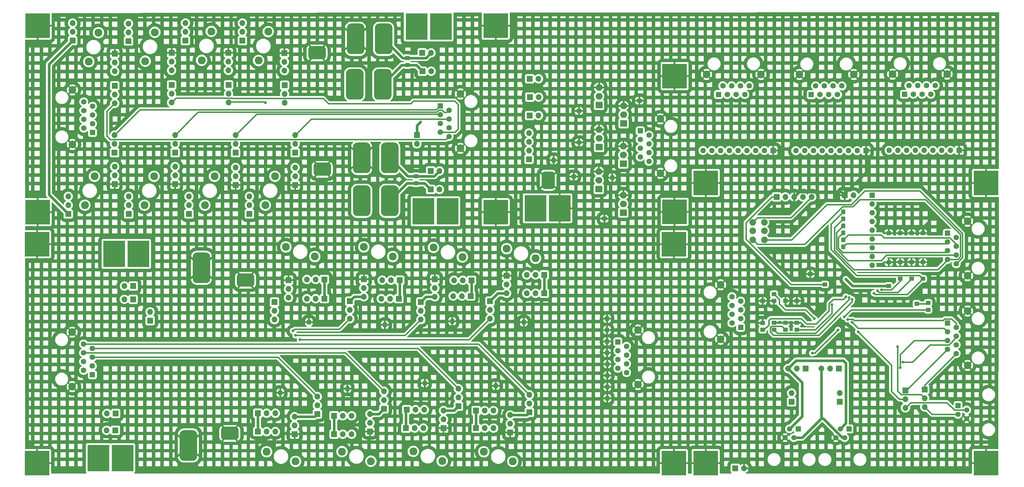
<source format=gbr>
%TF.GenerationSoftware,KiCad,Pcbnew,8.0.1*%
%TF.CreationDate,2024-04-02T21:45:16-06:00*%
%TF.ProjectId,ATV_Project_Slave Barg,4154565f-5072-46f6-9a65-63745f536c61,rev?*%
%TF.SameCoordinates,Original*%
%TF.FileFunction,Copper,L2,Bot*%
%TF.FilePolarity,Positive*%
%FSLAX46Y46*%
G04 Gerber Fmt 4.6, Leading zero omitted, Abs format (unit mm)*
G04 Created by KiCad (PCBNEW 8.0.1) date 2024-04-02 21:45:16*
%MOMM*%
%LPD*%
G01*
G04 APERTURE LIST*
G04 Aperture macros list*
%AMRoundRect*
0 Rectangle with rounded corners*
0 $1 Rounding radius*
0 $2 $3 $4 $5 $6 $7 $8 $9 X,Y pos of 4 corners*
0 Add a 4 corners polygon primitive as box body*
4,1,4,$2,$3,$4,$5,$6,$7,$8,$9,$2,$3,0*
0 Add four circle primitives for the rounded corners*
1,1,$1+$1,$2,$3*
1,1,$1+$1,$4,$5*
1,1,$1+$1,$6,$7*
1,1,$1+$1,$8,$9*
0 Add four rect primitives between the rounded corners*
20,1,$1+$1,$2,$3,$4,$5,0*
20,1,$1+$1,$4,$5,$6,$7,0*
20,1,$1+$1,$6,$7,$8,$9,0*
20,1,$1+$1,$8,$9,$2,$3,0*%
G04 Aperture macros list end*
%TA.AperFunction,ComponentPad*%
%ADD10RoundRect,0.248000X-0.552000X0.552000X-0.552000X-0.552000X0.552000X-0.552000X0.552000X0.552000X0*%
%TD*%
%TA.AperFunction,ComponentPad*%
%ADD11C,1.600000*%
%TD*%
%TA.AperFunction,ComponentPad*%
%ADD12C,2.200000*%
%TD*%
%TA.AperFunction,ComponentPad*%
%ADD13RoundRect,0.248000X0.552000X-0.552000X0.552000X0.552000X-0.552000X0.552000X-0.552000X-0.552000X0*%
%TD*%
%TA.AperFunction,ComponentPad*%
%ADD14RoundRect,0.248000X0.552000X0.552000X-0.552000X0.552000X-0.552000X-0.552000X0.552000X-0.552000X0*%
%TD*%
%TA.AperFunction,ComponentPad*%
%ADD15R,1.600000X1.600000*%
%TD*%
%TA.AperFunction,ComponentPad*%
%ADD16O,1.600000X1.600000*%
%TD*%
%TA.AperFunction,ComponentPad*%
%ADD17R,1.700000X1.700000*%
%TD*%
%TA.AperFunction,ComponentPad*%
%ADD18O,1.700000X1.700000*%
%TD*%
%TA.AperFunction,ComponentPad*%
%ADD19R,7.112000X7.112000*%
%TD*%
%TA.AperFunction,ComponentPad*%
%ADD20RoundRect,0.250000X0.350000X0.450000X-0.350000X0.450000X-0.350000X-0.450000X0.350000X-0.450000X0*%
%TD*%
%TA.AperFunction,ComponentPad*%
%ADD21RoundRect,0.250000X-0.450000X0.350000X-0.450000X-0.350000X0.450000X-0.350000X0.450000X0.350000X0*%
%TD*%
%TA.AperFunction,ComponentPad*%
%ADD22RoundRect,0.250000X0.450000X-0.350000X0.450000X0.350000X-0.450000X0.350000X-0.450000X-0.350000X0*%
%TD*%
%TA.AperFunction,ComponentPad*%
%ADD23O,2.000000X1.905000*%
%TD*%
%TA.AperFunction,ComponentPad*%
%ADD24R,2.000000X1.905000*%
%TD*%
%TA.AperFunction,ComponentPad*%
%ADD25R,6.350000X7.620000*%
%TD*%
%TA.AperFunction,ComponentPad*%
%ADD26RoundRect,0.952500X-0.952500X-1.587500X0.952500X-1.587500X0.952500X1.587500X-0.952500X1.587500X0*%
%TD*%
%TA.AperFunction,ComponentPad*%
%ADD27RoundRect,0.250000X-0.337500X-0.475000X0.337500X-0.475000X0.337500X0.475000X-0.337500X0.475000X0*%
%TD*%
%TA.AperFunction,ComponentPad*%
%ADD28RoundRect,1.270000X-1.270000X-3.175000X1.270000X-3.175000X1.270000X3.175000X-1.270000X3.175000X0*%
%TD*%
%TA.AperFunction,ComponentPad*%
%ADD29C,2.286000*%
%TD*%
%TA.AperFunction,ComponentPad*%
%ADD30RoundRect,0.250000X0.325000X0.450000X-0.325000X0.450000X-0.325000X-0.450000X0.325000X-0.450000X0*%
%TD*%
%TA.AperFunction,ComponentPad*%
%ADD31RoundRect,0.250000X-0.475000X0.337500X-0.475000X-0.337500X0.475000X-0.337500X0.475000X0.337500X0*%
%TD*%
%TA.AperFunction,ComponentPad*%
%ADD32RoundRect,0.250000X-0.350000X-0.450000X0.350000X-0.450000X0.350000X0.450000X-0.350000X0.450000X0*%
%TD*%
%TA.AperFunction,ComponentPad*%
%ADD33RoundRect,1.270000X1.270000X3.175000X-1.270000X3.175000X-1.270000X-3.175000X1.270000X-3.175000X0*%
%TD*%
%TA.AperFunction,ComponentPad*%
%ADD34RoundRect,0.952500X1.587500X-0.952500X1.587500X0.952500X-1.587500X0.952500X-1.587500X-0.952500X0*%
%TD*%
%TA.AperFunction,ComponentPad*%
%ADD35C,1.905000*%
%TD*%
%TA.AperFunction,ComponentPad*%
%ADD36R,1.520000X1.520000*%
%TD*%
%TA.AperFunction,ComponentPad*%
%ADD37C,1.520000*%
%TD*%
%TA.AperFunction,ComponentPad*%
%ADD38RoundRect,0.250000X0.450000X-0.325000X0.450000X0.325000X-0.450000X0.325000X-0.450000X-0.325000X0*%
%TD*%
%TA.AperFunction,ComponentPad*%
%ADD39RoundRect,0.952500X-1.587500X0.952500X-1.587500X-0.952500X1.587500X-0.952500X1.587500X0.952500X0*%
%TD*%
%TA.AperFunction,SMDPad,CuDef*%
%ADD40RoundRect,0.250000X0.475000X-0.337500X0.475000X0.337500X-0.475000X0.337500X-0.475000X-0.337500X0*%
%TD*%
%TA.AperFunction,ViaPad*%
%ADD41C,0.800000*%
%TD*%
%TA.AperFunction,Conductor*%
%ADD42C,0.381000*%
%TD*%
%TA.AperFunction,Conductor*%
%ADD43C,0.762000*%
%TD*%
G04 APERTURE END LIST*
D10*
%TO.P,J2,1*%
%TO.N,Net-(U1-RA0)*%
X214430000Y-107916600D03*
D11*
%TO.P,J2,2*%
%TO.N,Net-(U1-RA1)*%
X211890000Y-106646600D03*
%TO.P,J2,3*%
%TO.N,Net-(U1-RA2)*%
X214430000Y-105376600D03*
%TO.P,J2,4*%
%TO.N,Net-(U1-RA3)*%
X211890000Y-104106600D03*
%TO.P,J2,5*%
%TO.N,Net-(U1-RA4)*%
X214430000Y-102836600D03*
%TO.P,J2,6*%
%TO.N,Net-(U1-RA5)*%
X211890000Y-101566600D03*
%TO.P,J2,7*%
%TO.N,Net-(U1-RA6)*%
X214430000Y-100296600D03*
%TO.P,J2,8*%
%TO.N,Net-(U1-RA7)*%
X211890000Y-99026600D03*
D12*
%TO.P,J2,SH*%
%TO.N,GND*%
X208590000Y-95571600D03*
X208590000Y-111371600D03*
%TD*%
D13*
%TO.P,J46,1*%
%TO.N,unconnected-(J46-Pad1)*%
X185292500Y-50873000D03*
D11*
%TO.P,J46,2*%
%TO.N,unconnected-(J46-Pad2)*%
X187832500Y-52143000D03*
%TO.P,J46,3*%
%TO.N,Net-(Q6-G)*%
X185292500Y-53413000D03*
%TO.P,J46,4*%
%TO.N,Net-(Q5-G)*%
X187832500Y-54683000D03*
%TO.P,J46,5*%
%TO.N,Net-(Q4-G)*%
X185292500Y-55953000D03*
%TO.P,J46,6*%
%TO.N,Net-(Q3-G)*%
X187832500Y-57223000D03*
%TO.P,J46,7*%
%TO.N,Net-(Q2-G)*%
X185292500Y-58493000D03*
%TO.P,J46,8*%
%TO.N,Net-(Q1-G)*%
X187832500Y-59763000D03*
D12*
%TO.P,J46,SH*%
%TO.N,GND*%
X191132500Y-63218000D03*
X191132500Y-47418000D03*
%TD*%
D14*
%TO.P,J25,1*%
%TO.N,Net-(D15-A)*%
X261938977Y-40284740D03*
D11*
%TO.P,J25,2*%
%TO.N,Net-(D16-A)*%
X263208977Y-37744740D03*
%TO.P,J25,3*%
%TO.N,Net-(D17-A)*%
X264478977Y-40284740D03*
%TO.P,J25,4*%
%TO.N,Net-(D18-A)*%
X265748977Y-37744740D03*
%TO.P,J25,5*%
%TO.N,Net-(D19-A)*%
X267018977Y-40284740D03*
%TO.P,J25,6*%
%TO.N,Net-(D20-A)*%
X268288977Y-37744740D03*
%TO.P,J25,7*%
%TO.N,Net-(D21-A)*%
X269558977Y-40284740D03*
%TO.P,J25,8*%
%TO.N,Net-(D22-A)*%
X270828977Y-37744740D03*
D12*
%TO.P,J25,SH*%
%TO.N,GND*%
X274283977Y-34444740D03*
X258483977Y-34444740D03*
%TD*%
D14*
%TO.P,J25,1*%
%TO.N,Net-(D15-A)*%
X234887688Y-40394705D03*
D11*
%TO.P,J25,2*%
%TO.N,Net-(D16-A)*%
X236157688Y-37854705D03*
%TO.P,J25,3*%
%TO.N,Net-(D17-A)*%
X237427688Y-40394705D03*
%TO.P,J25,4*%
%TO.N,Net-(D18-A)*%
X238697688Y-37854705D03*
%TO.P,J25,5*%
%TO.N,Net-(D19-A)*%
X239967688Y-40394705D03*
%TO.P,J25,6*%
%TO.N,Net-(D20-A)*%
X241237688Y-37854705D03*
%TO.P,J25,7*%
%TO.N,Net-(D21-A)*%
X242507688Y-40394705D03*
%TO.P,J25,8*%
%TO.N,Net-(D22-A)*%
X243777688Y-37854705D03*
D12*
%TO.P,J25,SH*%
%TO.N,GND*%
X247232688Y-34554705D03*
X231432688Y-34554705D03*
%TD*%
D13*
%TO.P,J6,1*%
%TO.N,Net-(U1-RC0)*%
X274374000Y-106626000D03*
D11*
%TO.P,J6,2*%
%TO.N,Net-(U1-RC1)*%
X276914000Y-107896000D03*
%TO.P,J6,3*%
%TO.N,Net-(U1-RC2)*%
X274374000Y-109166000D03*
%TO.P,J6,4*%
%TO.N,RC3B*%
X276914000Y-110436000D03*
%TO.P,J6,5*%
%TO.N,RC4B*%
X274374000Y-111706000D03*
%TO.P,J6,6*%
%TO.N,Net-(U1-RC5)*%
X276914000Y-112976000D03*
%TO.P,J6,7*%
%TO.N,RC6B*%
X274374000Y-114246000D03*
%TO.P,J6,8*%
%TO.N,RC7B*%
X276914000Y-115516000D03*
D12*
%TO.P,J6,SH*%
%TO.N,GND*%
X280214000Y-118971000D03*
X280214000Y-103171000D03*
%TD*%
%TO.P,J18,SH*%
%TO.N,GND*%
X133148000Y-40179000D03*
X133148000Y-55979000D03*
D11*
%TO.P,J18,8*%
%TO.N,Net-(JP8-B)*%
X129848000Y-52524000D03*
%TO.P,J18,7*%
%TO.N,Net-(JP9-B)*%
X127308000Y-51254000D03*
%TO.P,J18,6*%
%TO.N,Net-(JP10-B)*%
X129848000Y-49984000D03*
%TO.P,J18,5*%
%TO.N,Net-(JP11-B)*%
X127308000Y-48714000D03*
%TO.P,J18,4*%
%TO.N,Net-(JP12-B)*%
X129848000Y-47444000D03*
%TO.P,J18,3*%
%TO.N,Net-(JP13-B)*%
X127308000Y-46174000D03*
%TO.P,J18,2*%
%TO.N,Net-(JP14-B)*%
X129848000Y-44904000D03*
D13*
%TO.P,J18,1*%
%TO.N,Net-(JP15-B)*%
X127308000Y-43634000D03*
%TD*%
D12*
%TO.P,J35,SH*%
%TO.N,GND*%
X20587500Y-125121000D03*
X20587500Y-109321000D03*
D11*
%TO.P,J35,8*%
%TO.N,Net-(JP33-B)*%
X23887500Y-112776000D03*
%TO.P,J35,7*%
%TO.N,Net-(JP34-B)*%
X26427500Y-114046000D03*
%TO.P,J35,6*%
%TO.N,Net-(JP35-B)*%
X23887500Y-115316000D03*
%TO.P,J35,5*%
%TO.N,Net-(JP36-B)*%
X26427500Y-116586000D03*
%TO.P,J35,4*%
%TO.N,Net-(JP37-B)*%
X23887500Y-117856000D03*
%TO.P,J35,3*%
%TO.N,Net-(JP38-B)*%
X26427500Y-119126000D03*
%TO.P,J35,2*%
%TO.N,Net-(JP39-B)*%
X23887500Y-120396000D03*
D10*
%TO.P,J35,1*%
%TO.N,Net-(JP40-B)*%
X26427500Y-121666000D03*
%TD*%
D14*
%TO.P,J25,1*%
%TO.N,Net-(D15-A)*%
X207979000Y-40348000D03*
D11*
%TO.P,J25,2*%
%TO.N,Net-(D16-A)*%
X209249000Y-37808000D03*
%TO.P,J25,3*%
%TO.N,Net-(D17-A)*%
X210519000Y-40348000D03*
%TO.P,J25,4*%
%TO.N,Net-(D18-A)*%
X211789000Y-37808000D03*
%TO.P,J25,5*%
%TO.N,Net-(D19-A)*%
X213059000Y-40348000D03*
%TO.P,J25,6*%
%TO.N,Net-(D20-A)*%
X214329000Y-37808000D03*
%TO.P,J25,7*%
%TO.N,Net-(D21-A)*%
X215599000Y-40348000D03*
%TO.P,J25,8*%
%TO.N,Net-(D22-A)*%
X216869000Y-37808000D03*
D12*
%TO.P,J25,SH*%
%TO.N,GND*%
X220324000Y-34508000D03*
X204524000Y-34508000D03*
%TD*%
%TO.P,J26,SH*%
%TO.N,GND*%
X184644500Y-108686000D03*
X184644500Y-124486000D03*
D11*
%TO.P,J26,8*%
%TO.N,Net-(J26-Pad8)*%
X181344500Y-121031000D03*
%TO.P,J26,7*%
%TO.N,Net-(J26-Pad7)*%
X178804500Y-119761000D03*
%TO.P,J26,6*%
%TO.N,Net-(J26-Pad6)*%
X181344500Y-118491000D03*
%TO.P,J26,5*%
%TO.N,Net-(J26-Pad5)*%
X178804500Y-117221000D03*
%TO.P,J26,4*%
%TO.N,Net-(J26-Pad4)*%
X181344500Y-115951000D03*
%TO.P,J26,3*%
%TO.N,Net-(J26-Pad3)*%
X178804500Y-114681000D03*
%TO.P,J26,2*%
%TO.N,Net-(J26-Pad2)*%
X181344500Y-113411000D03*
D13*
%TO.P,J26,1*%
%TO.N,Net-(J26-Pad1)*%
X178804500Y-112141000D03*
%TD*%
%TO.P,J5,1*%
%TO.N,RB0*%
X274375000Y-80591000D03*
D11*
%TO.P,J5,2*%
%TO.N,RB1*%
X276915000Y-81861000D03*
%TO.P,J5,3*%
%TO.N,RB2*%
X274375000Y-83131000D03*
%TO.P,J5,4*%
%TO.N,RB3*%
X276915000Y-84401000D03*
%TO.P,J5,5*%
%TO.N,RB4*%
X274375000Y-85671000D03*
%TO.P,J5,6*%
%TO.N,RB5*%
X276915000Y-86941000D03*
%TO.P,J5,7*%
%TO.N,RB6*%
X274375000Y-88211000D03*
%TO.P,J5,8*%
%TO.N,RB7*%
X276915000Y-89481000D03*
D12*
%TO.P,J5,SH*%
%TO.N,GND*%
X280215000Y-92936000D03*
X280215000Y-77136000D03*
%TD*%
%TO.P,J9,SH*%
%TO.N,GND*%
X20641500Y-54836000D03*
X20641500Y-39036000D03*
D11*
%TO.P,J9,8*%
%TO.N,Net-(JP8-C)*%
X23941500Y-42491000D03*
%TO.P,J9,7*%
%TO.N,Net-(JP9-C)*%
X26481500Y-43761000D03*
%TO.P,J9,6*%
%TO.N,Net-(JP10-C)*%
X23941500Y-45031000D03*
%TO.P,J9,5*%
%TO.N,Net-(JP11-C)*%
X26481500Y-46301000D03*
%TO.P,J9,4*%
%TO.N,Net-(JP12-C)*%
X23941500Y-47571000D03*
%TO.P,J9,3*%
%TO.N,Net-(JP13-C)*%
X26481500Y-48841000D03*
%TO.P,J9,2*%
%TO.N,Net-(JP14-C)*%
X23941500Y-50111000D03*
D10*
%TO.P,J9,1*%
%TO.N,Net-(JP15-C)*%
X26481500Y-51381000D03*
%TD*%
D15*
%TO.P,RN2,1,common*%
%TO.N,GND*%
X277787977Y-56542740D03*
D16*
%TO.P,RN2,2,R1*%
%TO.N,Net-(D22-K)*%
X275247977Y-56542740D03*
%TO.P,RN2,3,R2*%
%TO.N,Net-(D21-K)*%
X272707977Y-56542740D03*
%TO.P,RN2,4,R3*%
%TO.N,Net-(D20-K)*%
X270167977Y-56542740D03*
%TO.P,RN2,5,R4*%
%TO.N,Net-(D19-K)*%
X267627977Y-56542740D03*
%TO.P,RN2,6,R5*%
%TO.N,Net-(D18-K)*%
X265087977Y-56542740D03*
%TO.P,RN2,7,R6*%
%TO.N,Net-(D17-K)*%
X262547977Y-56542740D03*
%TO.P,RN2,8,R7*%
%TO.N,Net-(D16-K)*%
X260007977Y-56542740D03*
%TO.P,RN2,9,R8*%
%TO.N,Net-(D15-K)*%
X257467977Y-56542740D03*
%TD*%
D15*
%TO.P,RN2,1,common*%
%TO.N,GND*%
X250736688Y-56652705D03*
D16*
%TO.P,RN2,2,R1*%
%TO.N,Net-(D22-K)*%
X248196688Y-56652705D03*
%TO.P,RN2,3,R2*%
%TO.N,Net-(D21-K)*%
X245656688Y-56652705D03*
%TO.P,RN2,4,R3*%
%TO.N,Net-(D20-K)*%
X243116688Y-56652705D03*
%TO.P,RN2,5,R4*%
%TO.N,Net-(D19-K)*%
X240576688Y-56652705D03*
%TO.P,RN2,6,R5*%
%TO.N,Net-(D18-K)*%
X238036688Y-56652705D03*
%TO.P,RN2,7,R6*%
%TO.N,Net-(D17-K)*%
X235496688Y-56652705D03*
%TO.P,RN2,8,R7*%
%TO.N,Net-(D16-K)*%
X232956688Y-56652705D03*
%TO.P,RN2,9,R8*%
%TO.N,Net-(D15-K)*%
X230416688Y-56652705D03*
%TD*%
D17*
%TO.P,JP35,1,A*%
%TO.N,Net-(JP35-A)*%
X110984000Y-131542000D03*
D18*
%TO.P,JP35,2,C*%
%TO.N,Net-(JP35-C)*%
X110984000Y-129002000D03*
%TO.P,JP35,3,B*%
%TO.N,Net-(JP35-B)*%
X110984000Y-126462000D03*
%TD*%
D19*
%TO.P,,1*%
%TO.N,GND*%
X10414000Y-147320000D03*
%TD*%
%TO.P,,1*%
%TO.N,GND*%
X10414000Y-83820000D03*
%TD*%
%TO.P,,1*%
%TO.N,GND*%
X195072000Y-147320000D03*
%TD*%
%TO.P,,1*%
%TO.N,GND*%
X195072000Y-83820000D03*
%TD*%
D20*
%TO.P,R76,2*%
%TO.N,GND*%
X177179000Y-64462000D03*
%TD*%
D21*
%TO.P,R75,2*%
%TO.N,GND*%
X167511000Y-45142000D03*
%TD*%
D22*
%TO.P,R74,2*%
%TO.N,GND*%
X185037000Y-42126000D03*
%TD*%
D21*
%TO.P,R73,2*%
%TO.N,GND*%
X167511000Y-54286000D03*
%TD*%
%TO.P,R72,2*%
%TO.N,GND*%
X165987000Y-64192000D03*
%TD*%
%TO.P,R71,2*%
%TO.N,GND*%
X174877000Y-76384000D03*
%TD*%
D23*
%TO.P,Q6,3,S*%
%TO.N,GND*%
X173353000Y-38300000D03*
%TO.P,Q6,2,D*%
%TO.N,Net-(J45-Pin_2)*%
X173353000Y-40840000D03*
D24*
%TO.P,Q6,1,G*%
%TO.N,Net-(Q6-G)*%
X173353000Y-43380000D03*
%TD*%
D23*
%TO.P,Q5,3,S*%
%TO.N,GND*%
X180465000Y-43634000D03*
%TO.P,Q5,2,D*%
%TO.N,Net-(J44-Pin_2)*%
X180465000Y-46174000D03*
D24*
%TO.P,Q5,1,G*%
%TO.N,Net-(Q5-G)*%
X180465000Y-48714000D03*
%TD*%
D23*
%TO.P,Q4,3,S*%
%TO.N,GND*%
X173353000Y-50492000D03*
%TO.P,Q4,2,D*%
%TO.N,Net-(J42-Pin_2)*%
X173353000Y-53032000D03*
D24*
%TO.P,Q4,1,G*%
%TO.N,Net-(Q4-G)*%
X173353000Y-55572000D03*
%TD*%
D23*
%TO.P,Q3,3,S*%
%TO.N,GND*%
X180394000Y-55318000D03*
%TO.P,Q3,2,D*%
%TO.N,Net-(J43-Pin_4)*%
X180394000Y-57858000D03*
D24*
%TO.P,Q3,1,G*%
%TO.N,Net-(Q3-G)*%
X180394000Y-60398000D03*
%TD*%
D23*
%TO.P,Q2,3,S*%
%TO.N,GND*%
X173282000Y-62684000D03*
%TO.P,Q2,2,D*%
%TO.N,Net-(J43-Pin_3)*%
X173282000Y-65224000D03*
D24*
%TO.P,Q2,1,G*%
%TO.N,Net-(Q2-G)*%
X173282000Y-67764000D03*
%TD*%
D23*
%TO.P,Q1,3,S*%
%TO.N,GND*%
X180394000Y-69542000D03*
%TO.P,Q1,2,D*%
%TO.N,Net-(J43-Pin_2)*%
X180394000Y-72082000D03*
D24*
%TO.P,Q1,1,G*%
%TO.N,Net-(Q1-G)*%
X180394000Y-74622000D03*
%TD*%
D25*
%TO.P,J47,2*%
%TO.N,GND*%
X161923000Y-73352000D03*
%TO.P,J47,1*%
%TO.N,+12V*%
X154925300Y-73352000D03*
%TD*%
D18*
%TO.P,J45,2,Pin_2*%
%TO.N,Net-(J45-Pin_2)*%
X155827000Y-41094000D03*
D17*
%TO.P,J45,1,Pin_1*%
%TO.N,+12V*%
X153287000Y-41094000D03*
%TD*%
D18*
%TO.P,J44,2,Pin_2*%
%TO.N,Net-(J44-Pin_2)*%
X155795000Y-35782000D03*
D17*
%TO.P,J44,1,Pin_1*%
%TO.N,+12V*%
X153255000Y-35782000D03*
%TD*%
D18*
%TO.P,J43,4,Pin_4*%
%TO.N,Net-(J43-Pin_4)*%
X153033000Y-51508000D03*
%TO.P,J43,3,Pin_3*%
%TO.N,Net-(J43-Pin_3)*%
X153033000Y-54048000D03*
%TO.P,J43,2,Pin_2*%
%TO.N,Net-(J43-Pin_2)*%
X153033000Y-56588000D03*
D17*
%TO.P,J43,1,Pin_1*%
%TO.N,+12V*%
X153033000Y-59128000D03*
%TD*%
D18*
%TO.P,J42,2,Pin_2*%
%TO.N,Net-(J42-Pin_2)*%
X155795000Y-46450000D03*
D17*
%TO.P,J42,1,Pin_1*%
%TO.N,+12V*%
X153255000Y-46450000D03*
%TD*%
D26*
%TO.P,C19,2*%
%TO.N,GND*%
X158621000Y-65224000D03*
%TD*%
D27*
%TO.P,C18,2*%
%TO.N,GND*%
X160166500Y-59382000D03*
%TD*%
D28*
%TO.P,L4,1,1*%
%TO.N,Net-(C7-Pad2)*%
X112647000Y-58747000D03*
%TO.P,L4,2,2*%
%TO.N,GND*%
X104519000Y-58747000D03*
%TD*%
D17*
%TO.P,JP10,1,A*%
%TO.N,Net-(JP10-A)*%
X65911000Y-37596149D03*
D18*
%TO.P,JP10,2,C*%
%TO.N,Net-(JP10-C)*%
X65911000Y-40136149D03*
%TO.P,JP10,3,B*%
%TO.N,Net-(JP10-B)*%
X65911000Y-42676149D03*
%TD*%
D29*
%TO.P,F6,2*%
%TO.N,Net-(JP21-C)*%
X59053000Y-72463000D03*
%TO.P,F6,1*%
%TO.N,Net-(F6-Pad1)*%
X61847000Y-64081000D03*
%TD*%
%TO.P,F4,2*%
%TO.N,Net-(JP19-C)*%
X77424000Y-22112851D03*
%TO.P,F4,1*%
%TO.N,Net-(F4-Pad1)*%
X74630000Y-30494851D03*
%TD*%
%TO.P,F16,2*%
%TO.N,Net-(JP48-C)*%
X154940000Y-87884000D03*
%TO.P,F16,1*%
%TO.N,Net-(F16-Pad1)*%
X146558000Y-85090000D03*
%TD*%
D30*
%TO.P,D10,2,A*%
%TO.N,RB3*%
X244139000Y-82496000D03*
%TD*%
D19*
%TO.P,,1*%
%TO.N,GND*%
X143381000Y-74495000D03*
%TD*%
D20*
%TO.P,R68,2*%
%TO.N,GND*%
X143405000Y-124873000D03*
%TD*%
D22*
%TO.P,R43,2*%
%TO.N,RB7*%
X267263000Y-93831000D03*
%TD*%
D31*
%TO.P,C1,2*%
%TO.N,GND*%
X234616750Y-92445000D03*
%TD*%
D21*
%TO.P,R44,1*%
%TO.N,GND*%
X267263000Y-89005000D03*
%TD*%
D32*
%TO.P,R63,2*%
%TO.N,GND*%
X130794000Y-106172000D03*
%TD*%
D18*
%TO.P,JP32,3,B*%
%TO.N,V_A*%
X142778000Y-132096000D03*
%TO.P,JP32,2,C*%
%TO.N,Net-(JP32-C)*%
X140238000Y-132096000D03*
D17*
%TO.P,JP32,1,A*%
%TO.N,V_B*%
X137698000Y-132096000D03*
%TD*%
%TO.P,JP47,1,A*%
%TO.N,V_B*%
X136390000Y-94256000D03*
D18*
%TO.P,JP47,2,C*%
%TO.N,Net-(JP47-C)*%
X133850000Y-94256000D03*
%TO.P,JP47,3,B*%
%TO.N,V_A*%
X131310000Y-94256000D03*
%TD*%
D17*
%TO.P,JP11,1,A*%
%TO.N,Net-(JP11-A)*%
X82167000Y-37665000D03*
D18*
%TO.P,JP11,2,C*%
%TO.N,Net-(JP11-C)*%
X82167000Y-40205000D03*
%TO.P,JP11,3,B*%
%TO.N,Net-(JP11-B)*%
X82167000Y-42745000D03*
%TD*%
D30*
%TO.P,D13,2,A*%
%TO.N,RB6*%
X244139000Y-76400000D03*
%TD*%
D17*
%TO.P,JP15,1,A*%
%TO.N,Net-(JP15-A)*%
X32869000Y-57215000D03*
D18*
%TO.P,JP15,2,C*%
%TO.N,Net-(JP15-C)*%
X32869000Y-54675000D03*
%TO.P,JP15,3,B*%
%TO.N,Net-(JP15-B)*%
X32869000Y-52135000D03*
%TD*%
D17*
%TO.P,JP19,1,A*%
%TO.N,V_B*%
X69953000Y-24703000D03*
D18*
%TO.P,JP19,2,C*%
%TO.N,Net-(JP19-C)*%
X69953000Y-22163000D03*
%TO.P,JP19,3,B*%
%TO.N,V_A*%
X69953000Y-19623000D03*
%TD*%
D17*
%TO.P,J13,1*%
%TO.N,GND*%
X82123000Y-28335851D03*
D18*
%TO.P,J13,2*%
%TO.N,Net-(F4-Pad1)*%
X82123000Y-30875851D03*
%TO.P,J13,3*%
%TO.N,Net-(JP11-A)*%
X82123000Y-33415851D03*
%TD*%
D17*
%TO.P,JP9,1,A*%
%TO.N,Net-(JP9-A)*%
X49401000Y-37604149D03*
D18*
%TO.P,JP9,2,C*%
%TO.N,Net-(JP9-C)*%
X49401000Y-40144149D03*
%TO.P,JP9,3,B*%
%TO.N,Net-(JP9-B)*%
X49401000Y-42684149D03*
%TD*%
D17*
%TO.P,J24,1*%
%TO.N,Net-(JP24-A)*%
X122121200Y-33601000D03*
D18*
%TO.P,J24,2*%
%TO.N,Net-(J20-Pad2)*%
X124661200Y-33601000D03*
%TD*%
D16*
%TO.P,RN2,9,R8*%
%TO.N,Net-(D15-K)*%
X203508000Y-56606000D03*
%TO.P,RN2,8,R7*%
%TO.N,Net-(D16-K)*%
X206048000Y-56606000D03*
%TO.P,RN2,7,R6*%
%TO.N,Net-(D17-K)*%
X208588000Y-56606000D03*
%TO.P,RN2,6,R5*%
%TO.N,Net-(D18-K)*%
X211128000Y-56606000D03*
%TO.P,RN2,5,R4*%
%TO.N,Net-(D19-K)*%
X213668000Y-56606000D03*
%TO.P,RN2,4,R3*%
%TO.N,Net-(D20-K)*%
X216208000Y-56606000D03*
%TO.P,RN2,3,R2*%
%TO.N,Net-(D21-K)*%
X218748000Y-56606000D03*
%TO.P,RN2,2,R1*%
%TO.N,Net-(D22-K)*%
X221288000Y-56606000D03*
D15*
%TO.P,RN2,1,common*%
%TO.N,GND*%
X223828000Y-56606000D03*
%TD*%
D32*
%TO.P,R48,2*%
%TO.N,GND*%
X175684500Y-112014000D03*
%TD*%
D17*
%TO.P,JP12,1,A*%
%TO.N,Net-(JP12-A)*%
X85215000Y-57223000D03*
D18*
%TO.P,JP12,2,C*%
%TO.N,Net-(JP12-C)*%
X85215000Y-54683000D03*
%TO.P,JP12,3,B*%
%TO.N,Net-(JP12-B)*%
X85215000Y-52143000D03*
%TD*%
D29*
%TO.P,F13,1*%
%TO.N,Net-(F13-Pad1)*%
X82550000Y-84582000D03*
%TO.P,F13,2*%
%TO.N,Net-(JP45-C)*%
X90932000Y-87376000D03*
%TD*%
D17*
%TO.P,J21,1*%
%TO.N,Net-(JP24-B)*%
X124553000Y-67913000D03*
D18*
%TO.P,J21,2*%
%TO.N,Net-(C7-Pad2)*%
X127093000Y-67913000D03*
%TD*%
D29*
%TO.P,F2,2*%
%TO.N,Net-(JP17-C)*%
X44563000Y-22298000D03*
%TO.P,F2,1*%
%TO.N,Net-(F2-Pad1)*%
X41769000Y-30680000D03*
%TD*%
D20*
%TO.P,R54,2*%
%TO.N,GND*%
X122803000Y-124079000D03*
%TD*%
D29*
%TO.P,F15,2*%
%TO.N,Net-(JP47-C)*%
X133731000Y-87503000D03*
%TO.P,F15,1*%
%TO.N,Net-(F15-Pad1)*%
X125349000Y-84709000D03*
%TD*%
D17*
%TO.P,J11,1*%
%TO.N,GND*%
X49401000Y-28267000D03*
D18*
%TO.P,J11,2*%
%TO.N,Net-(F2-Pad1)*%
X49401000Y-30807000D03*
%TO.P,J11,3*%
%TO.N,Net-(JP9-A)*%
X49401000Y-33347000D03*
%TD*%
D17*
%TO.P,JP31,1,A*%
%TO.N,V_B*%
X96536000Y-133560000D03*
D18*
%TO.P,JP31,2,C*%
%TO.N,Net-(JP31-C)*%
X99076000Y-133560000D03*
%TO.P,JP31,3,B*%
%TO.N,V_A*%
X101616000Y-133560000D03*
%TD*%
D33*
%TO.P,L6,2,2*%
%TO.N,GND*%
X54284000Y-142196000D03*
%TD*%
D18*
%TO.P,JP3,3,B*%
%TO.N,Net-(JP3-B)*%
X228166500Y-119854500D03*
%TO.P,JP3,2,C*%
%TO.N,RC4*%
X230706500Y-119854500D03*
D17*
%TO.P,JP3,1,A*%
%TO.N,RC4B*%
X233246500Y-119854500D03*
%TD*%
%TO.P,J12,1*%
%TO.N,GND*%
X65867000Y-28267000D03*
D18*
%TO.P,J12,2*%
%TO.N,Net-(F3-Pad1)*%
X65867000Y-30807000D03*
%TO.P,J12,3*%
%TO.N,Net-(JP10-A)*%
X65867000Y-33347000D03*
%TD*%
D30*
%TO.P,D14,2,A*%
%TO.N,RB7*%
X244139000Y-74368000D03*
%TD*%
D18*
%TO.P,JP37,3,B*%
%TO.N,Net-(JP37-B)*%
X79248000Y-105664000D03*
%TO.P,JP37,2,C*%
%TO.N,Net-(JP37-C)*%
X79248000Y-103124000D03*
D17*
%TO.P,JP37,1,A*%
%TO.N,Net-(JP37-A)*%
X79248000Y-100584000D03*
%TD*%
%TO.P,J14,1*%
%TO.N,GND*%
X85215000Y-66621000D03*
D18*
%TO.P,J14,2*%
%TO.N,Net-(F5-Pad1)*%
X85215000Y-64081000D03*
%TO.P,J14,3*%
%TO.N,Net-(JP12-A)*%
X85215000Y-61541000D03*
%TD*%
D21*
%TO.P,R41,1*%
%TO.N,GND*%
X260659000Y-88989000D03*
%TD*%
D22*
%TO.P,R13,1*%
%TO.N,GND*%
X230686000Y-100260000D03*
%TD*%
D28*
%TO.P,L1,1,1*%
%TO.N,Net-(JP24-A)*%
X110615000Y-37411000D03*
%TO.P,L1,2,2*%
%TO.N,V_A*%
X102487000Y-37411000D03*
%TD*%
D18*
%TO.P,J40,2*%
%TO.N,Net-(C12-Pad2)*%
X30647100Y-132910000D03*
D17*
%TO.P,J40,1*%
%TO.N,Net-(JP49-A)*%
X33187100Y-132910000D03*
%TD*%
D32*
%TO.P,R53,2*%
%TO.N,GND*%
X111252000Y-107188000D03*
%TD*%
D17*
%TO.P,JP45,1,A*%
%TO.N,V_B*%
X93718000Y-94002000D03*
D18*
%TO.P,JP45,2,C*%
%TO.N,Net-(JP45-C)*%
X91178000Y-94002000D03*
%TO.P,JP45,3,B*%
%TO.N,V_A*%
X88638000Y-94002000D03*
%TD*%
D19*
%TO.P,,1*%
%TO.N,GND*%
X204270000Y-147266000D03*
%TD*%
D21*
%TO.P,R42,1*%
%TO.N,GND*%
X263961000Y-88989000D03*
%TD*%
D19*
%TO.P,,1*%
%TO.N,GND*%
X204270000Y-65986000D03*
%TD*%
D22*
%TO.P,R38,2*%
%TO.N,RB5*%
X260659000Y-93831000D03*
%TD*%
D17*
%TO.P,JP43,1,A*%
%TO.N,V_B*%
X96528000Y-138916000D03*
D18*
%TO.P,JP43,2,C*%
%TO.N,Net-(JP43-C)*%
X99068000Y-138916000D03*
%TO.P,JP43,3,B*%
%TO.N,V_A*%
X101608000Y-138916000D03*
%TD*%
D29*
%TO.P,F5,2*%
%TO.N,Net-(JP20-C)*%
X76579000Y-72463000D03*
%TO.P,F5,1*%
%TO.N,Net-(F5-Pad1)*%
X79373000Y-64081000D03*
%TD*%
D18*
%TO.P,JP33,3,B*%
%TO.N,Net-(JP33-B)*%
X153162000Y-127508000D03*
%TO.P,JP33,2,C*%
%TO.N,Net-(JP33-C)*%
X153162000Y-130048000D03*
D17*
%TO.P,JP33,1,A*%
%TO.N,Net-(JP33-A)*%
X153162000Y-132588000D03*
%TD*%
D16*
%TO.P,RN1,9,R8*%
%TO.N,Net-(D7-K)*%
X252521000Y-89862000D03*
%TO.P,RN1,8,R7*%
%TO.N,Net-(D8-K)*%
X252521000Y-87322000D03*
%TO.P,RN1,7,R6*%
%TO.N,Net-(D9-K)*%
X252521000Y-84782000D03*
%TO.P,RN1,6,R5*%
%TO.N,Net-(D10-K)*%
X252521000Y-82242000D03*
%TO.P,RN1,5,R4*%
%TO.N,Net-(D11-K)*%
X252521000Y-79702000D03*
%TO.P,RN1,4,R3*%
%TO.N,Net-(D12-K)*%
X252521000Y-77162000D03*
%TO.P,RN1,3,R2*%
%TO.N,Net-(D13-K)*%
X252521000Y-74622000D03*
%TO.P,RN1,2,R1*%
%TO.N,Net-(D14-K)*%
X252521000Y-72082000D03*
D15*
%TO.P,RN1,1,common*%
%TO.N,Net-(JP7-B)*%
X252521000Y-69542000D03*
%TD*%
D17*
%TO.P,J10,1*%
%TO.N,GND*%
X32891000Y-28521000D03*
D18*
%TO.P,J10,2*%
%TO.N,Net-(F1-Pad1)*%
X32891000Y-31061000D03*
%TO.P,J10,3*%
%TO.N,Net-(JP8-A)*%
X32891000Y-33601000D03*
%TD*%
D32*
%TO.P,R51,2*%
%TO.N,GND*%
X151511000Y-106434000D03*
%TD*%
D34*
%TO.P,C17,2*%
%TO.N,GND*%
X70866000Y-94234000D03*
%TD*%
D18*
%TO.P,JP1,3,B*%
%TO.N,Net-(JP1-B)*%
X237818500Y-119854500D03*
%TO.P,JP1,2,C*%
%TO.N,RC3*%
X240358500Y-119854500D03*
D17*
%TO.P,JP1,1,A*%
%TO.N,RC3B*%
X242898500Y-119854500D03*
%TD*%
D29*
%TO.P,F14,2*%
%TO.N,Net-(JP46-C)*%
X113538000Y-87376000D03*
%TO.P,F14,1*%
%TO.N,Net-(F14-Pad1)*%
X105156000Y-84582000D03*
%TD*%
%TO.P,F9,1*%
%TO.N,Net-(F9-Pad1)*%
X148336000Y-146812000D03*
%TO.P,F9,2*%
%TO.N,Net-(JP41-C)*%
X139954000Y-144018000D03*
%TD*%
D17*
%TO.P,J34,1*%
%TO.N,GND*%
X146558000Y-92964000D03*
D18*
%TO.P,J34,2*%
%TO.N,Net-(F16-Pad1)*%
X146558000Y-95504000D03*
%TO.P,J34,3*%
%TO.N,Net-(JP40-A)*%
X146558000Y-98044000D03*
%TD*%
D32*
%TO.P,R47,2*%
%TO.N,GND*%
X175684500Y-105410000D03*
%TD*%
D22*
%TO.P,R19,1*%
%TO.N,GND*%
X220780000Y-100260000D03*
%TD*%
D29*
%TO.P,F11,2*%
%TO.N,Net-(JP43-C)*%
X98822000Y-143974000D03*
%TO.P,F11,1*%
%TO.N,Net-(F11-Pad1)*%
X107204000Y-146768000D03*
%TD*%
D18*
%TO.P,JP7,2,B*%
%TO.N,Net-(JP7-B)*%
X247164000Y-69564000D03*
D17*
%TO.P,JP7,1,A*%
%TO.N,GND*%
X244624000Y-69564000D03*
%TD*%
D32*
%TO.P,R64,2*%
%TO.N,GND*%
X89243000Y-106418000D03*
%TD*%
D19*
%TO.P,,1*%
%TO.N,GND*%
X143381000Y-20393000D03*
%TD*%
D32*
%TO.P,R61,2*%
%TO.N,GND*%
X175740500Y-121888200D03*
%TD*%
%TO.P,R50,2*%
%TO.N,GND*%
X175740500Y-118586200D03*
%TD*%
D17*
%TO.P,JP39,1,A*%
%TO.N,Net-(JP39-A)*%
X121688000Y-100592000D03*
D18*
%TO.P,JP39,2,C*%
%TO.N,Net-(JP39-C)*%
X121688000Y-103132000D03*
%TO.P,JP39,3,B*%
%TO.N,Net-(JP39-B)*%
X121688000Y-105672000D03*
%TD*%
%TO.P,J33,3*%
%TO.N,Net-(JP39-A)*%
X125730000Y-99060000D03*
%TO.P,J33,2*%
%TO.N,Net-(F15-Pad1)*%
X125730000Y-96520000D03*
D17*
%TO.P,J33,1*%
%TO.N,GND*%
X125730000Y-93980000D03*
%TD*%
D20*
%TO.P,R55,2*%
%TO.N,GND*%
X80937000Y-126881000D03*
%TD*%
D22*
%TO.P,R21,2*%
%TO.N,Net-(R21-Pad2)*%
X268786000Y-100816000D03*
%TO.P,R21,1*%
%TO.N,Net-(U1-RC0)*%
X268786000Y-102816000D03*
%TD*%
D17*
%TO.P,JP25,1,A*%
%TO.N,V_B*%
X157480000Y-98044000D03*
D18*
%TO.P,JP25,2,C*%
%TO.N,Net-(JP25-C)*%
X154940000Y-98044000D03*
%TO.P,JP25,3,B*%
%TO.N,V_A*%
X152400000Y-98044000D03*
%TD*%
D17*
%TO.P,JP8,1,A*%
%TO.N,Net-(JP8-A)*%
X32913000Y-37842149D03*
D18*
%TO.P,JP8,2,C*%
%TO.N,Net-(JP8-C)*%
X32913000Y-40382149D03*
%TO.P,JP8,3,B*%
%TO.N,Net-(JP8-B)*%
X32913000Y-42922149D03*
%TD*%
D20*
%TO.P,R66,2*%
%TO.N,GND*%
X100370000Y-125708000D03*
%TD*%
D17*
%TO.P,JP17,1,A*%
%TO.N,V_B*%
X36921000Y-24830000D03*
D18*
%TO.P,JP17,2,C*%
%TO.N,Net-(JP17-C)*%
X36921000Y-22290000D03*
%TO.P,JP17,3,B*%
%TO.N,V_A*%
X36921000Y-19750000D03*
%TD*%
D17*
%TO.P,J30,1*%
%TO.N,GND*%
X85068000Y-138930000D03*
D18*
%TO.P,J30,2*%
%TO.N,Net-(F12-Pad1)*%
X85068000Y-136390000D03*
%TO.P,J30,3*%
%TO.N,Net-(JP36-A)*%
X85068000Y-133850000D03*
%TD*%
D28*
%TO.P,L3,1,1*%
%TO.N,Net-(JP24-B)*%
X112647000Y-71193000D03*
%TO.P,L3,2,2*%
%TO.N,V_B*%
X104519000Y-71193000D03*
%TD*%
D17*
%TO.P,JP13,1,A*%
%TO.N,Net-(JP13-A)*%
X67943000Y-57223000D03*
D18*
%TO.P,JP13,2,C*%
%TO.N,Net-(JP13-C)*%
X67943000Y-54683000D03*
%TO.P,JP13,3,B*%
%TO.N,Net-(JP13-B)*%
X67943000Y-52143000D03*
%TD*%
D22*
%TO.P,R16,1*%
%TO.N,GND*%
X227384000Y-100260000D03*
%TD*%
D18*
%TO.P,JP27,3,B*%
%TO.N,V_A*%
X122682000Y-131826000D03*
%TO.P,JP27,2,C*%
%TO.N,Net-(JP27-C)*%
X120142000Y-131826000D03*
D17*
%TO.P,JP27,1,A*%
%TO.N,V_B*%
X117602000Y-131826000D03*
%TD*%
%TO.P,JP26,1,A*%
%TO.N,V_B*%
X115308000Y-99590000D03*
D18*
%TO.P,JP26,2,C*%
%TO.N,Net-(JP26-C)*%
X112768000Y-99590000D03*
%TO.P,JP26,3,B*%
%TO.N,V_A*%
X110228000Y-99590000D03*
%TD*%
D19*
%TO.P,,1*%
%TO.N,GND*%
X195268000Y-34998000D03*
%TD*%
D17*
%TO.P,JP18,1,A*%
%TO.N,V_B*%
X53399000Y-24703000D03*
D18*
%TO.P,JP18,2,C*%
%TO.N,Net-(JP18-C)*%
X53399000Y-22163000D03*
%TO.P,JP18,3,B*%
%TO.N,V_A*%
X53399000Y-19623000D03*
%TD*%
D22*
%TO.P,R35,1*%
%TO.N,+5V*%
X257357000Y-95871000D03*
%TD*%
%TO.P,R25,2*%
%TO.N,Net-(R21-Pad2)*%
X265484000Y-101054000D03*
%TD*%
D28*
%TO.P,L2,1,1*%
%TO.N,Net-(J20-Pad2)*%
X110869000Y-24203000D03*
%TO.P,L2,2,2*%
%TO.N,GND*%
X102741000Y-24203000D03*
%TD*%
D19*
%TO.P,,1*%
%TO.N,GND*%
X195268000Y-74368000D03*
%TD*%
D30*
%TO.P,D9,2,A*%
%TO.N,RB2*%
X244139000Y-84528000D03*
%TD*%
D17*
%TO.P,JP46,1,A*%
%TO.N,V_B*%
X115570000Y-94234000D03*
D18*
%TO.P,JP46,2,C*%
%TO.N,Net-(JP46-C)*%
X113030000Y-94234000D03*
%TO.P,JP46,3,B*%
%TO.N,V_A*%
X110490000Y-94234000D03*
%TD*%
D17*
%TO.P,JP48,1,A*%
%TO.N,V_B*%
X157488000Y-92688000D03*
D18*
%TO.P,JP48,2,C*%
%TO.N,Net-(JP48-C)*%
X154948000Y-92688000D03*
%TO.P,JP48,3,B*%
%TO.N,V_A*%
X152408000Y-92688000D03*
%TD*%
D17*
%TO.P,JP49,1,A*%
%TO.N,Net-(JP49-A)*%
X43202000Y-105950000D03*
D18*
%TO.P,JP49,2,B*%
%TO.N,Net-(JP49-B)*%
X43202000Y-103410000D03*
%TD*%
%TO.P,J27,3*%
%TO.N,Net-(JP33-A)*%
X147596000Y-133358000D03*
%TO.P,J27,2*%
%TO.N,Net-(F9-Pad1)*%
X147596000Y-135898000D03*
D17*
%TO.P,J27,1*%
%TO.N,GND*%
X147596000Y-138438000D03*
%TD*%
D29*
%TO.P,F3,2*%
%TO.N,Net-(JP18-C)*%
X60914000Y-22044000D03*
%TO.P,F3,1*%
%TO.N,Net-(F3-Pad1)*%
X58120000Y-30426000D03*
%TD*%
D17*
%TO.P,J15,1*%
%TO.N,GND*%
X67943000Y-66621000D03*
D18*
%TO.P,J15,2*%
%TO.N,Net-(F6-Pad1)*%
X67943000Y-64081000D03*
%TO.P,J15,3*%
%TO.N,Net-(JP13-A)*%
X67943000Y-61541000D03*
%TD*%
D21*
%TO.P,R8,2*%
%TO.N,Net-(U1-RA2)*%
X227384000Y-108610000D03*
%TO.P,R8,1*%
%TO.N,GND*%
X227384000Y-106610000D03*
%TD*%
D17*
%TO.P,JP16,1,A*%
%TO.N,V_B*%
X20699000Y-24711000D03*
D18*
%TO.P,JP16,2,C*%
%TO.N,Net-(JP16-C)*%
X20699000Y-22171000D03*
%TO.P,JP16,3,B*%
%TO.N,V_A*%
X20699000Y-19631000D03*
%TD*%
%TO.P,JP30,3,B*%
%TO.N,V_A*%
X88638000Y-99590000D03*
%TO.P,JP30,2,C*%
%TO.N,Net-(JP30-C)*%
X91178000Y-99590000D03*
D17*
%TO.P,JP30,1,A*%
%TO.N,V_B*%
X93718000Y-99590000D03*
%TD*%
%TO.P,J16,1*%
%TO.N,GND*%
X50417000Y-66367000D03*
D18*
%TO.P,J16,2*%
%TO.N,Net-(F7-Pad1)*%
X50417000Y-63827000D03*
%TO.P,J16,3*%
%TO.N,Net-(JP14-A)*%
X50417000Y-61287000D03*
%TD*%
%TO.P,J1,5*%
%TO.N,RB6P*%
X235004000Y-70050000D03*
%TO.P,J1,4*%
%TO.N,RB7P*%
X232464000Y-70050000D03*
%TO.P,J1,3*%
%TO.N,GND*%
X229924000Y-70050000D03*
%TO.P,J1,2*%
%TO.N,+5V*%
X227384000Y-70050000D03*
D17*
%TO.P,J1,1*%
%TO.N,Net-(D3-K)*%
X224844000Y-70050000D03*
%TD*%
D35*
%TO.P,SW1,6,C*%
%TO.N,RB6*%
X217960600Y-82496000D03*
%TO.P,SW1,5,B*%
X217960600Y-79905200D03*
%TO.P,SW1,4,A*%
%TO.N,RB6P*%
X217960600Y-77416000D03*
%TO.P,SW1,3,C*%
%TO.N,RB7P*%
X221288000Y-77416000D03*
%TO.P,SW1,2,B*%
%TO.N,RB7*%
X221288000Y-79905200D03*
%TO.P,SW1,1,A*%
X221288000Y-82496000D03*
%TD*%
D18*
%TO.P,JP5,3,B*%
%TO.N,Net-(JP5-B)*%
X262182000Y-131264000D03*
%TO.P,JP5,2,C*%
%TO.N,RC6*%
X262182000Y-128724000D03*
D17*
%TO.P,JP5,1,A*%
%TO.N,RC6B*%
X262182000Y-126184000D03*
%TD*%
D32*
%TO.P,R49,2*%
%TO.N,GND*%
X175740500Y-125190200D03*
%TD*%
D21*
%TO.P,R11,2*%
%TO.N,Net-(U1-RA3)*%
X230686000Y-108610000D03*
%TO.P,R11,1*%
%TO.N,GND*%
X230686000Y-106610000D03*
%TD*%
%TO.P,R4,2*%
%TO.N,Net-(U1-RA0)*%
X220780000Y-108626000D03*
%TO.P,R4,1*%
%TO.N,GND*%
X220780000Y-106626000D03*
%TD*%
D18*
%TO.P,JP41,3,B*%
%TO.N,V_A*%
X142778000Y-137176000D03*
%TO.P,JP41,2,C*%
%TO.N,Net-(JP41-C)*%
X140238000Y-137176000D03*
D17*
%TO.P,JP41,1,A*%
%TO.N,V_B*%
X137698000Y-137176000D03*
%TD*%
%TO.P,JP14,1,A*%
%TO.N,Net-(JP14-A)*%
X50417000Y-57223000D03*
D18*
%TO.P,JP14,2,C*%
%TO.N,Net-(JP14-C)*%
X50417000Y-54683000D03*
%TO.P,JP14,3,B*%
%TO.N,Net-(JP14-B)*%
X50417000Y-52143000D03*
%TD*%
D17*
%TO.P,JP4,1,A*%
%TO.N,Net-(D2-K)*%
X243152500Y-129511500D03*
D18*
%TO.P,JP4,2,B*%
%TO.N,+5V*%
X243152500Y-126971500D03*
%TD*%
D17*
%TO.P,J17,1*%
%TO.N,GND*%
X32891000Y-66367000D03*
D18*
%TO.P,J17,2*%
%TO.N,Net-(F8-Pad1)*%
X32891000Y-63827000D03*
%TO.P,J17,3*%
%TO.N,Net-(JP15-A)*%
X32891000Y-61287000D03*
%TD*%
D36*
%TO.P,J4,1*%
%TO.N,+5V*%
X245824500Y-137368000D03*
D37*
%TO.P,J4,2*%
%TO.N,Net-(JP1-B)*%
X244554500Y-139908000D03*
%TO.P,J4,3*%
%TO.N,Net-(JP3-B)*%
X243284500Y-137368000D03*
%TO.P,J4,4*%
%TO.N,GND*%
X242014500Y-139908000D03*
%TD*%
D18*
%TO.P,J38,2*%
%TO.N,Net-(C13-Pad2)*%
X35718000Y-99766000D03*
D17*
%TO.P,J38,1*%
%TO.N,Net-(JP49-B)*%
X38258000Y-99766000D03*
%TD*%
D21*
%TO.P,R7,2*%
%TO.N,Net-(U1-RA1)*%
X224082000Y-108610000D03*
%TO.P,R7,1*%
%TO.N,GND*%
X224082000Y-106610000D03*
%TD*%
D33*
%TO.P,L8,2,2*%
%TO.N,GND*%
X58070000Y-90622000D03*
%TD*%
D18*
%TO.P,J31,3*%
%TO.N,Net-(JP37-A)*%
X83334000Y-99322000D03*
%TO.P,J31,2*%
%TO.N,Net-(F13-Pad1)*%
X83334000Y-96782000D03*
D17*
%TO.P,J31,1*%
%TO.N,GND*%
X83334000Y-94242000D03*
%TD*%
D18*
%TO.P,J28,3*%
%TO.N,Net-(JP34-A)*%
X128270000Y-132080000D03*
%TO.P,J28,2*%
%TO.N,Net-(F10-Pad1)*%
X128270000Y-134620000D03*
D17*
%TO.P,J28,1*%
%TO.N,GND*%
X128270000Y-137160000D03*
%TD*%
D25*
%TO.P,J20,1*%
%TO.N,Net-(JP24-A)*%
X120457500Y-20647000D03*
%TO.P,J20,2*%
%TO.N,Net-(J20-Pad2)*%
X127455200Y-20647000D03*
%TD*%
D19*
%TO.P,,1*%
%TO.N,GND*%
X285550000Y-65986000D03*
%TD*%
D22*
%TO.P,R17,2*%
%TO.N,Net-(U1-RA6)*%
X224082000Y-98260000D03*
%TO.P,R17,1*%
%TO.N,GND*%
X224082000Y-100260000D03*
%TD*%
D18*
%TO.P,J36,2*%
%TO.N,Net-(C13-Pad2)*%
X35750000Y-95934000D03*
D17*
%TO.P,J36,1*%
%TO.N,Net-(JP49-B)*%
X38290000Y-95934000D03*
%TD*%
D18*
%TO.P,JP6,3,B*%
%TO.N,Net-(JP6-B)*%
X267770000Y-131010000D03*
%TO.P,JP6,2,C*%
%TO.N,RC7*%
X267770000Y-128470000D03*
D17*
%TO.P,JP6,1,A*%
%TO.N,RC7B*%
X267770000Y-125930000D03*
%TD*%
D34*
%TO.P,C10,2*%
%TO.N,GND*%
X91565000Y-28267000D03*
%TD*%
D25*
%TO.P,J37,2*%
%TO.N,Net-(C12-Pad2)*%
X28175700Y-145852000D03*
%TO.P,J37,1*%
%TO.N,Net-(JP49-A)*%
X35173400Y-145852000D03*
%TD*%
D38*
%TO.P,D3,1,K*%
%TO.N,Net-(D3-K)*%
X238814000Y-95450000D03*
%TD*%
D32*
%TO.P,R60,2*%
%TO.N,GND*%
X175684500Y-115316000D03*
%TD*%
%TO.P,R59,2*%
%TO.N,GND*%
X175684500Y-108712000D03*
%TD*%
D17*
%TO.P,JP24,1,A*%
%TO.N,Net-(JP24-A)*%
X120521000Y-52111000D03*
D18*
%TO.P,JP24,2,B*%
%TO.N,Net-(JP24-B)*%
X120521000Y-54651000D03*
%TD*%
D25*
%TO.P,J22,1*%
%TO.N,Net-(JP24-B)*%
X122413300Y-74241000D03*
%TO.P,J22,2*%
%TO.N,Net-(C7-Pad2)*%
X129411000Y-74241000D03*
%TD*%
D17*
%TO.P,JP21,1,A*%
%TO.N,V_B*%
X54459000Y-74995000D03*
D18*
%TO.P,JP21,2,C*%
%TO.N,Net-(JP21-C)*%
X54459000Y-72455000D03*
%TO.P,JP21,3,B*%
%TO.N,V_A*%
X54459000Y-69915000D03*
%TD*%
D29*
%TO.P,F1,2*%
%TO.N,Net-(JP16-C)*%
X28192000Y-22425000D03*
%TO.P,F1,1*%
%TO.N,Net-(F1-Pad1)*%
X25398000Y-30807000D03*
%TD*%
D30*
%TO.P,D11,2,A*%
%TO.N,RB4*%
X244139000Y-80464000D03*
%TD*%
D17*
%TO.P,JP23,1,A*%
%TO.N,V_B*%
X19429000Y-75003000D03*
D18*
%TO.P,JP23,2,C*%
%TO.N,Net-(JP23-C)*%
X19429000Y-72463000D03*
%TO.P,JP23,3,B*%
%TO.N,V_A*%
X19429000Y-69923000D03*
%TD*%
D19*
%TO.P,,1*%
%TO.N,GND*%
X10539000Y-20393000D03*
%TD*%
D17*
%TO.P,JP34,1,A*%
%TO.N,Net-(JP34-A)*%
X132588000Y-130810000D03*
D18*
%TO.P,JP34,2,C*%
%TO.N,Net-(JP34-C)*%
X132588000Y-128270000D03*
%TO.P,JP34,3,B*%
%TO.N,Net-(JP34-B)*%
X132588000Y-125730000D03*
%TD*%
D17*
%TO.P,J32,1*%
%TO.N,GND*%
X105134000Y-93972000D03*
D18*
%TO.P,J32,2*%
%TO.N,Net-(F14-Pad1)*%
X105134000Y-96512000D03*
%TO.P,J32,3*%
%TO.N,Net-(JP38-A)*%
X105134000Y-99052000D03*
%TD*%
D19*
%TO.P,REF\u002A\u002A,1*%
%TO.N,GND*%
X10539000Y-74495000D03*
%TD*%
D22*
%TO.P,R36,1*%
%TO.N,GND*%
X257357000Y-80591000D03*
%TD*%
D17*
%TO.P,JP36,1,A*%
%TO.N,Net-(JP36-A)*%
X91650000Y-133080000D03*
D18*
%TO.P,JP36,2,C*%
%TO.N,Net-(JP36-C)*%
X91650000Y-130540000D03*
%TO.P,JP36,3,B*%
%TO.N,Net-(JP36-B)*%
X91650000Y-128000000D03*
%TD*%
D36*
%TO.P,J3,1*%
%TO.N,+5V*%
X231092500Y-137368000D03*
D37*
%TO.P,J3,2*%
%TO.N,Net-(JP1-B)*%
X229822500Y-139908000D03*
%TO.P,J3,3*%
%TO.N,Net-(JP3-B)*%
X228552500Y-137368000D03*
%TO.P,J3,4*%
%TO.N,GND*%
X227282500Y-139908000D03*
%TD*%
D17*
%TO.P,JP20,1,A*%
%TO.N,V_B*%
X71985000Y-74995000D03*
D18*
%TO.P,JP20,2,C*%
%TO.N,Net-(JP20-C)*%
X71985000Y-72455000D03*
%TO.P,JP20,3,B*%
%TO.N,V_A*%
X71985000Y-69915000D03*
%TD*%
D29*
%TO.P,F10,1*%
%TO.N,Net-(F10-Pad1)*%
X127889000Y-146685000D03*
%TO.P,F10,2*%
%TO.N,Net-(JP42-C)*%
X119507000Y-143891000D03*
%TD*%
D19*
%TO.P,,1*%
%TO.N,GND*%
X285550000Y-147266000D03*
%TD*%
D22*
%TO.P,R32,1*%
%TO.N,GND*%
X263961000Y-80591000D03*
%TD*%
D17*
%TO.P,JP40,1,A*%
%TO.N,Net-(JP40-A)*%
X141754000Y-100338000D03*
D18*
%TO.P,JP40,2,C*%
%TO.N,Net-(JP40-C)*%
X141754000Y-102878000D03*
%TO.P,JP40,3,B*%
%TO.N,Net-(JP40-B)*%
X141754000Y-105418000D03*
%TD*%
D32*
%TO.P,R62,2*%
%TO.N,GND*%
X175740500Y-128492200D03*
%TD*%
D25*
%TO.P,J39,2*%
%TO.N,Net-(C13-Pad2)*%
X32766000Y-86614000D03*
%TO.P,J39,1*%
%TO.N,Net-(JP49-B)*%
X39763700Y-86614000D03*
%TD*%
D18*
%TO.P,J41,2*%
%TO.N,Net-(C12-Pad2)*%
X30583100Y-137780000D03*
D17*
%TO.P,J41,1*%
%TO.N,Net-(JP49-A)*%
X33123100Y-137780000D03*
%TD*%
%TO.P,JP38,1,A*%
%TO.N,Net-(JP38-A)*%
X101092000Y-100330000D03*
D18*
%TO.P,JP38,2,C*%
%TO.N,Net-(JP38-C)*%
X101092000Y-102870000D03*
%TO.P,JP38,3,B*%
%TO.N,Net-(JP38-B)*%
X101092000Y-105410000D03*
%TD*%
D17*
%TO.P,JP29,1,A*%
%TO.N,V_B*%
X136136000Y-98828000D03*
D18*
%TO.P,JP29,2,C*%
%TO.N,Net-(JP29-C)*%
X133596000Y-98828000D03*
%TO.P,JP29,3,B*%
%TO.N,V_A*%
X131056000Y-98828000D03*
%TD*%
D39*
%TO.P,C16,2*%
%TO.N,GND*%
X66294000Y-138684000D03*
%TD*%
D17*
%TO.P,J8,1*%
%TO.N,+5V*%
X212874000Y-148812000D03*
D18*
%TO.P,J8,2*%
%TO.N,GND*%
X215414000Y-148812000D03*
%TD*%
D17*
%TO.P,JP44,1,A*%
%TO.N,V_B*%
X74422000Y-138176000D03*
D18*
%TO.P,JP44,2,C*%
%TO.N,Net-(JP44-C)*%
X76962000Y-138176000D03*
%TO.P,JP44,3,B*%
%TO.N,V_A*%
X79502000Y-138176000D03*
%TD*%
D21*
%TO.P,R37,1*%
%TO.N,GND*%
X257357000Y-89021000D03*
%TD*%
D29*
%TO.P,F12,2*%
%TO.N,Net-(JP44-C)*%
X76962000Y-144018000D03*
%TO.P,F12,1*%
%TO.N,Net-(F12-Pad1)*%
X85344000Y-146812000D03*
%TD*%
D18*
%TO.P,JP28,3,B*%
%TO.N,V_A*%
X79502000Y-132842000D03*
%TO.P,JP28,2,C*%
%TO.N,Net-(JP28-C)*%
X76962000Y-132842000D03*
D17*
%TO.P,JP28,1,A*%
%TO.N,V_B*%
X74422000Y-132842000D03*
%TD*%
D30*
%TO.P,D12,2,A*%
%TO.N,RB5*%
X244139000Y-78432000D03*
%TD*%
D17*
%TO.P,J29,1*%
%TO.N,GND*%
X106920000Y-138146000D03*
D18*
%TO.P,J29,2*%
%TO.N,Net-(F11-Pad1)*%
X106920000Y-135606000D03*
%TO.P,J29,3*%
%TO.N,Net-(JP35-A)*%
X106920000Y-133066000D03*
%TD*%
D17*
%TO.P,JP22,1,A*%
%TO.N,V_B*%
X36955000Y-75003000D03*
D18*
%TO.P,JP22,2,C*%
%TO.N,Net-(JP22-C)*%
X36955000Y-72463000D03*
%TO.P,JP22,3,B*%
%TO.N,V_A*%
X36955000Y-69923000D03*
%TD*%
D29*
%TO.P,F7,2*%
%TO.N,Net-(JP22-C)*%
X41527000Y-72463000D03*
%TO.P,F7,1*%
%TO.N,Net-(F7-Pad1)*%
X44321000Y-64081000D03*
%TD*%
%TO.P,F8,2*%
%TO.N,Net-(JP23-C)*%
X24255000Y-72463000D03*
%TO.P,F8,1*%
%TO.N,Net-(F8-Pad1)*%
X27049000Y-64081000D03*
%TD*%
D17*
%TO.P,J19,1*%
%TO.N,Net-(JP24-B)*%
X124553000Y-62557000D03*
D18*
%TO.P,J19,2*%
%TO.N,Net-(C7-Pad2)*%
X127093000Y-62557000D03*
%TD*%
D36*
%TO.P,J7,1*%
%TO.N,+5V*%
X277422000Y-130624000D03*
D37*
%TO.P,J7,2*%
%TO.N,Net-(JP5-B)*%
X279962000Y-131894000D03*
%TO.P,J7,3*%
%TO.N,Net-(JP6-B)*%
X277422000Y-133164000D03*
%TO.P,J7,4*%
%TO.N,GND*%
X279962000Y-134434000D03*
%TD*%
D17*
%TO.P,JP2,1,A*%
%TO.N,Net-(D1-K)*%
X229182500Y-129511500D03*
D18*
%TO.P,JP2,2,B*%
%TO.N,+5V*%
X229182500Y-126971500D03*
%TD*%
D22*
%TO.P,R40,2*%
%TO.N,RB6*%
X263961000Y-93831000D03*
%TD*%
D34*
%TO.P,C11,2*%
%TO.N,GND*%
X93089000Y-62049000D03*
%TD*%
D22*
%TO.P,R33,1*%
%TO.N,GND*%
X260659000Y-80591000D03*
%TD*%
%TO.P,R29,1*%
%TO.N,GND*%
X267263000Y-80591000D03*
%TD*%
D17*
%TO.P,J23,1*%
%TO.N,Net-(JP24-A)*%
X122089200Y-28289000D03*
D18*
%TO.P,J23,2*%
%TO.N,Net-(J20-Pad2)*%
X124629200Y-28289000D03*
%TD*%
%TO.P,JP42,3,B*%
%TO.N,V_A*%
X122428000Y-137160000D03*
%TO.P,JP42,2,C*%
%TO.N,Net-(JP42-C)*%
X119888000Y-137160000D03*
D17*
%TO.P,JP42,1,A*%
%TO.N,V_B*%
X117348000Y-137160000D03*
%TD*%
D40*
%TO.P,C6,1*%
%TO.N,Net-(JP24-A)*%
X117727000Y-31844500D03*
%TO.P,C6,2*%
%TO.N,Net-(J20-Pad2)*%
X117727000Y-29769500D03*
%TD*%
%TO.P,C7,1*%
%TO.N,Net-(JP24-B)*%
X120267000Y-66134500D03*
%TO.P,C7,2*%
%TO.N,Net-(C7-Pad2)*%
X120267000Y-64059500D03*
%TD*%
D41*
%TO.N,GND*%
X270510000Y-75692000D03*
X252784000Y-94180000D03*
X263198000Y-104340000D03*
X267262000Y-104594000D03*
X237290000Y-103070000D03*
X237290000Y-103070000D03*
X253292000Y-104594000D03*
%TO.N,Net-(JP40-B)*%
X86614000Y-111506000D03*
%TO.N,Net-(JP39-B)*%
X85344000Y-110236000D03*
%TO.N,Net-(JP38-B)*%
X84582000Y-108966000D03*
%TO.N,RB5*%
X255295500Y-96974000D03*
%TO.N,RB6*%
X254054000Y-97228000D03*
%TO.N,RB7*%
X253038000Y-97990000D03*
%TO.N,+5V*%
X244910000Y-93926000D03*
%TO.N,Net-(U1-RA6)*%
X235766000Y-105356000D03*
%TO.N,Net-(U1-RA1)*%
X245858686Y-99322228D03*
%TO.N,Net-(U1-RA2)*%
X246739506Y-99795685D03*
%TO.N,Net-(U1-RA0)*%
X244910000Y-99006000D03*
%TO.N,Net-(U1-RA3)*%
X240846000Y-101292000D03*
%TO.N,Net-(U1-RC0)*%
X244402000Y-104848000D03*
%TO.N,RC4B*%
X260686500Y-119580000D03*
%TO.N,RC3B*%
X261448500Y-118027500D03*
%TO.N,Net-(U1-RC2)*%
X246688000Y-106372000D03*
%TO.N,Net-(U1-RC1)*%
X245418000Y-105610000D03*
%TO.N,Net-(JP10-B)*%
X76579000Y-42745000D03*
%TO.N,Net-(JP24-A)*%
X121537000Y-48333000D03*
%TO.N,RC4*%
X242624000Y-108658000D03*
X235151500Y-115409500D03*
%TO.N,RC6*%
X248466000Y-109166000D03*
%TO.N,RC7*%
X259896000Y-113484000D03*
%TD*%
D42*
%TO.N,Net-(R21-Pad2)*%
X268548000Y-101054000D02*
X268786000Y-100816000D01*
X265484000Y-101054000D02*
X268548000Y-101054000D01*
D43*
%TO.N,Net-(JP33-A)*%
X152392000Y-133358000D02*
X153162000Y-132588000D01*
X147596000Y-133358000D02*
X152392000Y-133358000D01*
%TO.N,+5V*%
X246855000Y-95871000D02*
X257357000Y-95871000D01*
%TO.N,GND*%
X267263000Y-78939000D02*
X267263000Y-80591000D01*
X270510000Y-75692000D02*
X267263000Y-78939000D01*
X270510000Y-75692000D02*
X270510000Y-75692000D01*
%TO.N,V_B*%
X136390000Y-98574000D02*
X136136000Y-98828000D01*
X136390000Y-94256000D02*
X136390000Y-98574000D01*
D42*
%TO.N,RB6*%
X241608000Y-85544000D02*
X241608000Y-78931000D01*
X247196000Y-91132000D02*
X241608000Y-85544000D01*
X274375000Y-88337000D02*
X271580000Y-91132000D01*
X271580000Y-91132000D02*
X247196000Y-91132000D01*
X241608000Y-78931000D02*
X244139000Y-76400000D01*
X274375000Y-88211000D02*
X274375000Y-88337000D01*
X278105500Y-87434122D02*
X277328622Y-88211000D01*
X248974000Y-70812000D02*
X268024000Y-70812000D01*
X278105500Y-80893500D02*
X278105500Y-87434122D01*
X268024000Y-70812000D02*
X278105500Y-80893500D01*
X246942000Y-72844000D02*
X248974000Y-70812000D01*
X232980268Y-83839000D02*
X243975268Y-72844000D01*
X243975268Y-72844000D02*
X246942000Y-72844000D01*
X219303600Y-83839000D02*
X232980268Y-83839000D01*
X277328622Y-88211000D02*
X274375000Y-88211000D01*
X217960600Y-82496000D02*
X219303600Y-83839000D01*
%TO.N,Net-(JP9-B)*%
X67082648Y-41376649D02*
X50708500Y-41376649D01*
X93372500Y-41504500D02*
X67210499Y-41504500D01*
X94867000Y-42999000D02*
X93372500Y-41504500D01*
X118743000Y-42999000D02*
X94867000Y-42999000D01*
X119495500Y-42246500D02*
X118743000Y-42999000D01*
X131433500Y-42246500D02*
X119495500Y-42246500D01*
X132459000Y-50365000D02*
X132459000Y-43253000D01*
X50708500Y-41376649D02*
X49401000Y-42684149D01*
X132459000Y-43253000D02*
X131443000Y-42237000D01*
X127506000Y-51254000D02*
X131570000Y-51254000D01*
X131443000Y-42237000D02*
X131433500Y-42246500D01*
X127379000Y-51127000D02*
X127506000Y-51254000D01*
X131570000Y-51254000D02*
X132459000Y-50365000D01*
X67210499Y-41504500D02*
X67082648Y-41376649D01*
%TO.N,Net-(JP12-B)*%
X129792000Y-47444000D02*
X89914000Y-47444000D01*
X129919000Y-47317000D02*
X129792000Y-47444000D01*
X89914000Y-47444000D02*
X85215000Y-52143000D01*
D43*
%TO.N,GND*%
X250736688Y-62953312D02*
X250736688Y-56652705D01*
X244624000Y-69066000D02*
X250736688Y-62953312D01*
X244624000Y-69564000D02*
X244624000Y-69066000D01*
X243679000Y-68619000D02*
X244624000Y-69564000D01*
X231355000Y-68619000D02*
X243679000Y-68619000D01*
X229924000Y-70050000D02*
X231355000Y-68619000D01*
D42*
%TO.N,RB7*%
X246507000Y-72263000D02*
X250446500Y-68323500D01*
X239444000Y-72263000D02*
X246507000Y-72263000D01*
X250446500Y-68323500D02*
X266357158Y-68323500D01*
X266357158Y-68323500D02*
X278692000Y-80658342D01*
X229211000Y-82496000D02*
X239444000Y-72263000D01*
X278692000Y-80658342D02*
X278692000Y-87704000D01*
X278692000Y-87704000D02*
X276915000Y-89481000D01*
X221288000Y-82496000D02*
X229211000Y-82496000D01*
D43*
%TO.N,Net-(JP1-B)*%
X229822500Y-139908000D02*
X232216961Y-139908000D01*
X232216961Y-139908000D02*
X237818500Y-134306461D01*
%TO.N,Net-(JP3-B)*%
X232230500Y-123918500D02*
X228166500Y-119854500D01*
X232210000Y-123939000D02*
X232230500Y-123918500D01*
X232210000Y-133710500D02*
X232210000Y-123939000D01*
X228552500Y-137368000D02*
X232210000Y-133710500D01*
%TO.N,Net-(J20-Pad2)*%
X116435500Y-29769500D02*
X117727000Y-29769500D01*
X110869000Y-24203000D02*
X116435500Y-29769500D01*
X123148700Y-29769500D02*
X117727000Y-29769500D01*
X124629200Y-28289000D02*
X123148700Y-29769500D01*
%TO.N,Net-(JP1-B)*%
X238326500Y-134306461D02*
X243928039Y-139908000D01*
X243928039Y-139908000D02*
X244554500Y-139908000D01*
X237818500Y-134306461D02*
X238326500Y-134306461D01*
%TO.N,Net-(JP3-B)*%
X244930500Y-135722000D02*
X243284500Y-137368000D01*
X230452500Y-117568500D02*
X244168500Y-117568500D01*
X228166500Y-119854500D02*
X230452500Y-117568500D01*
X244168500Y-117568500D02*
X244930500Y-118330500D01*
X244930500Y-118330500D02*
X244930500Y-135722000D01*
%TO.N,Net-(JP38-A)*%
X105134000Y-99052000D02*
X102370000Y-99052000D01*
X102370000Y-99052000D02*
X101092000Y-100330000D01*
%TO.N,Net-(JP39-A)*%
X123220000Y-99060000D02*
X121688000Y-100592000D01*
X125730000Y-99060000D02*
X123220000Y-99060000D01*
%TO.N,Net-(JP40-A)*%
X146558000Y-98044000D02*
X144048000Y-98044000D01*
X144048000Y-98044000D02*
X141754000Y-100338000D01*
%TO.N,Net-(JP34-A)*%
X131318000Y-132080000D02*
X132588000Y-130810000D01*
X128270000Y-132080000D02*
X131318000Y-132080000D01*
%TO.N,Net-(JP35-A)*%
X109460000Y-133066000D02*
X110984000Y-131542000D01*
X106920000Y-133066000D02*
X109460000Y-133066000D01*
%TO.N,V_B*%
X96528000Y-138916000D02*
X96528000Y-133568000D01*
X96528000Y-133568000D02*
X96536000Y-133560000D01*
%TO.N,Net-(JP36-A)*%
X85068000Y-133850000D02*
X90880000Y-133850000D01*
X90880000Y-133850000D02*
X91650000Y-133080000D01*
%TO.N,V_B*%
X157488000Y-98036000D02*
X157480000Y-98044000D01*
X157488000Y-92688000D02*
X157488000Y-98036000D01*
X115570000Y-99328000D02*
X115308000Y-99590000D01*
X115570000Y-94234000D02*
X115570000Y-99328000D01*
X93718000Y-94002000D02*
X93718000Y-99590000D01*
X137698000Y-137176000D02*
X137698000Y-132096000D01*
X117348000Y-132080000D02*
X117602000Y-131826000D01*
X117348000Y-137160000D02*
X117348000Y-132080000D01*
X74422000Y-138176000D02*
X74422000Y-132842000D01*
D42*
%TO.N,Net-(JP36-B)*%
X80236000Y-116586000D02*
X26427500Y-116586000D01*
X91650000Y-128000000D02*
X80236000Y-116586000D01*
%TO.N,Net-(JP35-B)*%
X99838000Y-115316000D02*
X23887500Y-115316000D01*
X110984000Y-126462000D02*
X99838000Y-115316000D01*
%TO.N,Net-(JP34-B)*%
X120904000Y-114046000D02*
X26427500Y-114046000D01*
X132588000Y-125730000D02*
X120904000Y-114046000D01*
%TO.N,Net-(JP33-B)*%
X138430000Y-112776000D02*
X23887500Y-112776000D01*
X153162000Y-127508000D02*
X138430000Y-112776000D01*
%TO.N,Net-(JP40-B)*%
X135666000Y-111506000D02*
X141754000Y-105418000D01*
X86614000Y-111506000D02*
X135666000Y-111506000D01*
%TO.N,Net-(JP39-B)*%
X117124000Y-110236000D02*
X121688000Y-105672000D01*
X85344000Y-110236000D02*
X117124000Y-110236000D01*
%TO.N,Net-(JP38-B)*%
X85090000Y-108458000D02*
X98044000Y-108458000D01*
X84582000Y-108966000D02*
X85090000Y-108458000D01*
X98044000Y-108458000D02*
X101092000Y-105410000D01*
D43*
%TO.N,V_B*%
X13841000Y-69415000D02*
X13841000Y-31569000D01*
X13841000Y-31569000D02*
X20699000Y-24711000D01*
X19429000Y-75003000D02*
X13841000Y-69415000D01*
%TO.N,Net-(C7-Pad2)*%
X120267000Y-64059500D02*
X125590500Y-64059500D01*
X120267000Y-64059500D02*
X117959500Y-64059500D01*
X125590500Y-64059500D02*
X127093000Y-62557000D01*
X117959500Y-64059500D02*
X112647000Y-58747000D01*
%TO.N,Net-(JP24-B)*%
X117705500Y-66134500D02*
X112647000Y-71193000D01*
X120267000Y-66134500D02*
X122774500Y-66134500D01*
X122774500Y-66134500D02*
X124553000Y-67913000D01*
X120267000Y-66134500D02*
X117705500Y-66134500D01*
D42*
%TO.N,Net-(D3-K)*%
X229015311Y-95450000D02*
X238814000Y-95450000D01*
X215954000Y-77523311D02*
X215954000Y-82388689D01*
X215954000Y-82388689D02*
X229015311Y-95450000D01*
X224844000Y-70050000D02*
X223427311Y-70050000D01*
X223427311Y-70050000D02*
X215954000Y-77523311D01*
%TO.N,RB2*%
X245075500Y-83591500D02*
X273914500Y-83591500D01*
X244139000Y-84528000D02*
X245075500Y-83591500D01*
X273914500Y-83591500D02*
X274375000Y-83131000D01*
%TO.N,RB3*%
X255143000Y-81051500D02*
X256032000Y-81940500D01*
X244139000Y-82496000D02*
X245583500Y-81051500D01*
X256032000Y-81940500D02*
X275088500Y-81940500D01*
X245583500Y-81051500D02*
X255143000Y-81051500D01*
X276915000Y-83767000D02*
X276915000Y-84401000D01*
X275088500Y-81940500D02*
X276915000Y-83767000D01*
%TO.N,RB4*%
X242770000Y-84928000D02*
X243973500Y-86131500D01*
X244139000Y-80464000D02*
X242770000Y-81833000D01*
X273914500Y-86131500D02*
X274375000Y-85671000D01*
X242770000Y-81833000D02*
X242770000Y-84928000D01*
X243973500Y-86131500D02*
X273914500Y-86131500D01*
%TO.N,RB5*%
X255149500Y-88512500D02*
X256721000Y-86941000D01*
X255295500Y-96974000D02*
X258118000Y-96974000D01*
X245532842Y-88512500D02*
X255149500Y-88512500D01*
X260659000Y-94433000D02*
X260659000Y-93831000D01*
X256721000Y-86941000D02*
X276915000Y-86941000D01*
X244139000Y-78432000D02*
X242189000Y-80382000D01*
X258118000Y-96974000D02*
X260659000Y-94433000D01*
X242189000Y-85168658D02*
X245532842Y-88512500D01*
X242189000Y-80382000D02*
X242189000Y-85168658D01*
%TO.N,RB6*%
X254054000Y-97228000D02*
X254590500Y-97764500D01*
X260027500Y-97764500D02*
X263961000Y-93831000D01*
X254590500Y-97764500D02*
X260027500Y-97764500D01*
%TO.N,RB7*%
X267263000Y-93831000D02*
X262748500Y-98345500D01*
X248082842Y-92840500D02*
X266272500Y-92840500D01*
X266272500Y-92840500D02*
X267263000Y-93831000D01*
X244139000Y-74368000D02*
X240592000Y-77915000D01*
X253393500Y-98345500D02*
X253038000Y-97990000D01*
X240592000Y-85349658D02*
X248082842Y-92840500D01*
X240592000Y-77915000D02*
X240592000Y-85349658D01*
X262748500Y-98345500D02*
X253393500Y-98345500D01*
D43*
%TO.N,+5V*%
X246855000Y-95871000D02*
X244910000Y-93926000D01*
D42*
%TO.N,Net-(U1-RA6)*%
X227384000Y-102816000D02*
X225606000Y-101038000D01*
X233226000Y-102816000D02*
X227384000Y-102816000D01*
X225606000Y-101038000D02*
X225606000Y-99784000D01*
X235766000Y-105356000D02*
X233226000Y-102816000D01*
X225606000Y-99784000D02*
X224082000Y-98260000D01*
%TO.N,Net-(U1-RA1)*%
X236093500Y-109600500D02*
X225072500Y-109600500D01*
X245858686Y-99322228D02*
X245858686Y-99835314D01*
X225072500Y-109600500D02*
X224082000Y-108610000D01*
X245858686Y-99835314D02*
X236093500Y-109600500D01*
%TO.N,Net-(U1-RA2)*%
X222991500Y-109232232D02*
X222991500Y-107987768D01*
X246739506Y-100478494D02*
X237036500Y-110181500D01*
X237036500Y-110181500D02*
X223940768Y-110181500D01*
X246739506Y-99795685D02*
X246739506Y-100478494D01*
X226393500Y-107619500D02*
X227384000Y-108610000D01*
X223359768Y-107619500D02*
X226393500Y-107619500D01*
X223940768Y-110181500D02*
X222991500Y-109232232D01*
X222991500Y-107987768D02*
X223359768Y-107619500D01*
%TO.N,Net-(U1-RA0)*%
X231956000Y-105356000D02*
X223066000Y-105356000D01*
X223066000Y-105356000D02*
X222558000Y-105864000D01*
X240055500Y-100964564D02*
X240055500Y-103098500D01*
X244910000Y-99006000D02*
X244148000Y-99768000D01*
X240055500Y-103098500D02*
X236274000Y-106880000D01*
X222558000Y-107239000D02*
X221171000Y-108626000D01*
X241252064Y-99768000D02*
X240055500Y-100964564D01*
X221171000Y-108626000D02*
X220780000Y-108626000D01*
X244148000Y-99768000D02*
X241252064Y-99768000D01*
X236274000Y-106880000D02*
X233480000Y-106880000D01*
X222558000Y-105864000D02*
X222558000Y-107239000D01*
X233480000Y-106880000D02*
X231956000Y-105356000D01*
%TO.N,Net-(U1-RA3)*%
X230686000Y-108610000D02*
X236068000Y-108610000D01*
X240846000Y-103832000D02*
X240846000Y-101292000D01*
X236068000Y-108610000D02*
X240846000Y-103832000D01*
D43*
%TO.N,Net-(JP1-B)*%
X237818500Y-119854500D02*
X237818500Y-133832000D01*
X237818500Y-119854500D02*
X237818500Y-134306461D01*
D42*
%TO.N,RC6B*%
X262182000Y-126184000D02*
X262436000Y-126184000D01*
X262436000Y-126184000D02*
X274374000Y-114246000D01*
%TO.N,Net-(U1-RC0)*%
X244402000Y-104848000D02*
X246434000Y-102816000D01*
X246434000Y-102816000D02*
X268786000Y-102816000D01*
%TO.N,RC4B*%
X260658000Y-115770000D02*
X264722000Y-111706000D01*
X260686500Y-119580000D02*
X260658000Y-119551500D01*
X264722000Y-111706000D02*
X274374000Y-111706000D01*
X260658000Y-119551500D02*
X260658000Y-115770000D01*
%TO.N,RC3B*%
X276914000Y-110849622D02*
X276914000Y-110436000D01*
X274787622Y-112976000D02*
X276914000Y-110849622D01*
X269294000Y-112976000D02*
X274787622Y-112976000D01*
X264242500Y-118027500D02*
X269294000Y-112976000D01*
X261448500Y-118027500D02*
X264242500Y-118027500D01*
%TO.N,RC7B*%
X267770000Y-125930000D02*
X267770000Y-124660000D01*
X267770000Y-124660000D02*
X276914000Y-115516000D01*
%TO.N,Net-(U1-RC2)*%
X273358000Y-108150000D02*
X274374000Y-109166000D01*
X246688000Y-106372000D02*
X248466000Y-108150000D01*
X248466000Y-108150000D02*
X273358000Y-108150000D01*
%TO.N,Net-(U1-RC1)*%
X247015436Y-105581500D02*
X247297936Y-105864000D01*
X245418000Y-105610000D02*
X245446500Y-105581500D01*
X245446500Y-105581500D02*
X247015436Y-105581500D01*
X275584870Y-105435500D02*
X276914000Y-106764630D01*
X273122152Y-105864000D02*
X273550652Y-105435500D01*
X247297936Y-105864000D02*
X273122152Y-105864000D01*
X273550652Y-105435500D02*
X275584870Y-105435500D01*
X276914000Y-106764630D02*
X276914000Y-107896000D01*
%TO.N,Net-(JP6-B)*%
X267770000Y-131010000D02*
X269924000Y-133164000D01*
X269924000Y-133164000D02*
X277422000Y-133164000D01*
%TO.N,Net-(JP5-B)*%
X276391000Y-131894000D02*
X279962000Y-131894000D01*
X262182000Y-131264000D02*
X263706000Y-129740000D01*
X274237000Y-129740000D02*
X276391000Y-131894000D01*
X263706000Y-129740000D02*
X274237000Y-129740000D01*
%TO.N,Net-(JP14-B)*%
X129919000Y-44777000D02*
X129157000Y-45539000D01*
X126276378Y-45466000D02*
X57094000Y-45466000D01*
X128554622Y-45539000D02*
X127872122Y-44856500D01*
X127872122Y-44856500D02*
X126885878Y-44856500D01*
X129157000Y-45539000D02*
X128554622Y-45539000D01*
X57094000Y-45466000D02*
X50417000Y-52143000D01*
X126885878Y-44856500D02*
X126276378Y-45466000D01*
%TO.N,Net-(JP10-B)*%
X65911000Y-42491000D02*
X76325000Y-42491000D01*
X65911000Y-42676149D02*
X65911000Y-42491000D01*
X76325000Y-42491000D02*
X76579000Y-42745000D01*
%TO.N,Net-(JP13-B)*%
X74039000Y-46047000D02*
X67943000Y-52143000D01*
X127379000Y-46047000D02*
X74039000Y-46047000D01*
%TO.N,Net-(JP8-B)*%
X31591500Y-53383500D02*
X30605000Y-52397000D01*
X30605000Y-45230149D02*
X32913000Y-42922149D01*
X129919000Y-52397000D02*
X128932500Y-53383500D01*
X30605000Y-52397000D02*
X30605000Y-45230149D01*
X128932500Y-53383500D02*
X31591500Y-53383500D01*
%TO.N,Net-(JP15-B)*%
X127379000Y-43507000D02*
X126109000Y-44777000D01*
X126109000Y-44777000D02*
X40227000Y-44777000D01*
X40227000Y-44777000D02*
X32869000Y-52135000D01*
D43*
%TO.N,Net-(JP24-A)*%
X120521000Y-49349000D02*
X121537000Y-48333000D01*
X117727000Y-31844500D02*
X116181500Y-31844500D01*
X116181500Y-31844500D02*
X110615000Y-37411000D01*
X117727000Y-31844500D02*
X120364700Y-31844500D01*
X120521000Y-52111000D02*
X120521000Y-49349000D01*
X120364700Y-31844500D02*
X122121200Y-33601000D01*
D42*
%TO.N,RC4*%
X235151500Y-115409500D02*
X235872500Y-115409500D01*
X235872500Y-115409500D02*
X242624000Y-108658000D01*
%TO.N,RC6*%
X258118000Y-126438000D02*
X260404000Y-128724000D01*
X258118000Y-118818000D02*
X258118000Y-126438000D01*
X248466000Y-109166000D02*
X258118000Y-118818000D01*
X260404000Y-128724000D02*
X262182000Y-128724000D01*
%TO.N,RC7*%
X259896000Y-126379000D02*
X260941500Y-127424500D01*
X266724500Y-127424500D02*
X267770000Y-128470000D01*
X259896000Y-113484000D02*
X259896000Y-126379000D01*
X260941500Y-127424500D02*
X266724500Y-127424500D01*
%TO.N,RB6P*%
X235004000Y-70050000D02*
X228981000Y-76073000D01*
X219303600Y-76073000D02*
X217960600Y-77416000D01*
X228981000Y-76073000D02*
X219303600Y-76073000D01*
%TD*%
%TA.AperFunction,Conductor*%
%TO.N,GND*%
G36*
X226130380Y-106066685D02*
G01*
X226176135Y-106119489D01*
X226186699Y-106183603D01*
X226184000Y-106210013D01*
X226184000Y-106360000D01*
X228583999Y-106360000D01*
X228583999Y-106210028D01*
X228583998Y-106210013D01*
X228581300Y-106183602D01*
X228594069Y-106114910D01*
X228641950Y-106064025D01*
X228704658Y-106047000D01*
X229365341Y-106047000D01*
X229432380Y-106066685D01*
X229478135Y-106119489D01*
X229488699Y-106183603D01*
X229486000Y-106210013D01*
X229486000Y-106360000D01*
X231931416Y-106360000D01*
X231998455Y-106379685D01*
X232019097Y-106396319D01*
X233039509Y-107416732D01*
X233039513Y-107416735D01*
X233152681Y-107492352D01*
X233152694Y-107492359D01*
X233232707Y-107525501D01*
X233278442Y-107544445D01*
X233292700Y-107547281D01*
X233352321Y-107559140D01*
X233411940Y-107571000D01*
X233411942Y-107571000D01*
X235830416Y-107571000D01*
X235897455Y-107590685D01*
X235943210Y-107643489D01*
X235953154Y-107712647D01*
X235924129Y-107776203D01*
X235918097Y-107782681D01*
X235818097Y-107882681D01*
X235756774Y-107916166D01*
X235730416Y-107919000D01*
X231876657Y-107919000D01*
X231809618Y-107899315D01*
X231771119Y-107860099D01*
X231728712Y-107791344D01*
X231634695Y-107697327D01*
X231601210Y-107636004D01*
X231606194Y-107566312D01*
X231634695Y-107521964D01*
X231728317Y-107428342D01*
X231820356Y-107279124D01*
X231820358Y-107279119D01*
X231875505Y-107112697D01*
X231875506Y-107112690D01*
X231885999Y-107009986D01*
X231886000Y-107009973D01*
X231886000Y-106860000D01*
X229486001Y-106860000D01*
X229486001Y-107009986D01*
X229496494Y-107112697D01*
X229551641Y-107279119D01*
X229551643Y-107279124D01*
X229643684Y-107428345D01*
X229737304Y-107521965D01*
X229770789Y-107583288D01*
X229765805Y-107652980D01*
X229737305Y-107697327D01*
X229643287Y-107791345D01*
X229551187Y-107940663D01*
X229551185Y-107940668D01*
X229536458Y-107985111D01*
X229496001Y-108107203D01*
X229496001Y-108107204D01*
X229496000Y-108107204D01*
X229485500Y-108209983D01*
X229485500Y-108209991D01*
X229485500Y-108555779D01*
X229485501Y-108785500D01*
X229465817Y-108852539D01*
X229413013Y-108898294D01*
X229361501Y-108909500D01*
X228708500Y-108909500D01*
X228641461Y-108889815D01*
X228595706Y-108837011D01*
X228584500Y-108785500D01*
X228584499Y-108209998D01*
X228584498Y-108209980D01*
X228573999Y-108107203D01*
X228573998Y-108107200D01*
X228568903Y-108091824D01*
X228518814Y-107940666D01*
X228426712Y-107791344D01*
X228332695Y-107697327D01*
X228299210Y-107636004D01*
X228304194Y-107566312D01*
X228332695Y-107521964D01*
X228426317Y-107428342D01*
X228518356Y-107279124D01*
X228518358Y-107279119D01*
X228573505Y-107112697D01*
X228573506Y-107112690D01*
X228583999Y-107009986D01*
X228584000Y-107009973D01*
X228584000Y-106860000D01*
X226184001Y-106860000D01*
X226151820Y-106892181D01*
X226090497Y-106925666D01*
X226064139Y-106928500D01*
X225401862Y-106928500D01*
X225334823Y-106908815D01*
X225314181Y-106892181D01*
X225282000Y-106860000D01*
X223956000Y-106860000D01*
X223888961Y-106840315D01*
X223843206Y-106787511D01*
X223832000Y-106736000D01*
X223832000Y-106647893D01*
X223891500Y-106647893D01*
X223920502Y-106717910D01*
X223974090Y-106771498D01*
X224044107Y-106800500D01*
X224119893Y-106800500D01*
X224189910Y-106771498D01*
X224243498Y-106717910D01*
X224272500Y-106647893D01*
X227193500Y-106647893D01*
X227222502Y-106717910D01*
X227276090Y-106771498D01*
X227346107Y-106800500D01*
X227421893Y-106800500D01*
X227491910Y-106771498D01*
X227545498Y-106717910D01*
X227574500Y-106647893D01*
X230495500Y-106647893D01*
X230524502Y-106717910D01*
X230578090Y-106771498D01*
X230648107Y-106800500D01*
X230723893Y-106800500D01*
X230793910Y-106771498D01*
X230847498Y-106717910D01*
X230876500Y-106647893D01*
X230876500Y-106572107D01*
X230847498Y-106502090D01*
X230793910Y-106448502D01*
X230723893Y-106419500D01*
X230648107Y-106419500D01*
X230578090Y-106448502D01*
X230524502Y-106502090D01*
X230495500Y-106572107D01*
X230495500Y-106647893D01*
X227574500Y-106647893D01*
X227574500Y-106572107D01*
X227545498Y-106502090D01*
X227491910Y-106448502D01*
X227421893Y-106419500D01*
X227346107Y-106419500D01*
X227276090Y-106448502D01*
X227222502Y-106502090D01*
X227193500Y-106572107D01*
X227193500Y-106647893D01*
X224272500Y-106647893D01*
X224272500Y-106572107D01*
X224243498Y-106502090D01*
X224189910Y-106448502D01*
X224119893Y-106419500D01*
X224044107Y-106419500D01*
X223974090Y-106448502D01*
X223920502Y-106502090D01*
X223891500Y-106572107D01*
X223891500Y-106647893D01*
X223832000Y-106647893D01*
X223832000Y-106484000D01*
X223851685Y-106416961D01*
X223904489Y-106371206D01*
X223956000Y-106360000D01*
X225281999Y-106360000D01*
X225281999Y-106210028D01*
X225281998Y-106210013D01*
X225279300Y-106183602D01*
X225292069Y-106114910D01*
X225339950Y-106064025D01*
X225402658Y-106047000D01*
X226063341Y-106047000D01*
X226130380Y-106066685D01*
G37*
%TD.AperFunction*%
%TA.AperFunction,Conductor*%
G36*
X273089204Y-87651685D02*
G01*
X273134959Y-87704489D01*
X273144903Y-87773647D01*
X273141940Y-87788093D01*
X273089366Y-87984302D01*
X273089364Y-87984313D01*
X273069532Y-88210998D01*
X273069532Y-88211001D01*
X273089364Y-88437686D01*
X273089366Y-88437697D01*
X273114732Y-88532365D01*
X273113069Y-88602215D01*
X273082638Y-88652139D01*
X271330097Y-90404681D01*
X271268774Y-90438166D01*
X271242416Y-90441000D01*
X253873835Y-90441000D01*
X253806796Y-90421315D01*
X253761041Y-90368511D01*
X253751097Y-90299353D01*
X253754060Y-90284907D01*
X253791352Y-90145729D01*
X253806635Y-90088692D01*
X253826468Y-89862000D01*
X253821639Y-89806810D01*
X253816058Y-89743011D01*
X253806635Y-89635308D01*
X253755087Y-89442927D01*
X253747741Y-89415511D01*
X253747736Y-89415497D01*
X253731139Y-89379904D01*
X253720647Y-89310827D01*
X253738455Y-89271000D01*
X256157001Y-89271000D01*
X256157001Y-89420986D01*
X256167494Y-89523697D01*
X256222641Y-89690119D01*
X256222643Y-89690124D01*
X256314684Y-89839345D01*
X256438654Y-89963315D01*
X256587875Y-90055356D01*
X256587880Y-90055358D01*
X256754302Y-90110505D01*
X256754309Y-90110506D01*
X256857019Y-90120999D01*
X257106999Y-90120999D01*
X257107000Y-90120998D01*
X257107000Y-89271000D01*
X257607000Y-89271000D01*
X257607000Y-90120999D01*
X257856972Y-90120999D01*
X257856986Y-90120998D01*
X257959697Y-90110505D01*
X258126119Y-90055358D01*
X258126124Y-90055356D01*
X258275345Y-89963315D01*
X258399315Y-89839345D01*
X258491356Y-89690124D01*
X258491358Y-89690119D01*
X258546505Y-89523697D01*
X258546506Y-89523690D01*
X258556999Y-89420986D01*
X258557000Y-89420973D01*
X258557000Y-89271000D01*
X257607000Y-89271000D01*
X257107000Y-89271000D01*
X256157001Y-89271000D01*
X253738455Y-89271000D01*
X253749167Y-89247043D01*
X253761467Y-89239000D01*
X259459001Y-89239000D01*
X259459001Y-89388986D01*
X259469494Y-89491697D01*
X259524641Y-89658119D01*
X259524643Y-89658124D01*
X259616684Y-89807345D01*
X259740654Y-89931315D01*
X259889875Y-90023356D01*
X259889880Y-90023358D01*
X260056302Y-90078505D01*
X260056309Y-90078506D01*
X260159019Y-90088999D01*
X260408999Y-90088999D01*
X260409000Y-90088998D01*
X260409000Y-89239000D01*
X260909000Y-89239000D01*
X260909000Y-90088999D01*
X261158972Y-90088999D01*
X261158986Y-90088998D01*
X261261697Y-90078505D01*
X261428119Y-90023358D01*
X261428124Y-90023356D01*
X261577345Y-89931315D01*
X261701315Y-89807345D01*
X261793356Y-89658124D01*
X261793358Y-89658119D01*
X261848505Y-89491697D01*
X261848506Y-89491690D01*
X261858999Y-89388986D01*
X261859000Y-89388973D01*
X261859000Y-89239000D01*
X262761001Y-89239000D01*
X262761001Y-89388986D01*
X262771494Y-89491697D01*
X262826641Y-89658119D01*
X262826643Y-89658124D01*
X262918684Y-89807345D01*
X263042654Y-89931315D01*
X263191875Y-90023356D01*
X263191880Y-90023358D01*
X263358302Y-90078505D01*
X263358309Y-90078506D01*
X263461019Y-90088999D01*
X263710999Y-90088999D01*
X263711000Y-90088998D01*
X263711000Y-89239000D01*
X264211000Y-89239000D01*
X264211000Y-90088999D01*
X264460972Y-90088999D01*
X264460986Y-90088998D01*
X264563697Y-90078505D01*
X264730119Y-90023358D01*
X264730124Y-90023356D01*
X264879345Y-89931315D01*
X265003315Y-89807345D01*
X265095356Y-89658124D01*
X265095358Y-89658119D01*
X265150505Y-89491697D01*
X265150506Y-89491690D01*
X265160999Y-89388986D01*
X265161000Y-89388973D01*
X265161000Y-89255000D01*
X266063001Y-89255000D01*
X266063001Y-89404986D01*
X266073494Y-89507697D01*
X266128641Y-89674119D01*
X266128643Y-89674124D01*
X266220684Y-89823345D01*
X266344654Y-89947315D01*
X266493875Y-90039356D01*
X266493880Y-90039358D01*
X266660302Y-90094505D01*
X266660309Y-90094506D01*
X266763019Y-90104999D01*
X267012999Y-90104999D01*
X267013000Y-90104998D01*
X267013000Y-89255000D01*
X267513000Y-89255000D01*
X267513000Y-90104999D01*
X267762972Y-90104999D01*
X267762986Y-90104998D01*
X267865697Y-90094505D01*
X268032119Y-90039358D01*
X268032124Y-90039356D01*
X268181345Y-89947315D01*
X268305315Y-89823345D01*
X268397356Y-89674124D01*
X268397358Y-89674119D01*
X268452505Y-89507697D01*
X268452506Y-89507690D01*
X268462999Y-89404986D01*
X268463000Y-89404973D01*
X268463000Y-89255000D01*
X267513000Y-89255000D01*
X267013000Y-89255000D01*
X266063001Y-89255000D01*
X265161000Y-89255000D01*
X265161000Y-89239000D01*
X264211000Y-89239000D01*
X263711000Y-89239000D01*
X262761001Y-89239000D01*
X261859000Y-89239000D01*
X260909000Y-89239000D01*
X260409000Y-89239000D01*
X259459001Y-89239000D01*
X253761467Y-89239000D01*
X253807644Y-89208804D01*
X253843521Y-89203500D01*
X255217560Y-89203500D01*
X255307370Y-89185634D01*
X255351057Y-89176945D01*
X255461290Y-89131285D01*
X255476809Y-89124857D01*
X255476812Y-89124855D01*
X255575533Y-89058893D01*
X257166500Y-89058893D01*
X257195502Y-89128910D01*
X257249090Y-89182498D01*
X257319107Y-89211500D01*
X257394893Y-89211500D01*
X257464910Y-89182498D01*
X257518498Y-89128910D01*
X257547500Y-89058893D01*
X257547500Y-89026893D01*
X260468500Y-89026893D01*
X260497502Y-89096910D01*
X260551090Y-89150498D01*
X260621107Y-89179500D01*
X260696893Y-89179500D01*
X260766910Y-89150498D01*
X260820498Y-89096910D01*
X260849500Y-89026893D01*
X263770500Y-89026893D01*
X263799502Y-89096910D01*
X263853090Y-89150498D01*
X263923107Y-89179500D01*
X263998893Y-89179500D01*
X264068910Y-89150498D01*
X264122498Y-89096910D01*
X264144873Y-89042893D01*
X267072500Y-89042893D01*
X267101502Y-89112910D01*
X267155090Y-89166498D01*
X267225107Y-89195500D01*
X267300893Y-89195500D01*
X267370910Y-89166498D01*
X267424498Y-89112910D01*
X267453500Y-89042893D01*
X267453500Y-88967107D01*
X267424498Y-88897090D01*
X267370910Y-88843502D01*
X267300893Y-88814500D01*
X267225107Y-88814500D01*
X267155090Y-88843502D01*
X267101502Y-88897090D01*
X267072500Y-88967107D01*
X267072500Y-89042893D01*
X264144873Y-89042893D01*
X264151500Y-89026893D01*
X264151500Y-88951107D01*
X264122498Y-88881090D01*
X264068910Y-88827502D01*
X263998893Y-88798500D01*
X263923107Y-88798500D01*
X263853090Y-88827502D01*
X263799502Y-88881090D01*
X263770500Y-88951107D01*
X263770500Y-89026893D01*
X260849500Y-89026893D01*
X260849500Y-88951107D01*
X260820498Y-88881090D01*
X260766910Y-88827502D01*
X260696893Y-88798500D01*
X260621107Y-88798500D01*
X260551090Y-88827502D01*
X260497502Y-88881090D01*
X260468500Y-88951107D01*
X260468500Y-89026893D01*
X257547500Y-89026893D01*
X257547500Y-88983107D01*
X257518498Y-88913090D01*
X257464910Y-88859502D01*
X257394893Y-88830500D01*
X257319107Y-88830500D01*
X257249090Y-88859502D01*
X257195502Y-88913090D01*
X257166500Y-88983107D01*
X257166500Y-89058893D01*
X255575533Y-89058893D01*
X255589987Y-89049235D01*
X255945320Y-88693901D01*
X256006642Y-88660417D01*
X256076333Y-88665401D01*
X256132267Y-88707272D01*
X256155462Y-88769462D01*
X256157000Y-88771000D01*
X257107000Y-88771000D01*
X257107000Y-87921000D01*
X257607000Y-87921000D01*
X257607000Y-88771000D01*
X258556999Y-88771000D01*
X258556999Y-88755000D01*
X266063000Y-88755000D01*
X267013000Y-88755000D01*
X267013000Y-87905000D01*
X267513000Y-87905000D01*
X267513000Y-88755000D01*
X268462999Y-88755000D01*
X268462999Y-88605028D01*
X268462998Y-88605013D01*
X268452505Y-88502302D01*
X268397358Y-88335880D01*
X268397356Y-88335875D01*
X268305315Y-88186654D01*
X268181345Y-88062684D01*
X268032124Y-87970643D01*
X268032119Y-87970641D01*
X267865697Y-87915494D01*
X267865690Y-87915493D01*
X267762986Y-87905000D01*
X267513000Y-87905000D01*
X267013000Y-87905000D01*
X266763029Y-87905000D01*
X266763012Y-87905001D01*
X266660302Y-87915494D01*
X266493880Y-87970641D01*
X266493875Y-87970643D01*
X266344654Y-88062684D01*
X266220684Y-88186654D01*
X266128643Y-88335875D01*
X266128641Y-88335880D01*
X266073494Y-88502302D01*
X266073493Y-88502309D01*
X266063000Y-88605013D01*
X266063000Y-88755000D01*
X258556999Y-88755000D01*
X258556999Y-88739000D01*
X259459000Y-88739000D01*
X260409000Y-88739000D01*
X260409000Y-87889000D01*
X260909000Y-87889000D01*
X260909000Y-88739000D01*
X261858999Y-88739000D01*
X262761000Y-88739000D01*
X263711000Y-88739000D01*
X263711000Y-87889000D01*
X264211000Y-87889000D01*
X264211000Y-88739000D01*
X265160999Y-88739000D01*
X265160999Y-88589028D01*
X265160998Y-88589013D01*
X265150505Y-88486302D01*
X265095358Y-88319880D01*
X265095356Y-88319875D01*
X265003315Y-88170654D01*
X264879345Y-88046684D01*
X264730124Y-87954643D01*
X264730119Y-87954641D01*
X264563697Y-87899494D01*
X264563690Y-87899493D01*
X264460986Y-87889000D01*
X264211000Y-87889000D01*
X263711000Y-87889000D01*
X263461029Y-87889000D01*
X263461012Y-87889001D01*
X263358302Y-87899494D01*
X263191880Y-87954641D01*
X263191875Y-87954643D01*
X263042654Y-88046684D01*
X262918684Y-88170654D01*
X262826643Y-88319875D01*
X262826641Y-88319880D01*
X262771494Y-88486302D01*
X262771493Y-88486309D01*
X262761000Y-88589013D01*
X262761000Y-88739000D01*
X261858999Y-88739000D01*
X261858999Y-88589028D01*
X261858998Y-88589013D01*
X261848505Y-88486302D01*
X261793358Y-88319880D01*
X261793356Y-88319875D01*
X261701315Y-88170654D01*
X261577345Y-88046684D01*
X261428124Y-87954643D01*
X261428119Y-87954641D01*
X261261697Y-87899494D01*
X261261690Y-87899493D01*
X261158986Y-87889000D01*
X260909000Y-87889000D01*
X260409000Y-87889000D01*
X260159029Y-87889000D01*
X260159012Y-87889001D01*
X260056302Y-87899494D01*
X259889880Y-87954641D01*
X259889875Y-87954643D01*
X259740654Y-88046684D01*
X259616684Y-88170654D01*
X259524643Y-88319875D01*
X259524641Y-88319880D01*
X259469494Y-88486302D01*
X259469493Y-88486309D01*
X259459000Y-88589013D01*
X259459000Y-88739000D01*
X258556999Y-88739000D01*
X258556999Y-88621028D01*
X258556998Y-88621013D01*
X258546505Y-88518302D01*
X258491358Y-88351880D01*
X258491356Y-88351875D01*
X258399315Y-88202654D01*
X258275345Y-88078684D01*
X258126124Y-87986643D01*
X258126119Y-87986641D01*
X257959697Y-87931494D01*
X257959690Y-87931493D01*
X257856986Y-87921000D01*
X257607000Y-87921000D01*
X257107000Y-87921000D01*
X257017582Y-87921000D01*
X256950543Y-87901315D01*
X256904788Y-87848511D01*
X256894844Y-87779353D01*
X256923869Y-87715797D01*
X256929887Y-87709333D01*
X256970903Y-87668317D01*
X257032226Y-87634833D01*
X257058583Y-87632000D01*
X273022165Y-87632000D01*
X273089204Y-87651685D01*
G37*
%TD.AperFunction*%
%TA.AperFunction,Conductor*%
G36*
X267753455Y-71522685D02*
G01*
X267774097Y-71539319D01*
X275396453Y-79161675D01*
X275429938Y-79222998D01*
X275424954Y-79292690D01*
X275383082Y-79348623D01*
X275317618Y-79373040D01*
X275252154Y-79358799D01*
X275252031Y-79359064D01*
X275250858Y-79358517D01*
X275249345Y-79358188D01*
X275246060Y-79356279D01*
X275245485Y-79356011D01*
X275245483Y-79356010D01*
X275238294Y-79353628D01*
X275079390Y-79300973D01*
X274976887Y-79290500D01*
X274976880Y-79290500D01*
X273773120Y-79290500D01*
X273773112Y-79290500D01*
X273670609Y-79300973D01*
X273504519Y-79356009D01*
X273504514Y-79356011D01*
X273355591Y-79447868D01*
X273231868Y-79571591D01*
X273140011Y-79720514D01*
X273140009Y-79720519D01*
X273084973Y-79886609D01*
X273074500Y-79989112D01*
X273074500Y-81125500D01*
X273054815Y-81192539D01*
X273002011Y-81238294D01*
X272950500Y-81249500D01*
X268572507Y-81249500D01*
X268505468Y-81229815D01*
X268459713Y-81177011D01*
X268449769Y-81107853D01*
X268451255Y-81099540D01*
X268452505Y-81093697D01*
X268462999Y-80990986D01*
X268463000Y-80990973D01*
X268463000Y-80841000D01*
X266063001Y-80841000D01*
X266063001Y-80990986D01*
X266073494Y-81093700D01*
X266074745Y-81099542D01*
X266069531Y-81169216D01*
X266027476Y-81225012D01*
X265961931Y-81249213D01*
X265953493Y-81249500D01*
X265270507Y-81249500D01*
X265203468Y-81229815D01*
X265157713Y-81177011D01*
X265147769Y-81107853D01*
X265149255Y-81099540D01*
X265150505Y-81093697D01*
X265160999Y-80990986D01*
X265161000Y-80990973D01*
X265161000Y-80841000D01*
X262761001Y-80841000D01*
X262761001Y-80990986D01*
X262771494Y-81093700D01*
X262772745Y-81099542D01*
X262767531Y-81169216D01*
X262725476Y-81225012D01*
X262659931Y-81249213D01*
X262651493Y-81249500D01*
X261968507Y-81249500D01*
X261901468Y-81229815D01*
X261855713Y-81177011D01*
X261845769Y-81107853D01*
X261847255Y-81099540D01*
X261848505Y-81093697D01*
X261858999Y-80990986D01*
X261859000Y-80990973D01*
X261859000Y-80841000D01*
X259459001Y-80841000D01*
X259459001Y-80990986D01*
X259469494Y-81093700D01*
X259470745Y-81099542D01*
X259465531Y-81169216D01*
X259423476Y-81225012D01*
X259357931Y-81249213D01*
X259349493Y-81249500D01*
X258666507Y-81249500D01*
X258599468Y-81229815D01*
X258553713Y-81177011D01*
X258543769Y-81107853D01*
X258545255Y-81099540D01*
X258546505Y-81093697D01*
X258556999Y-80990986D01*
X258557000Y-80990973D01*
X258557000Y-80841000D01*
X256157001Y-80841000D01*
X256121042Y-80876959D01*
X256059718Y-80910443D01*
X255990027Y-80905458D01*
X255945680Y-80876958D01*
X255697616Y-80628893D01*
X257166500Y-80628893D01*
X257195502Y-80698910D01*
X257249090Y-80752498D01*
X257319107Y-80781500D01*
X257394893Y-80781500D01*
X257464910Y-80752498D01*
X257518498Y-80698910D01*
X257547500Y-80628893D01*
X260468500Y-80628893D01*
X260497502Y-80698910D01*
X260551090Y-80752498D01*
X260621107Y-80781500D01*
X260696893Y-80781500D01*
X260766910Y-80752498D01*
X260820498Y-80698910D01*
X260849500Y-80628893D01*
X263770500Y-80628893D01*
X263799502Y-80698910D01*
X263853090Y-80752498D01*
X263923107Y-80781500D01*
X263998893Y-80781500D01*
X264068910Y-80752498D01*
X264122498Y-80698910D01*
X264151500Y-80628893D01*
X267072500Y-80628893D01*
X267101502Y-80698910D01*
X267155090Y-80752498D01*
X267225107Y-80781500D01*
X267300893Y-80781500D01*
X267370910Y-80752498D01*
X267424498Y-80698910D01*
X267453500Y-80628893D01*
X267453500Y-80553107D01*
X267424498Y-80483090D01*
X267370910Y-80429502D01*
X267300893Y-80400500D01*
X267225107Y-80400500D01*
X267155090Y-80429502D01*
X267101502Y-80483090D01*
X267072500Y-80553107D01*
X267072500Y-80628893D01*
X264151500Y-80628893D01*
X264151500Y-80553107D01*
X264122498Y-80483090D01*
X264068910Y-80429502D01*
X263998893Y-80400500D01*
X263923107Y-80400500D01*
X263853090Y-80429502D01*
X263799502Y-80483090D01*
X263770500Y-80553107D01*
X263770500Y-80628893D01*
X260849500Y-80628893D01*
X260849500Y-80553107D01*
X260820498Y-80483090D01*
X260766910Y-80429502D01*
X260696893Y-80400500D01*
X260621107Y-80400500D01*
X260551090Y-80429502D01*
X260497502Y-80483090D01*
X260468500Y-80553107D01*
X260468500Y-80628893D01*
X257547500Y-80628893D01*
X257547500Y-80553107D01*
X257518498Y-80483090D01*
X257464910Y-80429502D01*
X257394893Y-80400500D01*
X257319107Y-80400500D01*
X257249090Y-80429502D01*
X257195502Y-80483090D01*
X257166500Y-80553107D01*
X257166500Y-80628893D01*
X255697616Y-80628893D01*
X255583492Y-80514769D01*
X255583485Y-80514763D01*
X255470312Y-80439144D01*
X255470309Y-80439142D01*
X255344561Y-80387056D01*
X255344557Y-80387055D01*
X255323689Y-80382904D01*
X255302077Y-80378605D01*
X255211060Y-80360500D01*
X255211058Y-80360500D01*
X253843521Y-80360500D01*
X253777112Y-80341000D01*
X256157000Y-80341000D01*
X257107000Y-80341000D01*
X257107000Y-79491000D01*
X257607000Y-79491000D01*
X257607000Y-80341000D01*
X258556999Y-80341000D01*
X259459000Y-80341000D01*
X260409000Y-80341000D01*
X260409000Y-79491000D01*
X260909000Y-79491000D01*
X260909000Y-80341000D01*
X261858999Y-80341000D01*
X262761000Y-80341000D01*
X263711000Y-80341000D01*
X263711000Y-79491000D01*
X264211000Y-79491000D01*
X264211000Y-80341000D01*
X265160999Y-80341000D01*
X266063000Y-80341000D01*
X267013000Y-80341000D01*
X267013000Y-79491000D01*
X267513000Y-79491000D01*
X267513000Y-80341000D01*
X268462999Y-80341000D01*
X268462999Y-80191028D01*
X268462998Y-80191013D01*
X268452505Y-80088302D01*
X268397358Y-79921880D01*
X268397356Y-79921875D01*
X268305315Y-79772654D01*
X268181345Y-79648684D01*
X268032124Y-79556643D01*
X268032119Y-79556641D01*
X267865697Y-79501494D01*
X267865690Y-79501493D01*
X267762986Y-79491000D01*
X267513000Y-79491000D01*
X267013000Y-79491000D01*
X266763029Y-79491000D01*
X266763012Y-79491001D01*
X266660302Y-79501494D01*
X266493880Y-79556641D01*
X266493875Y-79556643D01*
X266344654Y-79648684D01*
X266220684Y-79772654D01*
X266128643Y-79921875D01*
X266128641Y-79921880D01*
X266073494Y-80088302D01*
X266073493Y-80088309D01*
X266063000Y-80191013D01*
X266063000Y-80341000D01*
X265160999Y-80341000D01*
X265160999Y-80191028D01*
X265160998Y-80191013D01*
X265150505Y-80088302D01*
X265095358Y-79921880D01*
X265095356Y-79921875D01*
X265003315Y-79772654D01*
X264879345Y-79648684D01*
X264730124Y-79556643D01*
X264730119Y-79556641D01*
X264563697Y-79501494D01*
X264563690Y-79501493D01*
X264460986Y-79491000D01*
X264211000Y-79491000D01*
X263711000Y-79491000D01*
X263461029Y-79491000D01*
X263461012Y-79491001D01*
X263358302Y-79501494D01*
X263191880Y-79556641D01*
X263191875Y-79556643D01*
X263042654Y-79648684D01*
X262918684Y-79772654D01*
X262826643Y-79921875D01*
X262826641Y-79921880D01*
X262771494Y-80088302D01*
X262771493Y-80088309D01*
X262761000Y-80191013D01*
X262761000Y-80341000D01*
X261858999Y-80341000D01*
X261858999Y-80191028D01*
X261858998Y-80191013D01*
X261848505Y-80088302D01*
X261793358Y-79921880D01*
X261793356Y-79921875D01*
X261701315Y-79772654D01*
X261577345Y-79648684D01*
X261428124Y-79556643D01*
X261428119Y-79556641D01*
X261261697Y-79501494D01*
X261261690Y-79501493D01*
X261158986Y-79491000D01*
X260909000Y-79491000D01*
X260409000Y-79491000D01*
X260159029Y-79491000D01*
X260159012Y-79491001D01*
X260056302Y-79501494D01*
X259889880Y-79556641D01*
X259889875Y-79556643D01*
X259740654Y-79648684D01*
X259616684Y-79772654D01*
X259524643Y-79921875D01*
X259524641Y-79921880D01*
X259469494Y-80088302D01*
X259469493Y-80088309D01*
X259459000Y-80191013D01*
X259459000Y-80341000D01*
X258556999Y-80341000D01*
X258556999Y-80191028D01*
X258556998Y-80191013D01*
X258546505Y-80088302D01*
X258491358Y-79921880D01*
X258491356Y-79921875D01*
X258399315Y-79772654D01*
X258275345Y-79648684D01*
X258126124Y-79556643D01*
X258126119Y-79556641D01*
X257959697Y-79501494D01*
X257959690Y-79501493D01*
X257856986Y-79491000D01*
X257607000Y-79491000D01*
X257107000Y-79491000D01*
X256857029Y-79491000D01*
X256857012Y-79491001D01*
X256754302Y-79501494D01*
X256587880Y-79556641D01*
X256587875Y-79556643D01*
X256438654Y-79648684D01*
X256314684Y-79772654D01*
X256222643Y-79921875D01*
X256222641Y-79921880D01*
X256167494Y-80088302D01*
X256167493Y-80088309D01*
X256157000Y-80191013D01*
X256157000Y-80341000D01*
X253777112Y-80341000D01*
X253776482Y-80340815D01*
X253730727Y-80288011D01*
X253720783Y-80218853D01*
X253731139Y-80184096D01*
X253747736Y-80148502D01*
X253747739Y-80148496D01*
X253806635Y-79928692D01*
X253826468Y-79702000D01*
X253825826Y-79694666D01*
X253813020Y-79548287D01*
X253806635Y-79475308D01*
X253747739Y-79255504D01*
X253723774Y-79204111D01*
X269660000Y-79204111D01*
X269660000Y-80251500D01*
X271162000Y-80251500D01*
X271162000Y-79204111D01*
X269660000Y-79204111D01*
X253723774Y-79204111D01*
X253651568Y-79049266D01*
X253521047Y-78862861D01*
X253521045Y-78862858D01*
X253360141Y-78701954D01*
X253173734Y-78571432D01*
X253173728Y-78571429D01*
X253130988Y-78551499D01*
X253115724Y-78544381D01*
X253063285Y-78498210D01*
X253044133Y-78431017D01*
X253064348Y-78364135D01*
X253115725Y-78319618D01*
X253173734Y-78292568D01*
X253297209Y-78206111D01*
X254660000Y-78206111D01*
X256162000Y-78206111D01*
X256162000Y-76704111D01*
X257160000Y-76704111D01*
X257160000Y-78206111D01*
X258662000Y-78206111D01*
X258662000Y-76704111D01*
X259660000Y-76704111D01*
X259660000Y-78206111D01*
X261162000Y-78206111D01*
X261162000Y-76704111D01*
X262160000Y-76704111D01*
X262160000Y-78206111D01*
X263662000Y-78206111D01*
X263662000Y-76704111D01*
X264660000Y-76704111D01*
X264660000Y-78206111D01*
X266162000Y-78206111D01*
X266162000Y-76704111D01*
X267160000Y-76704111D01*
X267160000Y-78206111D01*
X268662000Y-78206111D01*
X268662000Y-76708711D01*
X269660000Y-76708711D01*
X269660000Y-78206111D01*
X271162000Y-78206111D01*
X271162000Y-76845548D01*
X271112456Y-76876225D01*
X271091972Y-76886425D01*
X270884596Y-76966763D01*
X270862587Y-76973025D01*
X270643981Y-77013889D01*
X270621196Y-77016000D01*
X270398804Y-77016000D01*
X270376019Y-77013889D01*
X270157413Y-76973025D01*
X270135404Y-76966763D01*
X269928028Y-76886425D01*
X269907544Y-76876225D01*
X269718462Y-76759150D01*
X269700201Y-76745360D01*
X269660000Y-76708711D01*
X268662000Y-76708711D01*
X268662000Y-76704111D01*
X267160000Y-76704111D01*
X266162000Y-76704111D01*
X264660000Y-76704111D01*
X263662000Y-76704111D01*
X262160000Y-76704111D01*
X261162000Y-76704111D01*
X259660000Y-76704111D01*
X258662000Y-76704111D01*
X257160000Y-76704111D01*
X256162000Y-76704111D01*
X254777732Y-76704111D01*
X254784638Y-76735263D01*
X254785693Y-76740570D01*
X254793256Y-76783465D01*
X254794079Y-76788812D01*
X254798350Y-76821256D01*
X254798939Y-76826633D01*
X254822568Y-77096714D01*
X254822922Y-77102111D01*
X254824350Y-77134811D01*
X254824468Y-77140221D01*
X254824468Y-77183779D01*
X254824350Y-77189189D01*
X254822922Y-77221889D01*
X254822568Y-77227286D01*
X254798939Y-77497367D01*
X254798350Y-77502744D01*
X254794079Y-77535188D01*
X254793256Y-77540535D01*
X254785693Y-77583430D01*
X254784638Y-77588737D01*
X254777553Y-77620696D01*
X254776267Y-77625951D01*
X254706095Y-77887841D01*
X254704580Y-77893038D01*
X254694731Y-77924273D01*
X254692990Y-77929401D01*
X254678089Y-77970333D01*
X254676130Y-77975371D01*
X254663611Y-78005592D01*
X254661432Y-78010542D01*
X254660000Y-78013612D01*
X254660000Y-78206111D01*
X253297209Y-78206111D01*
X253360139Y-78162047D01*
X253521047Y-78001139D01*
X253651568Y-77814734D01*
X253747739Y-77608496D01*
X253806635Y-77388692D01*
X253826468Y-77162000D01*
X253825137Y-77146792D01*
X253817300Y-77057207D01*
X253806635Y-76935308D01*
X253747739Y-76715504D01*
X253651568Y-76509266D01*
X253536898Y-76345499D01*
X253521045Y-76322858D01*
X253360141Y-76161954D01*
X253173734Y-76031432D01*
X253173728Y-76031429D01*
X253115725Y-76004382D01*
X253063285Y-75958210D01*
X253044133Y-75891017D01*
X253064348Y-75824135D01*
X253115725Y-75779618D01*
X253173734Y-75752568D01*
X253240082Y-75706111D01*
X254660000Y-75706111D01*
X256162000Y-75706111D01*
X256162000Y-74204111D01*
X257160000Y-74204111D01*
X257160000Y-75706111D01*
X258662000Y-75706111D01*
X258662000Y-74204111D01*
X259660000Y-74204111D01*
X259660000Y-75706111D01*
X261162000Y-75706111D01*
X261162000Y-74204111D01*
X262160000Y-74204111D01*
X262160000Y-75706111D01*
X263662000Y-75706111D01*
X263662000Y-74204111D01*
X264660000Y-74204111D01*
X264660000Y-75706111D01*
X266162000Y-75706111D01*
X266162000Y-74204111D01*
X267160000Y-74204111D01*
X267160000Y-75706111D01*
X268662000Y-75706111D01*
X268662000Y-74204111D01*
X267160000Y-74204111D01*
X266162000Y-74204111D01*
X264660000Y-74204111D01*
X263662000Y-74204111D01*
X262160000Y-74204111D01*
X261162000Y-74204111D01*
X259660000Y-74204111D01*
X258662000Y-74204111D01*
X257160000Y-74204111D01*
X256162000Y-74204111D01*
X254786317Y-74204111D01*
X254793256Y-74243465D01*
X254794079Y-74248812D01*
X254798350Y-74281256D01*
X254798939Y-74286633D01*
X254822568Y-74556714D01*
X254822922Y-74562111D01*
X254824350Y-74594811D01*
X254824468Y-74600221D01*
X254824468Y-74643779D01*
X254824350Y-74649189D01*
X254822922Y-74681889D01*
X254822568Y-74687286D01*
X254798939Y-74957367D01*
X254798350Y-74962744D01*
X254794079Y-74995188D01*
X254793256Y-75000535D01*
X254785693Y-75043430D01*
X254784638Y-75048737D01*
X254777553Y-75080696D01*
X254776267Y-75085951D01*
X254706095Y-75347841D01*
X254704580Y-75353038D01*
X254694731Y-75384273D01*
X254692990Y-75389401D01*
X254678089Y-75430333D01*
X254676130Y-75435371D01*
X254663611Y-75465592D01*
X254661432Y-75470542D01*
X254660000Y-75473612D01*
X254660000Y-75706111D01*
X253240082Y-75706111D01*
X253360139Y-75622047D01*
X253521047Y-75461139D01*
X253651568Y-75274734D01*
X253747739Y-75068496D01*
X253806635Y-74848692D01*
X253825118Y-74637429D01*
X253826468Y-74622001D01*
X253826468Y-74621998D01*
X253817422Y-74518604D01*
X253806635Y-74395308D01*
X253747739Y-74175504D01*
X253651568Y-73969266D01*
X253544471Y-73816314D01*
X253521045Y-73782858D01*
X253360141Y-73621954D01*
X253173734Y-73491432D01*
X253173728Y-73491429D01*
X253115725Y-73464382D01*
X253063285Y-73418210D01*
X253044133Y-73351017D01*
X253064348Y-73284135D01*
X253115725Y-73239618D01*
X253173734Y-73212568D01*
X253182956Y-73206111D01*
X254660000Y-73206111D01*
X256162000Y-73206111D01*
X256162000Y-72501000D01*
X257160000Y-72501000D01*
X257160000Y-73206111D01*
X258662000Y-73206111D01*
X258662000Y-72501000D01*
X259660000Y-72501000D01*
X259660000Y-73206111D01*
X261162000Y-73206111D01*
X261162000Y-72501000D01*
X262160000Y-72501000D01*
X262160000Y-73206111D01*
X263662000Y-73206111D01*
X263662000Y-72501000D01*
X264660000Y-72501000D01*
X264660000Y-73206111D01*
X266162000Y-73206111D01*
X266162000Y-72501000D01*
X264660000Y-72501000D01*
X263662000Y-72501000D01*
X262160000Y-72501000D01*
X261162000Y-72501000D01*
X259660000Y-72501000D01*
X258662000Y-72501000D01*
X257160000Y-72501000D01*
X256162000Y-72501000D01*
X254786121Y-72501000D01*
X254785693Y-72503430D01*
X254784638Y-72508737D01*
X254777553Y-72540696D01*
X254776267Y-72545951D01*
X254706095Y-72807841D01*
X254704580Y-72813038D01*
X254694731Y-72844273D01*
X254692990Y-72849401D01*
X254678089Y-72890333D01*
X254676130Y-72895371D01*
X254663611Y-72925592D01*
X254661432Y-72930542D01*
X254660000Y-72933612D01*
X254660000Y-73206111D01*
X253182956Y-73206111D01*
X253360139Y-73082047D01*
X253521047Y-72921139D01*
X253651568Y-72734734D01*
X253747739Y-72528496D01*
X253806635Y-72308692D01*
X253826468Y-72082000D01*
X253806635Y-71855308D01*
X253772058Y-71726264D01*
X253754060Y-71659093D01*
X253755723Y-71589243D01*
X253794886Y-71531381D01*
X253859114Y-71503877D01*
X253873835Y-71503000D01*
X267686416Y-71503000D01*
X267753455Y-71522685D01*
G37*
%TD.AperFunction*%
%TA.AperFunction,Conductor*%
G36*
X230174000Y-71380633D02*
G01*
X230387483Y-71323433D01*
X230387492Y-71323429D01*
X230601578Y-71223600D01*
X230795082Y-71088105D01*
X230962105Y-70921082D01*
X231092119Y-70735405D01*
X231146696Y-70691781D01*
X231216195Y-70684588D01*
X231278549Y-70716110D01*
X231295269Y-70735405D01*
X231297110Y-70738034D01*
X231425505Y-70921401D01*
X231592599Y-71088495D01*
X231689384Y-71156265D01*
X231786165Y-71224032D01*
X231786167Y-71224033D01*
X231786170Y-71224035D01*
X232000337Y-71323903D01*
X232228592Y-71385063D01*
X232389549Y-71399145D01*
X232454617Y-71424598D01*
X232495596Y-71481188D01*
X232499474Y-71550950D01*
X232466422Y-71610354D01*
X228731097Y-75345681D01*
X228669774Y-75379166D01*
X228643416Y-75382000D01*
X219371894Y-75382000D01*
X219304855Y-75362315D01*
X219259100Y-75309511D01*
X219249156Y-75240353D01*
X219278181Y-75176797D01*
X219284213Y-75170319D01*
X220279030Y-74175502D01*
X221248420Y-73206111D01*
X222659803Y-73206111D01*
X223662000Y-73206111D01*
X224660000Y-73206111D01*
X226162000Y-73206111D01*
X227160000Y-73206111D01*
X228662000Y-73206111D01*
X228662000Y-72032716D01*
X228654435Y-72027420D01*
X228616415Y-72054043D01*
X228611916Y-72057050D01*
X228584302Y-72074642D01*
X228579673Y-72077451D01*
X228541949Y-72099229D01*
X228537209Y-72101829D01*
X228508188Y-72116936D01*
X228503337Y-72119328D01*
X228249708Y-72237598D01*
X228244756Y-72239777D01*
X228214535Y-72252295D01*
X228209500Y-72254253D01*
X228168568Y-72269154D01*
X228163440Y-72270895D01*
X228132205Y-72280744D01*
X228127008Y-72282259D01*
X227856666Y-72354695D01*
X227851412Y-72355981D01*
X227819454Y-72363066D01*
X227814146Y-72364121D01*
X227771251Y-72371684D01*
X227765904Y-72372507D01*
X227733461Y-72376778D01*
X227728084Y-72377367D01*
X227449287Y-72401759D01*
X227443890Y-72402113D01*
X227411190Y-72403541D01*
X227405780Y-72403659D01*
X227362220Y-72403659D01*
X227356810Y-72403541D01*
X227324110Y-72402113D01*
X227318713Y-72401759D01*
X227160000Y-72387873D01*
X227160000Y-73206111D01*
X226162000Y-73206111D01*
X226162000Y-72324783D01*
X226121018Y-72340069D01*
X226113679Y-72342548D01*
X226068828Y-72356153D01*
X226061352Y-72358168D01*
X226000637Y-72372516D01*
X225993045Y-72374061D01*
X225946840Y-72381972D01*
X225939167Y-72383041D01*
X225835245Y-72394212D01*
X225831936Y-72394523D01*
X225811899Y-72396135D01*
X225808587Y-72396357D01*
X225781905Y-72397786D01*
X225778587Y-72397919D01*
X225758536Y-72398455D01*
X225755222Y-72398499D01*
X224660000Y-72398499D01*
X224660000Y-73206111D01*
X223662000Y-73206111D01*
X223662000Y-72366521D01*
X223626670Y-72358174D01*
X223619191Y-72356158D01*
X223574328Y-72342550D01*
X223566989Y-72340071D01*
X223537020Y-72328893D01*
X222659803Y-73206111D01*
X221248420Y-73206111D01*
X223349115Y-71105415D01*
X223410436Y-71071932D01*
X223480128Y-71076916D01*
X223536061Y-71118788D01*
X223544963Y-71135086D01*
X223545953Y-71134546D01*
X223550206Y-71142335D01*
X223636452Y-71257544D01*
X223636455Y-71257547D01*
X223751664Y-71343793D01*
X223751671Y-71343797D01*
X223886517Y-71394091D01*
X223886516Y-71394091D01*
X223893444Y-71394835D01*
X223946127Y-71400500D01*
X225741872Y-71400499D01*
X225801483Y-71394091D01*
X225936331Y-71343796D01*
X226051546Y-71257546D01*
X226137796Y-71142331D01*
X226186810Y-71010916D01*
X226228681Y-70954984D01*
X226294145Y-70930566D01*
X226362418Y-70945417D01*
X226390673Y-70966569D01*
X226512599Y-71088495D01*
X226609384Y-71156265D01*
X226706165Y-71224032D01*
X226706167Y-71224033D01*
X226706170Y-71224035D01*
X226920337Y-71323903D01*
X227148592Y-71385063D01*
X227325034Y-71400500D01*
X227383999Y-71405659D01*
X227384000Y-71405659D01*
X227384001Y-71405659D01*
X227442966Y-71400500D01*
X227619408Y-71385063D01*
X227847663Y-71323903D01*
X228061830Y-71224035D01*
X228255401Y-71088495D01*
X228422495Y-70921401D01*
X228552730Y-70735405D01*
X228607307Y-70691781D01*
X228676805Y-70684587D01*
X228739160Y-70716110D01*
X228755879Y-70735405D01*
X228885890Y-70921078D01*
X229052917Y-71088105D01*
X229246421Y-71223600D01*
X229460507Y-71323429D01*
X229460516Y-71323433D01*
X229674000Y-71380634D01*
X229674000Y-70483012D01*
X229731007Y-70515925D01*
X229858174Y-70550000D01*
X229989826Y-70550000D01*
X230116993Y-70515925D01*
X230174000Y-70483012D01*
X230174000Y-71380633D01*
G37*
%TD.AperFunction*%
%TA.AperFunction,Conductor*%
G36*
X289302710Y-16475735D02*
G01*
X289348512Y-16528498D01*
X289359764Y-16580346D01*
X289273946Y-61806235D01*
X289254134Y-61873237D01*
X289201243Y-61918892D01*
X289149946Y-61930000D01*
X285800000Y-61930000D01*
X285800000Y-64097474D01*
X285674860Y-64081000D01*
X285425140Y-64081000D01*
X285300000Y-64097474D01*
X285300000Y-61930000D01*
X281946155Y-61930000D01*
X281886627Y-61936401D01*
X281886620Y-61936403D01*
X281751913Y-61986645D01*
X281751906Y-61986649D01*
X281636812Y-62072809D01*
X281636809Y-62072812D01*
X281550649Y-62187906D01*
X281550645Y-62187913D01*
X281500403Y-62322620D01*
X281500401Y-62322627D01*
X281494000Y-62382155D01*
X281494000Y-65736000D01*
X283661475Y-65736000D01*
X283645000Y-65861140D01*
X283645000Y-66110860D01*
X283661475Y-66236000D01*
X281494000Y-66236000D01*
X281494000Y-69589844D01*
X281500401Y-69649372D01*
X281500403Y-69649379D01*
X281550645Y-69784086D01*
X281550649Y-69784093D01*
X281636809Y-69899187D01*
X281636812Y-69899190D01*
X281751906Y-69985350D01*
X281751913Y-69985354D01*
X281886620Y-70035596D01*
X281886627Y-70035598D01*
X281946155Y-70041999D01*
X281946172Y-70042000D01*
X285300000Y-70042000D01*
X285300000Y-67874525D01*
X285425140Y-67891000D01*
X285674860Y-67891000D01*
X285800000Y-67874525D01*
X285800000Y-70042000D01*
X289134082Y-70042000D01*
X289201121Y-70061685D01*
X289246876Y-70114489D01*
X289258082Y-70166235D01*
X289130112Y-137606866D01*
X289119913Y-142982143D01*
X289119715Y-143086235D01*
X289099903Y-143153237D01*
X289047012Y-143198892D01*
X288995715Y-143210000D01*
X285800000Y-143210000D01*
X285800000Y-145377474D01*
X285674860Y-145361000D01*
X285425140Y-145361000D01*
X285300000Y-145377474D01*
X285300000Y-143210000D01*
X281946155Y-143210000D01*
X281886627Y-143216401D01*
X281886620Y-143216403D01*
X281751913Y-143266645D01*
X281751906Y-143266649D01*
X281636812Y-143352809D01*
X281636809Y-143352812D01*
X281550649Y-143467906D01*
X281550645Y-143467913D01*
X281500403Y-143602620D01*
X281500401Y-143602627D01*
X281494000Y-143662155D01*
X281494000Y-147016000D01*
X283661475Y-147016000D01*
X283645000Y-147141140D01*
X283645000Y-147390860D01*
X283661475Y-147516000D01*
X281494000Y-147516000D01*
X281494000Y-150190000D01*
X281474315Y-150257039D01*
X281421511Y-150302794D01*
X281370000Y-150314000D01*
X215946651Y-150314000D01*
X215879612Y-150294315D01*
X215833857Y-150241511D01*
X215823913Y-150172353D01*
X215852938Y-150108797D01*
X215894246Y-150077618D01*
X216091578Y-149985600D01*
X216285082Y-149850105D01*
X216452105Y-149683082D01*
X216587600Y-149489578D01*
X216687429Y-149275492D01*
X216687432Y-149275486D01*
X216744636Y-149062000D01*
X215847012Y-149062000D01*
X215879925Y-149004993D01*
X215914000Y-148877826D01*
X215914000Y-148746174D01*
X215879925Y-148619007D01*
X215847012Y-148562000D01*
X216744636Y-148562000D01*
X216744635Y-148561999D01*
X216687432Y-148348513D01*
X216687429Y-148348507D01*
X216587600Y-148134422D01*
X216587599Y-148134420D01*
X216452113Y-147940926D01*
X216452108Y-147940920D01*
X216285082Y-147773894D01*
X216091578Y-147638399D01*
X215877492Y-147538570D01*
X215877486Y-147538567D01*
X215664000Y-147481364D01*
X215664000Y-148378988D01*
X215606993Y-148346075D01*
X215479826Y-148312000D01*
X215348174Y-148312000D01*
X215221007Y-148346075D01*
X215164000Y-148378988D01*
X215164000Y-147481364D01*
X215163999Y-147481364D01*
X214950513Y-147538567D01*
X214950507Y-147538570D01*
X214736422Y-147638399D01*
X214736420Y-147638400D01*
X214542926Y-147773886D01*
X214420865Y-147895947D01*
X214359542Y-147929431D01*
X214289850Y-147924447D01*
X214233917Y-147882575D01*
X214217002Y-147851598D01*
X214215406Y-147847320D01*
X214174265Y-147737012D01*
X214167797Y-147719671D01*
X214167793Y-147719664D01*
X214081547Y-147604455D01*
X214081544Y-147604452D01*
X213966335Y-147518206D01*
X213966328Y-147518202D01*
X213831482Y-147467908D01*
X213831483Y-147467908D01*
X213771883Y-147461501D01*
X213771881Y-147461500D01*
X213771873Y-147461500D01*
X213771864Y-147461500D01*
X211976129Y-147461500D01*
X211976123Y-147461501D01*
X211916516Y-147467908D01*
X211781671Y-147518202D01*
X211781664Y-147518206D01*
X211666455Y-147604452D01*
X211666452Y-147604455D01*
X211580206Y-147719664D01*
X211580202Y-147719671D01*
X211529908Y-147854517D01*
X211523501Y-147914116D01*
X211523500Y-147914135D01*
X211523500Y-149709870D01*
X211523501Y-149709876D01*
X211529908Y-149769483D01*
X211580202Y-149904328D01*
X211580206Y-149904335D01*
X211641042Y-149985600D01*
X211666454Y-150019546D01*
X211761548Y-150090733D01*
X211803419Y-150146667D01*
X211808403Y-150216359D01*
X211774918Y-150277682D01*
X211713594Y-150311166D01*
X211687237Y-150314000D01*
X208450000Y-150314000D01*
X208382961Y-150294315D01*
X208337206Y-150241511D01*
X208326000Y-150190000D01*
X208326000Y-147516000D01*
X206158525Y-147516000D01*
X206175000Y-147390860D01*
X206175000Y-147141140D01*
X206158525Y-147016000D01*
X208326000Y-147016000D01*
X208326000Y-146704111D01*
X209660000Y-146704111D01*
X209660000Y-148206111D01*
X210525500Y-148206111D01*
X210525500Y-147900752D01*
X210525545Y-147897428D01*
X210526084Y-147877327D01*
X210526217Y-147874007D01*
X210527649Y-147847320D01*
X210527871Y-147844011D01*
X210529481Y-147824018D01*
X210529792Y-147820715D01*
X210540962Y-147716825D01*
X210542029Y-147709157D01*
X210549936Y-147662971D01*
X210551481Y-147655381D01*
X210565826Y-147594670D01*
X210567842Y-147587191D01*
X210581450Y-147542328D01*
X210583929Y-147534988D01*
X210657587Y-147337498D01*
X210660975Y-147329318D01*
X210683233Y-147280581D01*
X210687195Y-147272667D01*
X210721372Y-147210077D01*
X210725890Y-147202463D01*
X210754854Y-147157396D01*
X210759902Y-147150126D01*
X210888886Y-146977827D01*
X210894439Y-146970936D01*
X210929519Y-146930451D01*
X210935551Y-146923972D01*
X210985972Y-146873551D01*
X210992451Y-146867519D01*
X211032936Y-146832439D01*
X211039827Y-146826886D01*
X211162000Y-146735426D01*
X211162000Y-146704111D01*
X217160000Y-146704111D01*
X217160000Y-147237427D01*
X217173196Y-147250623D01*
X217176938Y-147254531D01*
X217199038Y-147278649D01*
X217202601Y-147282712D01*
X217230602Y-147316079D01*
X217233988Y-147320298D01*
X217253925Y-147346278D01*
X217257128Y-147350646D01*
X217417604Y-147579831D01*
X217420609Y-147584328D01*
X217438192Y-147611927D01*
X217440998Y-147616550D01*
X217462778Y-147654272D01*
X217465382Y-147659020D01*
X217480497Y-147688057D01*
X217482889Y-147692907D01*
X217601126Y-147946465D01*
X217603304Y-147951416D01*
X217615822Y-147981636D01*
X217617782Y-147986674D01*
X217632682Y-148027605D01*
X217634422Y-148032729D01*
X217644271Y-148063962D01*
X217645786Y-148069160D01*
X217682482Y-148206111D01*
X218662000Y-148206111D01*
X218662000Y-146704111D01*
X219660000Y-146704111D01*
X219660000Y-148206111D01*
X221162000Y-148206111D01*
X221162000Y-146704111D01*
X219660000Y-146704111D01*
X218662000Y-146704111D01*
X217160000Y-146704111D01*
X211162000Y-146704111D01*
X209660000Y-146704111D01*
X208326000Y-146704111D01*
X208326000Y-146380934D01*
X222227000Y-146380934D01*
X222237386Y-146459817D01*
X222259091Y-146624677D01*
X222322722Y-146862152D01*
X222322725Y-146862162D01*
X222416803Y-147089285D01*
X222416807Y-147089294D01*
X222437013Y-147124291D01*
X222539733Y-147302208D01*
X222539735Y-147302211D01*
X222539736Y-147302212D01*
X222689397Y-147497254D01*
X222689403Y-147497261D01*
X222863238Y-147671096D01*
X222863245Y-147671102D01*
X222924235Y-147717901D01*
X223058292Y-147820767D01*
X223271208Y-147943694D01*
X223446884Y-148016461D01*
X223486157Y-148032729D01*
X223498347Y-148037778D01*
X223735823Y-148101409D01*
X223979573Y-148133500D01*
X223979580Y-148133500D01*
X224225420Y-148133500D01*
X224225427Y-148133500D01*
X224469177Y-148101409D01*
X224706653Y-148037778D01*
X224933792Y-147943694D01*
X225146708Y-147820767D01*
X225341756Y-147671101D01*
X225515601Y-147497256D01*
X225665267Y-147302208D01*
X225788194Y-147089292D01*
X225882278Y-146862153D01*
X225924625Y-146704111D01*
X227160000Y-146704111D01*
X227160000Y-148206111D01*
X228662000Y-148206111D01*
X228662000Y-146704111D01*
X229660000Y-146704111D01*
X229660000Y-148206111D01*
X231162000Y-148206111D01*
X231162000Y-146704111D01*
X229660000Y-146704111D01*
X228662000Y-146704111D01*
X227160000Y-146704111D01*
X225924625Y-146704111D01*
X225945909Y-146624677D01*
X225977999Y-146380934D01*
X232387000Y-146380934D01*
X232397386Y-146459817D01*
X232419091Y-146624677D01*
X232482722Y-146862152D01*
X232482725Y-146862162D01*
X232576803Y-147089285D01*
X232576807Y-147089294D01*
X232597013Y-147124291D01*
X232699733Y-147302208D01*
X232699735Y-147302211D01*
X232699736Y-147302212D01*
X232849397Y-147497254D01*
X232849403Y-147497261D01*
X233023238Y-147671096D01*
X233023245Y-147671102D01*
X233084235Y-147717901D01*
X233218292Y-147820767D01*
X233431208Y-147943694D01*
X233606884Y-148016461D01*
X233646157Y-148032729D01*
X233658347Y-148037778D01*
X233895823Y-148101409D01*
X234139573Y-148133500D01*
X234139580Y-148133500D01*
X234385420Y-148133500D01*
X234385427Y-148133500D01*
X234629177Y-148101409D01*
X234866653Y-148037778D01*
X235093792Y-147943694D01*
X235306708Y-147820767D01*
X235501756Y-147671101D01*
X235675601Y-147497256D01*
X235825267Y-147302208D01*
X235948194Y-147089292D01*
X236042278Y-146862153D01*
X236105909Y-146624677D01*
X236137999Y-146380934D01*
X236959000Y-146380934D01*
X236969386Y-146459817D01*
X236991091Y-146624677D01*
X237054722Y-146862152D01*
X237054725Y-146862162D01*
X237148803Y-147089285D01*
X237148807Y-147089294D01*
X237169013Y-147124291D01*
X237271733Y-147302208D01*
X237271735Y-147302211D01*
X237271736Y-147302212D01*
X237421397Y-147497254D01*
X237421403Y-147497261D01*
X237595238Y-147671096D01*
X237595245Y-147671102D01*
X237656235Y-147717901D01*
X237790292Y-147820767D01*
X238003208Y-147943694D01*
X238178884Y-148016461D01*
X238218157Y-148032729D01*
X238230347Y-148037778D01*
X238467823Y-148101409D01*
X238711573Y-148133500D01*
X238711580Y-148133500D01*
X238957420Y-148133500D01*
X238957427Y-148133500D01*
X239201177Y-148101409D01*
X239438653Y-148037778D01*
X239665792Y-147943694D01*
X239878708Y-147820767D01*
X240073756Y-147671101D01*
X240247601Y-147497256D01*
X240397267Y-147302208D01*
X240520194Y-147089292D01*
X240614278Y-146862153D01*
X240656625Y-146704111D01*
X242160000Y-146704111D01*
X242160000Y-148206111D01*
X243662000Y-148206111D01*
X243662000Y-146704111D01*
X244660000Y-146704111D01*
X244660000Y-148206111D01*
X246162000Y-148206111D01*
X246162000Y-146757758D01*
X246154937Y-146704111D01*
X244660000Y-146704111D01*
X243662000Y-146704111D01*
X242160000Y-146704111D01*
X240656625Y-146704111D01*
X240677909Y-146624677D01*
X240709999Y-146380934D01*
X247119000Y-146380934D01*
X247129386Y-146459817D01*
X247151091Y-146624677D01*
X247214722Y-146862152D01*
X247214725Y-146862162D01*
X247308803Y-147089285D01*
X247308807Y-147089294D01*
X247329013Y-147124291D01*
X247431733Y-147302208D01*
X247431735Y-147302211D01*
X247431736Y-147302212D01*
X247581397Y-147497254D01*
X247581403Y-147497261D01*
X247755238Y-147671096D01*
X247755245Y-147671102D01*
X247816235Y-147717901D01*
X247950292Y-147820767D01*
X248163208Y-147943694D01*
X248338884Y-148016461D01*
X248378157Y-148032729D01*
X248390347Y-148037778D01*
X248627823Y-148101409D01*
X248871573Y-148133500D01*
X248871580Y-148133500D01*
X249117420Y-148133500D01*
X249117427Y-148133500D01*
X249361177Y-148101409D01*
X249598653Y-148037778D01*
X249825792Y-147943694D01*
X250038708Y-147820767D01*
X250233756Y-147671101D01*
X250407601Y-147497256D01*
X250557267Y-147302208D01*
X250680194Y-147089292D01*
X250774278Y-146862153D01*
X250816625Y-146704111D01*
X252160000Y-146704111D01*
X252160000Y-148206111D01*
X253662000Y-148206111D01*
X253662000Y-146704111D01*
X254660000Y-146704111D01*
X254660000Y-148206111D01*
X256162000Y-148206111D01*
X256162000Y-146704111D01*
X257160000Y-146704111D01*
X257160000Y-148206111D01*
X258662000Y-148206111D01*
X258662000Y-146704111D01*
X259660000Y-146704111D01*
X259660000Y-148206111D01*
X261162000Y-148206111D01*
X261162000Y-146704111D01*
X262160000Y-146704111D01*
X262160000Y-148206111D01*
X263662000Y-148206111D01*
X263662000Y-146704111D01*
X264660000Y-146704111D01*
X264660000Y-148206111D01*
X266162000Y-148206111D01*
X266162000Y-146704111D01*
X267160000Y-146704111D01*
X267160000Y-148206111D01*
X268662000Y-148206111D01*
X268662000Y-146704111D01*
X269660000Y-146704111D01*
X269660000Y-148206111D01*
X271162000Y-148206111D01*
X271162000Y-146704111D01*
X272160000Y-146704111D01*
X272160000Y-148206111D01*
X273662000Y-148206111D01*
X273662000Y-146704111D01*
X274660000Y-146704111D01*
X274660000Y-148206111D01*
X276162000Y-148206111D01*
X276162000Y-146704111D01*
X277160000Y-146704111D01*
X277160000Y-148206111D01*
X278662000Y-148206111D01*
X278662000Y-146704111D01*
X279660000Y-146704111D01*
X279660000Y-148206111D01*
X280496000Y-148206111D01*
X280496000Y-147315454D01*
X280505439Y-147268002D01*
X280506268Y-147266000D01*
X280505439Y-147263998D01*
X280496000Y-147216546D01*
X280496000Y-146704111D01*
X279660000Y-146704111D01*
X278662000Y-146704111D01*
X277160000Y-146704111D01*
X276162000Y-146704111D01*
X274660000Y-146704111D01*
X273662000Y-146704111D01*
X272160000Y-146704111D01*
X271162000Y-146704111D01*
X269660000Y-146704111D01*
X268662000Y-146704111D01*
X267160000Y-146704111D01*
X266162000Y-146704111D01*
X264660000Y-146704111D01*
X263662000Y-146704111D01*
X262160000Y-146704111D01*
X261162000Y-146704111D01*
X259660000Y-146704111D01*
X258662000Y-146704111D01*
X257160000Y-146704111D01*
X256162000Y-146704111D01*
X254660000Y-146704111D01*
X253662000Y-146704111D01*
X252160000Y-146704111D01*
X250816625Y-146704111D01*
X250837909Y-146624677D01*
X250870000Y-146380927D01*
X250870000Y-146135073D01*
X250837909Y-145891323D01*
X250774278Y-145653847D01*
X250771231Y-145646492D01*
X250726948Y-145539582D01*
X250680194Y-145426708D01*
X250557267Y-145213792D01*
X250436744Y-145056724D01*
X250407602Y-145018745D01*
X250407596Y-145018738D01*
X250233761Y-144844903D01*
X250233754Y-144844897D01*
X250038712Y-144695236D01*
X250038711Y-144695235D01*
X250038708Y-144695233D01*
X249825792Y-144572306D01*
X249825785Y-144572303D01*
X249598662Y-144478225D01*
X249598655Y-144478223D01*
X249598653Y-144478222D01*
X249361177Y-144414591D01*
X249320439Y-144409227D01*
X249117434Y-144382500D01*
X249117427Y-144382500D01*
X248871573Y-144382500D01*
X248871565Y-144382500D01*
X248642657Y-144412638D01*
X248627823Y-144414591D01*
X248490617Y-144451355D01*
X248390347Y-144478222D01*
X248390337Y-144478225D01*
X248163214Y-144572303D01*
X248163205Y-144572307D01*
X248017286Y-144656554D01*
X247954136Y-144693014D01*
X247950287Y-144695236D01*
X247755245Y-144844897D01*
X247755238Y-144844903D01*
X247581403Y-145018738D01*
X247581397Y-145018745D01*
X247431736Y-145213787D01*
X247308807Y-145426705D01*
X247308803Y-145426714D01*
X247214725Y-145653837D01*
X247214722Y-145653847D01*
X247168465Y-145826484D01*
X247151092Y-145891320D01*
X247151090Y-145891331D01*
X247119000Y-146135065D01*
X247119000Y-146380934D01*
X240709999Y-146380934D01*
X240710000Y-146380927D01*
X240710000Y-146135073D01*
X240677909Y-145891323D01*
X240614278Y-145653847D01*
X240611231Y-145646492D01*
X240566948Y-145539582D01*
X240520194Y-145426708D01*
X240397267Y-145213792D01*
X240276744Y-145056724D01*
X240247602Y-145018745D01*
X240247596Y-145018738D01*
X240073761Y-144844903D01*
X240073754Y-144844897D01*
X239878712Y-144695236D01*
X239878711Y-144695235D01*
X239878708Y-144695233D01*
X239665792Y-144572306D01*
X239665785Y-144572303D01*
X239438662Y-144478225D01*
X239438655Y-144478223D01*
X239438653Y-144478222D01*
X239201177Y-144414591D01*
X239160439Y-144409227D01*
X238957434Y-144382500D01*
X238957427Y-144382500D01*
X238711573Y-144382500D01*
X238711565Y-144382500D01*
X238482657Y-144412638D01*
X238467823Y-144414591D01*
X238330617Y-144451355D01*
X238230347Y-144478222D01*
X238230337Y-144478225D01*
X238003214Y-144572303D01*
X238003205Y-144572307D01*
X237857286Y-144656554D01*
X237794136Y-144693014D01*
X237790287Y-144695236D01*
X237595245Y-144844897D01*
X237595238Y-144844903D01*
X237421403Y-145018738D01*
X237421397Y-145018745D01*
X237271736Y-145213787D01*
X237148807Y-145426705D01*
X237148803Y-145426714D01*
X237054725Y-145653837D01*
X237054722Y-145653847D01*
X237008465Y-145826484D01*
X236991092Y-145891320D01*
X236991090Y-145891331D01*
X236959000Y-146135065D01*
X236959000Y-146380934D01*
X236137999Y-146380934D01*
X236138000Y-146380927D01*
X236138000Y-146135073D01*
X236105909Y-145891323D01*
X236042278Y-145653847D01*
X236039231Y-145646492D01*
X235994948Y-145539582D01*
X235948194Y-145426708D01*
X235825267Y-145213792D01*
X235704744Y-145056724D01*
X235675602Y-145018745D01*
X235675596Y-145018738D01*
X235501761Y-144844903D01*
X235501754Y-144844897D01*
X235306712Y-144695236D01*
X235306711Y-144695235D01*
X235306708Y-144695233D01*
X235093792Y-144572306D01*
X235093785Y-144572303D01*
X234866662Y-144478225D01*
X234866655Y-144478223D01*
X234866653Y-144478222D01*
X234629177Y-144414591D01*
X234588439Y-144409227D01*
X234385434Y-144382500D01*
X234385427Y-144382500D01*
X234139573Y-144382500D01*
X234139565Y-144382500D01*
X233910657Y-144412638D01*
X233895823Y-144414591D01*
X233758617Y-144451355D01*
X233658347Y-144478222D01*
X233658337Y-144478225D01*
X233431214Y-144572303D01*
X233431205Y-144572307D01*
X233285286Y-144656554D01*
X233222136Y-144693014D01*
X233218287Y-144695236D01*
X233023245Y-144844897D01*
X233023238Y-144844903D01*
X232849403Y-145018738D01*
X232849397Y-145018745D01*
X232699736Y-145213787D01*
X232576807Y-145426705D01*
X232576803Y-145426714D01*
X232482725Y-145653837D01*
X232482722Y-145653847D01*
X232436465Y-145826484D01*
X232419092Y-145891320D01*
X232419090Y-145891331D01*
X232387000Y-146135065D01*
X232387000Y-146380934D01*
X225977999Y-146380934D01*
X225978000Y-146380927D01*
X225978000Y-146135073D01*
X225945909Y-145891323D01*
X225882278Y-145653847D01*
X225879231Y-145646492D01*
X225834948Y-145539582D01*
X225788194Y-145426708D01*
X225665267Y-145213792D01*
X225544744Y-145056724D01*
X225515602Y-145018745D01*
X225515596Y-145018738D01*
X225341761Y-144844903D01*
X225341754Y-144844897D01*
X225146712Y-144695236D01*
X225146711Y-144695235D01*
X225146708Y-144695233D01*
X224933792Y-144572306D01*
X224933785Y-144572303D01*
X224706662Y-144478225D01*
X224706655Y-144478223D01*
X224706653Y-144478222D01*
X224469177Y-144414591D01*
X224428439Y-144409227D01*
X224225434Y-144382500D01*
X224225427Y-144382500D01*
X223979573Y-144382500D01*
X223979565Y-144382500D01*
X223750657Y-144412638D01*
X223735823Y-144414591D01*
X223598617Y-144451355D01*
X223498347Y-144478222D01*
X223498337Y-144478225D01*
X223271214Y-144572303D01*
X223271205Y-144572307D01*
X223125286Y-144656554D01*
X223062136Y-144693014D01*
X223058287Y-144695236D01*
X222863245Y-144844897D01*
X222863238Y-144844903D01*
X222689403Y-145018738D01*
X222689397Y-145018745D01*
X222539736Y-145213787D01*
X222416807Y-145426705D01*
X222416803Y-145426714D01*
X222322725Y-145653837D01*
X222322722Y-145653847D01*
X222276465Y-145826484D01*
X222259092Y-145891320D01*
X222259090Y-145891331D01*
X222227000Y-146135065D01*
X222227000Y-146380934D01*
X208326000Y-146380934D01*
X208326000Y-144204111D01*
X209660000Y-144204111D01*
X209660000Y-145706111D01*
X211162000Y-145706111D01*
X211162000Y-144204111D01*
X212160000Y-144204111D01*
X212160000Y-145706111D01*
X213662000Y-145706111D01*
X213662000Y-144204111D01*
X214660000Y-144204111D01*
X214660000Y-145706111D01*
X216162000Y-145706111D01*
X216162000Y-144204111D01*
X217160000Y-144204111D01*
X217160000Y-145706111D01*
X218662000Y-145706111D01*
X218662000Y-144204111D01*
X219660000Y-144204111D01*
X219660000Y-145706111D01*
X221162000Y-145706111D01*
X221162000Y-144204111D01*
X227160000Y-144204111D01*
X227160000Y-145706111D01*
X228662000Y-145706111D01*
X228662000Y-144204111D01*
X229660000Y-144204111D01*
X229660000Y-145706111D01*
X231162000Y-145706111D01*
X231162000Y-144204111D01*
X242160000Y-144204111D01*
X242160000Y-145706111D01*
X243662000Y-145706111D01*
X243662000Y-144204111D01*
X244660000Y-144204111D01*
X244660000Y-145706111D01*
X246162000Y-145706111D01*
X246162000Y-144204111D01*
X252160000Y-144204111D01*
X252160000Y-145706111D01*
X253662000Y-145706111D01*
X253662000Y-144204111D01*
X254660000Y-144204111D01*
X254660000Y-145706111D01*
X256162000Y-145706111D01*
X256162000Y-144204111D01*
X257160000Y-144204111D01*
X257160000Y-145706111D01*
X258662000Y-145706111D01*
X258662000Y-144204111D01*
X259660000Y-144204111D01*
X259660000Y-145706111D01*
X261162000Y-145706111D01*
X261162000Y-144204111D01*
X262160000Y-144204111D01*
X262160000Y-145706111D01*
X263662000Y-145706111D01*
X263662000Y-144204111D01*
X264660000Y-144204111D01*
X264660000Y-145706111D01*
X266162000Y-145706111D01*
X266162000Y-144204111D01*
X267160000Y-144204111D01*
X267160000Y-145706111D01*
X268662000Y-145706111D01*
X268662000Y-144204111D01*
X269660000Y-144204111D01*
X269660000Y-145706111D01*
X271162000Y-145706111D01*
X271162000Y-144204111D01*
X272160000Y-144204111D01*
X272160000Y-145706111D01*
X273662000Y-145706111D01*
X273662000Y-144204111D01*
X274660000Y-144204111D01*
X274660000Y-145706111D01*
X276162000Y-145706111D01*
X276162000Y-144204111D01*
X277160000Y-144204111D01*
X277160000Y-145706111D01*
X278662000Y-145706111D01*
X278662000Y-144204111D01*
X279660000Y-144204111D01*
X279660000Y-145706111D01*
X280496000Y-145706111D01*
X280496000Y-144204111D01*
X279660000Y-144204111D01*
X278662000Y-144204111D01*
X277160000Y-144204111D01*
X276162000Y-144204111D01*
X274660000Y-144204111D01*
X273662000Y-144204111D01*
X272160000Y-144204111D01*
X271162000Y-144204111D01*
X269660000Y-144204111D01*
X268662000Y-144204111D01*
X267160000Y-144204111D01*
X266162000Y-144204111D01*
X264660000Y-144204111D01*
X263662000Y-144204111D01*
X262160000Y-144204111D01*
X261162000Y-144204111D01*
X259660000Y-144204111D01*
X258662000Y-144204111D01*
X257160000Y-144204111D01*
X256162000Y-144204111D01*
X254660000Y-144204111D01*
X253662000Y-144204111D01*
X252160000Y-144204111D01*
X246162000Y-144204111D01*
X244660000Y-144204111D01*
X243662000Y-144204111D01*
X242160000Y-144204111D01*
X231162000Y-144204111D01*
X229660000Y-144204111D01*
X228662000Y-144204111D01*
X227160000Y-144204111D01*
X221162000Y-144204111D01*
X219660000Y-144204111D01*
X218662000Y-144204111D01*
X217160000Y-144204111D01*
X216162000Y-144204111D01*
X214660000Y-144204111D01*
X213662000Y-144204111D01*
X212160000Y-144204111D01*
X211162000Y-144204111D01*
X209660000Y-144204111D01*
X208326000Y-144204111D01*
X208326000Y-143662172D01*
X208325999Y-143662155D01*
X208319598Y-143602627D01*
X208319596Y-143602620D01*
X208269354Y-143467913D01*
X208269350Y-143467906D01*
X208183190Y-143352812D01*
X208183187Y-143352809D01*
X208068093Y-143266649D01*
X208068086Y-143266645D01*
X207933379Y-143216403D01*
X207933372Y-143216401D01*
X207873844Y-143210000D01*
X204520000Y-143210000D01*
X204520000Y-145377474D01*
X204394860Y-145361000D01*
X204145140Y-145361000D01*
X204020000Y-145377474D01*
X204020000Y-143210000D01*
X200666155Y-143210000D01*
X200606627Y-143216401D01*
X200606620Y-143216403D01*
X200471913Y-143266645D01*
X200471906Y-143266649D01*
X200356812Y-143352809D01*
X200356809Y-143352812D01*
X200270649Y-143467906D01*
X200270645Y-143467913D01*
X200220403Y-143602620D01*
X200220401Y-143602627D01*
X200214000Y-143662155D01*
X200214000Y-147016000D01*
X202381475Y-147016000D01*
X202365000Y-147141140D01*
X202365000Y-147390860D01*
X202381475Y-147516000D01*
X200214000Y-147516000D01*
X200214000Y-150190000D01*
X200194315Y-150257039D01*
X200141511Y-150302794D01*
X200090000Y-150314000D01*
X199252000Y-150314000D01*
X199184961Y-150294315D01*
X199139206Y-150241511D01*
X199128000Y-150190000D01*
X199128000Y-147570000D01*
X196960525Y-147570000D01*
X196977000Y-147444860D01*
X196977000Y-147195140D01*
X196960525Y-147070000D01*
X199128000Y-147070000D01*
X199128000Y-143716172D01*
X199127999Y-143716155D01*
X199121598Y-143656627D01*
X199121596Y-143656620D01*
X199071354Y-143521913D01*
X199071350Y-143521906D01*
X198985190Y-143406812D01*
X198985187Y-143406809D01*
X198870093Y-143320649D01*
X198870086Y-143320645D01*
X198735379Y-143270403D01*
X198735372Y-143270401D01*
X198675844Y-143264000D01*
X195322000Y-143264000D01*
X195322000Y-145431474D01*
X195196860Y-145415000D01*
X194947140Y-145415000D01*
X194822000Y-145431474D01*
X194822000Y-143264000D01*
X191468155Y-143264000D01*
X191408627Y-143270401D01*
X191408620Y-143270403D01*
X191273913Y-143320645D01*
X191273906Y-143320649D01*
X191158812Y-143406809D01*
X191158809Y-143406812D01*
X191072649Y-143521906D01*
X191072645Y-143521913D01*
X191022403Y-143656620D01*
X191022401Y-143656627D01*
X191016000Y-143716155D01*
X191016000Y-147070000D01*
X193183475Y-147070000D01*
X193167000Y-147195140D01*
X193167000Y-147444860D01*
X193183475Y-147570000D01*
X191016000Y-147570000D01*
X191016000Y-150190000D01*
X190996315Y-150257039D01*
X190943511Y-150302794D01*
X190892000Y-150314000D01*
X38685163Y-150314000D01*
X38618124Y-150294315D01*
X38572369Y-150241511D01*
X38562425Y-150172353D01*
X38591450Y-150108797D01*
X38610849Y-150090735D01*
X38705946Y-150019546D01*
X38792196Y-149904331D01*
X38842491Y-149769483D01*
X38848900Y-149709873D01*
X38848899Y-146704111D01*
X39846900Y-146704111D01*
X39846900Y-148206111D01*
X41162000Y-148206111D01*
X41162000Y-146704111D01*
X42160000Y-146704111D01*
X42160000Y-148206111D01*
X43662000Y-148206111D01*
X43662000Y-146704111D01*
X44660000Y-146704111D01*
X44660000Y-148206111D01*
X46162000Y-148206111D01*
X46162000Y-146704111D01*
X47160000Y-146704111D01*
X47160000Y-148206111D01*
X48662000Y-148206111D01*
X48662000Y-146704111D01*
X49660000Y-146704111D01*
X49660000Y-148206111D01*
X51162000Y-148206111D01*
X57160000Y-148206111D01*
X58662000Y-148206111D01*
X58662000Y-146704111D01*
X59660000Y-146704111D01*
X59660000Y-148206111D01*
X61162000Y-148206111D01*
X61162000Y-146704111D01*
X62160000Y-146704111D01*
X62160000Y-148206111D01*
X63662000Y-148206111D01*
X63662000Y-146704111D01*
X64660000Y-146704111D01*
X64660000Y-148206111D01*
X66162000Y-148206111D01*
X66162000Y-146704111D01*
X67160000Y-146704111D01*
X67160000Y-148206111D01*
X68662000Y-148206111D01*
X68662000Y-146704111D01*
X69660000Y-146704111D01*
X69660000Y-148206111D01*
X71162000Y-148206111D01*
X71162000Y-146704111D01*
X72160000Y-146704111D01*
X72160000Y-148206111D01*
X73662000Y-148206111D01*
X73662000Y-146704111D01*
X74660000Y-146704111D01*
X74660000Y-148206111D01*
X76162000Y-148206111D01*
X76162000Y-146704111D01*
X77160000Y-146704111D01*
X77160000Y-148206111D01*
X78662000Y-148206111D01*
X78662000Y-147265407D01*
X78597543Y-147181405D01*
X78595129Y-147178150D01*
X78580834Y-147158203D01*
X78578522Y-147154863D01*
X78560374Y-147127703D01*
X78558174Y-147124291D01*
X78545209Y-147103441D01*
X78543124Y-147099962D01*
X78388846Y-146832743D01*
X78386877Y-146829200D01*
X78375314Y-146807569D01*
X78373460Y-146803960D01*
X78359012Y-146774665D01*
X78357276Y-146770995D01*
X78347138Y-146748621D01*
X78345523Y-146744895D01*
X78328630Y-146704111D01*
X77160000Y-146704111D01*
X76162000Y-146704111D01*
X74660000Y-146704111D01*
X73662000Y-146704111D01*
X72160000Y-146704111D01*
X71162000Y-146704111D01*
X69660000Y-146704111D01*
X68662000Y-146704111D01*
X67160000Y-146704111D01*
X66162000Y-146704111D01*
X64660000Y-146704111D01*
X63662000Y-146704111D01*
X62160000Y-146704111D01*
X61162000Y-146704111D01*
X59660000Y-146704111D01*
X58662000Y-146704111D01*
X57980242Y-146704111D01*
X57930527Y-146798176D01*
X57928283Y-146802237D01*
X57914254Y-146826535D01*
X57911862Y-146830504D01*
X57892001Y-146862113D01*
X57889460Y-146865994D01*
X57873660Y-146889168D01*
X57870977Y-146892949D01*
X57691272Y-147136443D01*
X57688447Y-147140126D01*
X57670943Y-147162074D01*
X57667981Y-147165648D01*
X57643627Y-147193944D01*
X57640542Y-147197396D01*
X57621474Y-147217946D01*
X57618257Y-147221285D01*
X57404285Y-147435257D01*
X57400946Y-147438474D01*
X57380396Y-147457542D01*
X57376944Y-147460627D01*
X57348648Y-147484981D01*
X57345074Y-147487943D01*
X57323126Y-147505447D01*
X57319443Y-147508273D01*
X57160000Y-147625945D01*
X57160000Y-148206111D01*
X51162000Y-148206111D01*
X51162000Y-147433542D01*
X50949743Y-147221285D01*
X50946526Y-147217946D01*
X50927458Y-147197396D01*
X50924373Y-147193944D01*
X50900019Y-147165648D01*
X50897057Y-147162074D01*
X50879553Y-147140126D01*
X50876728Y-147136443D01*
X50697023Y-146892949D01*
X50694340Y-146889168D01*
X50678540Y-146865994D01*
X50675999Y-146862113D01*
X50656138Y-146830504D01*
X50653746Y-146826535D01*
X50639717Y-146802237D01*
X50637473Y-146798176D01*
X50587758Y-146704111D01*
X49660000Y-146704111D01*
X48662000Y-146704111D01*
X47160000Y-146704111D01*
X46162000Y-146704111D01*
X44660000Y-146704111D01*
X43662000Y-146704111D01*
X42160000Y-146704111D01*
X41162000Y-146704111D01*
X39846900Y-146704111D01*
X38848899Y-146704111D01*
X38848899Y-144204111D01*
X39846899Y-144204111D01*
X39846900Y-145706111D01*
X41162000Y-145706111D01*
X41162000Y-144204111D01*
X42160000Y-144204111D01*
X42160000Y-145706111D01*
X43662000Y-145706111D01*
X43662000Y-144204111D01*
X44660000Y-144204111D01*
X44660000Y-145706111D01*
X46162000Y-145706111D01*
X46162000Y-144204111D01*
X47160000Y-144204111D01*
X47160000Y-145706111D01*
X48662000Y-145706111D01*
X48662000Y-144204111D01*
X49660000Y-144204111D01*
X49660000Y-145706111D01*
X50260295Y-145706111D01*
X50249015Y-145646492D01*
X50247048Y-145616486D01*
X50249030Y-145581186D01*
X51252364Y-145581186D01*
X51299513Y-145830381D01*
X51299519Y-145830400D01*
X51387134Y-146080790D01*
X51387136Y-146080794D01*
X51511093Y-146315332D01*
X51511098Y-146315340D01*
X51668624Y-146528782D01*
X51856217Y-146716375D01*
X52069659Y-146873901D01*
X52069667Y-146873906D01*
X52304205Y-146997863D01*
X52304209Y-146997865D01*
X52554599Y-147085480D01*
X52554616Y-147085485D01*
X52815255Y-147134800D01*
X52815268Y-147134801D01*
X52925638Y-147140999D01*
X55642353Y-147140999D01*
X55642369Y-147140998D01*
X55752734Y-147134801D01*
X55752741Y-147134800D01*
X56013383Y-147085485D01*
X56013400Y-147085480D01*
X56263790Y-146997865D01*
X56263794Y-146997863D01*
X56498332Y-146873906D01*
X56498340Y-146873901D01*
X56711782Y-146716375D01*
X56899375Y-146528782D01*
X57056901Y-146315340D01*
X57056906Y-146315332D01*
X57180863Y-146080794D01*
X57180865Y-146080790D01*
X57268483Y-145830392D01*
X57315633Y-145581188D01*
X57315633Y-145581186D01*
X57036710Y-145302263D01*
X58273997Y-145302263D01*
X58305363Y-145403946D01*
X58310677Y-145433544D01*
X58320951Y-145616482D01*
X58318984Y-145646487D01*
X58307703Y-145706111D01*
X58662000Y-145706111D01*
X58662000Y-144204111D01*
X59660000Y-144204111D01*
X59660000Y-145706111D01*
X61162000Y-145706111D01*
X61162000Y-144204111D01*
X62160000Y-144204111D01*
X62160000Y-145706111D01*
X63662000Y-145706111D01*
X63662000Y-144204111D01*
X64660000Y-144204111D01*
X64660000Y-145706111D01*
X66162000Y-145706111D01*
X66162000Y-144204111D01*
X67160000Y-144204111D01*
X67160000Y-145706111D01*
X68662000Y-145706111D01*
X68662000Y-144204111D01*
X69660000Y-144204111D01*
X69660000Y-145706111D01*
X71162000Y-145706111D01*
X71162000Y-144204111D01*
X72160000Y-144204111D01*
X72160000Y-145706111D01*
X73662000Y-145706111D01*
X73662000Y-144204111D01*
X72160000Y-144204111D01*
X71162000Y-144204111D01*
X69660000Y-144204111D01*
X68662000Y-144204111D01*
X67160000Y-144204111D01*
X66162000Y-144204111D01*
X64660000Y-144204111D01*
X63662000Y-144204111D01*
X62160000Y-144204111D01*
X61162000Y-144204111D01*
X59660000Y-144204111D01*
X58662000Y-144204111D01*
X58321999Y-144204111D01*
X58321999Y-145192810D01*
X58302314Y-145259849D01*
X58301100Y-145261702D01*
X58273997Y-145302263D01*
X57036710Y-145302263D01*
X54284000Y-142549553D01*
X51252364Y-145581186D01*
X50249030Y-145581186D01*
X50257321Y-145433553D01*
X50262634Y-145403958D01*
X50294000Y-145302263D01*
X50266898Y-145261701D01*
X50246020Y-145195023D01*
X50246000Y-145192810D01*
X50246000Y-144204111D01*
X49660000Y-144204111D01*
X48662000Y-144204111D01*
X47160000Y-144204111D01*
X46162000Y-144204111D01*
X44660000Y-144204111D01*
X43662000Y-144204111D01*
X42160000Y-144204111D01*
X41162000Y-144204111D01*
X39846899Y-144204111D01*
X38848899Y-144204111D01*
X38848899Y-141994128D01*
X38842491Y-141934517D01*
X38829277Y-141899089D01*
X38792197Y-141799671D01*
X38792193Y-141799664D01*
X38720662Y-141704111D01*
X39813531Y-141704111D01*
X39820916Y-141735363D01*
X39822461Y-141742955D01*
X39830372Y-141789160D01*
X39831441Y-141796833D01*
X39842612Y-141900756D01*
X39842922Y-141904061D01*
X39844535Y-141924101D01*
X39844758Y-141927422D01*
X39846186Y-141954105D01*
X39846319Y-141957418D01*
X39846855Y-141977466D01*
X39846899Y-141980780D01*
X39846899Y-143206111D01*
X41162000Y-143206111D01*
X41162000Y-141704111D01*
X42160000Y-141704111D01*
X42160000Y-143206111D01*
X43662000Y-143206111D01*
X43662000Y-141704111D01*
X44660000Y-141704111D01*
X44660000Y-143206111D01*
X46162000Y-143206111D01*
X46162000Y-141704111D01*
X47160000Y-141704111D01*
X47160000Y-143206111D01*
X48662000Y-143206111D01*
X48662000Y-141704111D01*
X49660000Y-141704111D01*
X49660000Y-143206111D01*
X50246000Y-143206111D01*
X50246000Y-141704111D01*
X49660000Y-141704111D01*
X48662000Y-141704111D01*
X47160000Y-141704111D01*
X46162000Y-141704111D01*
X44660000Y-141704111D01*
X43662000Y-141704111D01*
X42160000Y-141704111D01*
X41162000Y-141704111D01*
X39813531Y-141704111D01*
X38720662Y-141704111D01*
X38705947Y-141684455D01*
X38705944Y-141684452D01*
X38590735Y-141598206D01*
X38590728Y-141598202D01*
X38455882Y-141547908D01*
X38455883Y-141547908D01*
X38396283Y-141541501D01*
X38396281Y-141541500D01*
X38396273Y-141541500D01*
X38396264Y-141541500D01*
X31950529Y-141541500D01*
X31950523Y-141541501D01*
X31890916Y-141547908D01*
X31756071Y-141598202D01*
X31756066Y-141598205D01*
X31748857Y-141603602D01*
X31683391Y-141628016D01*
X31615119Y-141613162D01*
X31600243Y-141603602D01*
X31593033Y-141598205D01*
X31593028Y-141598202D01*
X31458182Y-141547908D01*
X31458183Y-141547908D01*
X31398583Y-141541501D01*
X31398581Y-141541500D01*
X31398573Y-141541500D01*
X31398564Y-141541500D01*
X24952829Y-141541500D01*
X24952823Y-141541501D01*
X24893216Y-141547908D01*
X24758371Y-141598202D01*
X24758364Y-141598206D01*
X24643155Y-141684452D01*
X24643152Y-141684455D01*
X24556906Y-141799664D01*
X24556902Y-141799671D01*
X24506608Y-141934517D01*
X24500201Y-141994116D01*
X24500201Y-141994123D01*
X24500200Y-141994135D01*
X24500200Y-149709870D01*
X24500201Y-149709876D01*
X24506608Y-149769483D01*
X24556902Y-149904328D01*
X24556906Y-149904335D01*
X24617742Y-149985600D01*
X24643154Y-150019546D01*
X24738248Y-150090733D01*
X24780119Y-150146667D01*
X24785103Y-150216359D01*
X24751618Y-150277682D01*
X24690294Y-150311166D01*
X24663937Y-150314000D01*
X14594000Y-150314000D01*
X14526961Y-150294315D01*
X14481206Y-150241511D01*
X14470000Y-150190000D01*
X14470000Y-147570000D01*
X12302525Y-147570000D01*
X12319000Y-147444860D01*
X12319000Y-147320000D01*
X15457732Y-147320000D01*
X15458561Y-147322000D01*
X15468000Y-147369454D01*
X15468000Y-148206111D01*
X16162000Y-148206111D01*
X16162000Y-146704111D01*
X17160000Y-146704111D01*
X17160000Y-148206111D01*
X18662000Y-148206111D01*
X18662000Y-146704111D01*
X19660000Y-146704111D01*
X19660000Y-148206111D01*
X21162000Y-148206111D01*
X21162000Y-146704111D01*
X22160000Y-146704111D01*
X22160000Y-148206111D01*
X23502201Y-148206111D01*
X23502201Y-146704111D01*
X22160000Y-146704111D01*
X21162000Y-146704111D01*
X19660000Y-146704111D01*
X18662000Y-146704111D01*
X17160000Y-146704111D01*
X16162000Y-146704111D01*
X15468000Y-146704111D01*
X15468000Y-147270546D01*
X15458561Y-147318000D01*
X15457732Y-147320000D01*
X12319000Y-147320000D01*
X12319000Y-147195140D01*
X12302525Y-147070000D01*
X14470000Y-147070000D01*
X14470000Y-144204111D01*
X15468000Y-144204111D01*
X15468000Y-145706111D01*
X16162000Y-145706111D01*
X16162000Y-144204111D01*
X17160000Y-144204111D01*
X17160000Y-145706111D01*
X18662000Y-145706111D01*
X18662000Y-144204111D01*
X19660000Y-144204111D01*
X19660000Y-145706111D01*
X21162000Y-145706111D01*
X21162000Y-144204111D01*
X22160000Y-144204111D01*
X22160000Y-145706111D01*
X23502201Y-145706111D01*
X23502200Y-144204111D01*
X22160000Y-144204111D01*
X21162000Y-144204111D01*
X19660000Y-144204111D01*
X18662000Y-144204111D01*
X17160000Y-144204111D01*
X16162000Y-144204111D01*
X15468000Y-144204111D01*
X14470000Y-144204111D01*
X14470000Y-143716172D01*
X14469999Y-143716155D01*
X14463598Y-143656627D01*
X14463596Y-143656620D01*
X14413354Y-143521913D01*
X14413350Y-143521906D01*
X14327190Y-143406812D01*
X14327187Y-143406809D01*
X14212093Y-143320649D01*
X14212086Y-143320645D01*
X14077379Y-143270403D01*
X14077372Y-143270401D01*
X14017844Y-143264000D01*
X10664000Y-143264000D01*
X10664000Y-145431474D01*
X10538860Y-145415000D01*
X10289140Y-145415000D01*
X10164000Y-145431474D01*
X10164000Y-143264000D01*
X7036000Y-143264000D01*
X6968961Y-143244315D01*
X6923206Y-143191511D01*
X6912000Y-143140000D01*
X6912000Y-141704111D01*
X9660000Y-141704111D01*
X9660000Y-142266000D01*
X10364546Y-142266000D01*
X10411998Y-142275439D01*
X10414000Y-142276268D01*
X10416002Y-142275439D01*
X10463454Y-142266000D01*
X11162000Y-142266000D01*
X11162000Y-141704111D01*
X12160000Y-141704111D01*
X12160000Y-142266000D01*
X13662000Y-142266000D01*
X13662000Y-141704111D01*
X14660000Y-141704111D01*
X14660000Y-142428134D01*
X14721681Y-142461815D01*
X14729295Y-142466333D01*
X14774362Y-142495297D01*
X14781632Y-142500345D01*
X14953816Y-142629243D01*
X14960707Y-142634796D01*
X15001192Y-142669876D01*
X15007671Y-142675908D01*
X15058092Y-142726329D01*
X15064124Y-142732808D01*
X15099204Y-142773293D01*
X15104757Y-142780184D01*
X15233655Y-142952368D01*
X15238703Y-142959638D01*
X15267667Y-143004705D01*
X15272185Y-143012319D01*
X15306362Y-143074909D01*
X15310323Y-143082823D01*
X15332581Y-143131559D01*
X15335970Y-143139739D01*
X15360725Y-143206111D01*
X16162000Y-143206111D01*
X16162000Y-141704111D01*
X17160000Y-141704111D01*
X17160000Y-143206111D01*
X18662000Y-143206111D01*
X18662000Y-141704111D01*
X19660000Y-141704111D01*
X19660000Y-143206111D01*
X21162000Y-143206111D01*
X21162000Y-141704111D01*
X22160000Y-141704111D01*
X22160000Y-143206111D01*
X23502200Y-143206111D01*
X23502200Y-141980752D01*
X23502245Y-141977428D01*
X23502784Y-141957326D01*
X23502917Y-141954006D01*
X23504349Y-141927320D01*
X23504571Y-141924011D01*
X23506181Y-141904018D01*
X23506492Y-141900715D01*
X23517662Y-141796825D01*
X23518729Y-141789157D01*
X23526636Y-141742971D01*
X23528181Y-141735381D01*
X23535570Y-141704111D01*
X22160000Y-141704111D01*
X21162000Y-141704111D01*
X19660000Y-141704111D01*
X18662000Y-141704111D01*
X17160000Y-141704111D01*
X16162000Y-141704111D01*
X14660000Y-141704111D01*
X13662000Y-141704111D01*
X12160000Y-141704111D01*
X11162000Y-141704111D01*
X9660000Y-141704111D01*
X6912000Y-141704111D01*
X6912000Y-139204111D01*
X8036000Y-139204111D01*
X8036000Y-140706111D01*
X8662000Y-140706111D01*
X8662000Y-139204111D01*
X9660000Y-139204111D01*
X9660000Y-140706111D01*
X11162000Y-140706111D01*
X11162000Y-139204111D01*
X12160000Y-139204111D01*
X12160000Y-140706111D01*
X13662000Y-140706111D01*
X13662000Y-139204111D01*
X14660000Y-139204111D01*
X14660000Y-140706111D01*
X16162000Y-140706111D01*
X16162000Y-139204111D01*
X17160000Y-139204111D01*
X17160000Y-140706111D01*
X18662000Y-140706111D01*
X18662000Y-139204111D01*
X19660000Y-139204111D01*
X19660000Y-140706111D01*
X21162000Y-140706111D01*
X21162000Y-139204111D01*
X22160000Y-139204111D01*
X22160000Y-140706111D01*
X23662000Y-140706111D01*
X23662000Y-139204111D01*
X24660000Y-139204111D01*
X24660000Y-140577533D01*
X24694063Y-140569484D01*
X24701655Y-140567939D01*
X24747860Y-140560028D01*
X24755533Y-140558959D01*
X24859456Y-140547788D01*
X24862761Y-140547478D01*
X24882801Y-140545865D01*
X24886122Y-140545642D01*
X24912805Y-140544214D01*
X24916118Y-140544081D01*
X24936166Y-140543545D01*
X24939480Y-140543501D01*
X26162000Y-140543500D01*
X26162000Y-139204111D01*
X27160000Y-139204111D01*
X27160000Y-140543500D01*
X28662000Y-140543500D01*
X28662000Y-139940835D01*
X29660000Y-139940835D01*
X29660000Y-140543500D01*
X31162000Y-140543500D01*
X31162000Y-140126435D01*
X32160000Y-140126435D01*
X32160000Y-140543500D01*
X33662000Y-140543500D01*
X34660000Y-140543500D01*
X36162000Y-140543500D01*
X36162000Y-139204111D01*
X37160000Y-139204111D01*
X37160000Y-140543500D01*
X38409648Y-140543500D01*
X38412972Y-140543545D01*
X38433074Y-140544084D01*
X38436394Y-140544217D01*
X38463080Y-140545649D01*
X38466389Y-140545871D01*
X38486382Y-140547481D01*
X38489685Y-140547792D01*
X38593575Y-140558962D01*
X38601243Y-140560029D01*
X38647429Y-140567936D01*
X38655019Y-140569481D01*
X38662000Y-140571130D01*
X38662000Y-139204111D01*
X39660000Y-139204111D01*
X39660000Y-140706111D01*
X41162000Y-140706111D01*
X41162000Y-139204111D01*
X42160000Y-139204111D01*
X42160000Y-140706111D01*
X43662000Y-140706111D01*
X43662000Y-139204111D01*
X44660000Y-139204111D01*
X44660000Y-140706111D01*
X46162000Y-140706111D01*
X46162000Y-139204111D01*
X47160000Y-139204111D01*
X47160000Y-140706111D01*
X48662000Y-140706111D01*
X48662000Y-139204111D01*
X49660000Y-139204111D01*
X49660000Y-140706111D01*
X50246000Y-140706111D01*
X50246000Y-139509552D01*
X51244000Y-139509552D01*
X51244000Y-144882446D01*
X53892554Y-142233893D01*
X54093500Y-142233893D01*
X54122502Y-142303910D01*
X54176090Y-142357498D01*
X54246107Y-142386500D01*
X54321893Y-142386500D01*
X54391910Y-142357498D01*
X54445498Y-142303910D01*
X54474500Y-142233893D01*
X54474500Y-142196000D01*
X54637553Y-142196000D01*
X57323998Y-144882446D01*
X57323999Y-144882445D01*
X57323999Y-144018000D01*
X75313418Y-144018000D01*
X75333715Y-144275898D01*
X75394102Y-144527430D01*
X75394106Y-144527442D01*
X75493102Y-144766441D01*
X75628267Y-144987009D01*
X75628270Y-144987014D01*
X75655371Y-145018745D01*
X75796276Y-145183724D01*
X75905556Y-145277057D01*
X75992985Y-145351729D01*
X75992990Y-145351732D01*
X76213558Y-145486897D01*
X76291728Y-145519276D01*
X76452560Y-145585895D01*
X76704105Y-145646285D01*
X76962000Y-145666582D01*
X77219895Y-145646285D01*
X77471440Y-145585895D01*
X77550995Y-145552942D01*
X79048300Y-145552942D01*
X79048301Y-145552959D01*
X79084311Y-145826484D01*
X79155720Y-146092985D01*
X79261296Y-146347870D01*
X79261303Y-146347885D01*
X79399250Y-146586817D01*
X79567205Y-146805701D01*
X79567211Y-146805708D01*
X79762291Y-147000788D01*
X79762298Y-147000794D01*
X79981182Y-147168749D01*
X80220114Y-147306696D01*
X80220129Y-147306703D01*
X80315672Y-147346278D01*
X80475015Y-147412280D01*
X80741512Y-147483688D01*
X81015051Y-147519700D01*
X81015058Y-147519700D01*
X81290942Y-147519700D01*
X81290949Y-147519700D01*
X81564488Y-147483688D01*
X81830985Y-147412280D01*
X82085882Y-147306698D01*
X82324818Y-147168749D01*
X82543703Y-147000793D01*
X82732496Y-146812000D01*
X83695418Y-146812000D01*
X83715715Y-147069898D01*
X83776102Y-147321430D01*
X83776104Y-147321436D01*
X83776105Y-147321440D01*
X83786393Y-147346278D01*
X83875102Y-147560441D01*
X84010267Y-147781009D01*
X84010270Y-147781014D01*
X84064075Y-147844011D01*
X84178276Y-147977724D01*
X84304191Y-148085265D01*
X84374985Y-148145729D01*
X84374990Y-148145732D01*
X84595558Y-148280897D01*
X84670648Y-148312000D01*
X84834560Y-148379895D01*
X85086105Y-148440285D01*
X85344000Y-148460582D01*
X85601895Y-148440285D01*
X85853440Y-148379895D01*
X86092441Y-148280897D01*
X86214481Y-148206111D01*
X87587713Y-148206111D01*
X88662000Y-148206111D01*
X88662000Y-146704111D01*
X89660000Y-146704111D01*
X89660000Y-148206111D01*
X91162000Y-148206111D01*
X91162000Y-146704111D01*
X92160000Y-146704111D01*
X92160000Y-148206111D01*
X93662000Y-148206111D01*
X93662000Y-146704111D01*
X94660000Y-146704111D01*
X94660000Y-148206111D01*
X96162000Y-148206111D01*
X96162000Y-146704111D01*
X97160000Y-146704111D01*
X97160000Y-148206111D01*
X98662000Y-148206111D01*
X98662000Y-146704111D01*
X99660000Y-146704111D01*
X99660000Y-148206111D01*
X101162000Y-148206111D01*
X101162000Y-147861545D01*
X101001798Y-147738619D01*
X100998618Y-147736096D01*
X100979645Y-147720525D01*
X100976554Y-147717901D01*
X100951995Y-147696364D01*
X100948987Y-147693638D01*
X100931070Y-147676857D01*
X100928154Y-147674035D01*
X100709965Y-147455846D01*
X100707143Y-147452930D01*
X100690362Y-147435013D01*
X100687636Y-147432005D01*
X100666099Y-147407446D01*
X100663475Y-147404355D01*
X100647904Y-147385382D01*
X100645381Y-147382202D01*
X100457543Y-147137405D01*
X100455129Y-147134150D01*
X100440834Y-147114203D01*
X100438522Y-147110863D01*
X100420374Y-147083703D01*
X100418174Y-147080291D01*
X100405209Y-147059441D01*
X100403124Y-147055962D01*
X100248846Y-146788743D01*
X100246877Y-146785200D01*
X100235314Y-146763569D01*
X100233460Y-146759960D01*
X100219012Y-146730665D01*
X100217276Y-146726995D01*
X100207138Y-146704621D01*
X100206917Y-146704111D01*
X99660000Y-146704111D01*
X98662000Y-146704111D01*
X97160000Y-146704111D01*
X96162000Y-146704111D01*
X94660000Y-146704111D01*
X93662000Y-146704111D01*
X92160000Y-146704111D01*
X91162000Y-146704111D01*
X89660000Y-146704111D01*
X88662000Y-146704111D01*
X87985177Y-146704111D01*
X87989043Y-146753236D01*
X87989329Y-146758095D01*
X87990486Y-146787529D01*
X87990582Y-146792399D01*
X87990582Y-146831601D01*
X87990486Y-146836471D01*
X87989329Y-146865905D01*
X87989043Y-146870764D01*
X87965671Y-147167733D01*
X87965193Y-147172580D01*
X87961732Y-147201820D01*
X87961066Y-147206638D01*
X87954935Y-147245355D01*
X87954079Y-147250151D01*
X87948331Y-147279050D01*
X87947287Y-147283807D01*
X87877743Y-147573485D01*
X87876513Y-147578198D01*
X87868510Y-147606573D01*
X87867094Y-147611241D01*
X87854977Y-147648523D01*
X87853383Y-147653117D01*
X87843195Y-147680730D01*
X87841422Y-147685260D01*
X87727427Y-147960471D01*
X87725475Y-147964934D01*
X87713138Y-147991694D01*
X87711011Y-147996078D01*
X87693213Y-148031005D01*
X87690920Y-148035296D01*
X87676532Y-148060987D01*
X87674071Y-148065187D01*
X87587713Y-148206111D01*
X86214481Y-148206111D01*
X86313012Y-148145731D01*
X86509724Y-147977724D01*
X86677731Y-147781012D01*
X86812897Y-147560441D01*
X86911895Y-147321440D01*
X86972285Y-147069895D01*
X86992582Y-146812000D01*
X86972285Y-146554105D01*
X86911895Y-146302560D01*
X86820036Y-146080794D01*
X86812897Y-146063558D01*
X86677732Y-145842990D01*
X86677729Y-145842985D01*
X86569263Y-145715988D01*
X86509724Y-145646276D01*
X86361035Y-145519284D01*
X86313014Y-145478270D01*
X86313009Y-145478267D01*
X86092441Y-145343102D01*
X85853442Y-145244106D01*
X85853444Y-145244106D01*
X85853440Y-145244105D01*
X85853436Y-145244104D01*
X85853430Y-145244102D01*
X85601898Y-145183715D01*
X85344000Y-145163418D01*
X85086101Y-145183715D01*
X84834569Y-145244102D01*
X84834557Y-145244106D01*
X84595558Y-145343102D01*
X84374990Y-145478267D01*
X84374985Y-145478270D01*
X84178276Y-145646276D01*
X84010270Y-145842985D01*
X84010267Y-145842990D01*
X83875102Y-146063558D01*
X83776106Y-146302557D01*
X83776102Y-146302569D01*
X83715715Y-146554101D01*
X83695418Y-146812000D01*
X82732496Y-146812000D01*
X82738793Y-146805703D01*
X82906749Y-146586818D01*
X83044698Y-146347882D01*
X83150280Y-146092985D01*
X83221688Y-145826488D01*
X83257700Y-145552949D01*
X83257700Y-145277051D01*
X83221688Y-145003512D01*
X83150280Y-144737015D01*
X83047883Y-144489807D01*
X83044703Y-144482129D01*
X83044696Y-144482114D01*
X82906749Y-144243182D01*
X82876769Y-144204111D01*
X87160000Y-144204111D01*
X87160000Y-144889207D01*
X87172778Y-144900121D01*
X87176418Y-144903356D01*
X87198048Y-144923351D01*
X87201557Y-144926725D01*
X87229275Y-144954443D01*
X87232649Y-144957952D01*
X87252644Y-144979582D01*
X87255879Y-144983222D01*
X87449349Y-145209746D01*
X87452440Y-145213513D01*
X87470682Y-145236654D01*
X87473620Y-145240535D01*
X87496661Y-145272249D01*
X87499446Y-145276244D01*
X87515805Y-145300728D01*
X87518429Y-145304827D01*
X87674071Y-145558813D01*
X87676532Y-145563013D01*
X87690920Y-145588704D01*
X87693213Y-145592995D01*
X87711011Y-145627922D01*
X87713138Y-145632306D01*
X87725475Y-145659066D01*
X87727427Y-145663528D01*
X87745065Y-145706111D01*
X88662000Y-145706111D01*
X88662000Y-144204111D01*
X89660000Y-144204111D01*
X89660000Y-145706111D01*
X91162000Y-145706111D01*
X91162000Y-144204111D01*
X92160000Y-144204111D01*
X92160000Y-145706111D01*
X93662000Y-145706111D01*
X93662000Y-144204111D01*
X94660000Y-144204111D01*
X94660000Y-145706111D01*
X96162000Y-145706111D01*
X96162000Y-144204111D01*
X94660000Y-144204111D01*
X93662000Y-144204111D01*
X92160000Y-144204111D01*
X91162000Y-144204111D01*
X89660000Y-144204111D01*
X88662000Y-144204111D01*
X87160000Y-144204111D01*
X82876769Y-144204111D01*
X82738794Y-144024298D01*
X82738788Y-144024291D01*
X82688497Y-143974000D01*
X97173418Y-143974000D01*
X97193715Y-144231898D01*
X97254102Y-144483430D01*
X97254106Y-144483442D01*
X97353102Y-144722441D01*
X97488267Y-144943009D01*
X97488270Y-144943014D01*
X97539943Y-145003515D01*
X97656276Y-145139724D01*
X97765556Y-145233057D01*
X97852985Y-145307729D01*
X97852990Y-145307732D01*
X98073558Y-145442897D01*
X98129322Y-145465995D01*
X98312560Y-145541895D01*
X98564105Y-145602285D01*
X98822000Y-145622582D01*
X99079895Y-145602285D01*
X99331440Y-145541895D01*
X99410995Y-145508942D01*
X100908300Y-145508942D01*
X100908301Y-145508959D01*
X100944311Y-145782484D01*
X101015720Y-146048985D01*
X101121296Y-146303870D01*
X101121303Y-146303885D01*
X101259250Y-146542817D01*
X101427205Y-146761701D01*
X101427211Y-146761708D01*
X101622291Y-146956788D01*
X101622298Y-146956794D01*
X101841182Y-147124749D01*
X102080114Y-147262696D01*
X102080129Y-147262703D01*
X102175503Y-147302208D01*
X102335015Y-147368280D01*
X102601512Y-147439688D01*
X102875051Y-147475700D01*
X102875058Y-147475700D01*
X103150942Y-147475700D01*
X103150949Y-147475700D01*
X103424488Y-147439688D01*
X103690985Y-147368280D01*
X103945882Y-147262698D01*
X104184818Y-147124749D01*
X104403703Y-146956793D01*
X104592496Y-146768000D01*
X105555418Y-146768000D01*
X105575715Y-147025898D01*
X105636102Y-147277430D01*
X105636104Y-147277436D01*
X105636105Y-147277440D01*
X105646364Y-147302208D01*
X105735102Y-147516441D01*
X105870267Y-147737009D01*
X105870270Y-147737014D01*
X105907848Y-147781012D01*
X106038276Y-147933724D01*
X106100273Y-147986674D01*
X106234985Y-148101729D01*
X106234987Y-148101730D01*
X106234988Y-148101731D01*
X106286829Y-148133499D01*
X106455558Y-148236897D01*
X106494181Y-148252895D01*
X106694560Y-148335895D01*
X106946105Y-148396285D01*
X107204000Y-148416582D01*
X107461895Y-148396285D01*
X107713440Y-148335895D01*
X107952441Y-148236897D01*
X108002679Y-148206111D01*
X109660000Y-148206111D01*
X111162000Y-148206111D01*
X111162000Y-146704111D01*
X112160000Y-146704111D01*
X112160000Y-148206111D01*
X113662000Y-148206111D01*
X113662000Y-146704111D01*
X114660000Y-146704111D01*
X114660000Y-148206111D01*
X116162000Y-148206111D01*
X116162000Y-146704111D01*
X117160000Y-146704111D01*
X117160000Y-148206111D01*
X118662000Y-148206111D01*
X118662000Y-146704111D01*
X119660000Y-146704111D01*
X119660000Y-148206111D01*
X121162000Y-148206111D01*
X121162000Y-147079761D01*
X121142543Y-147054405D01*
X121140129Y-147051150D01*
X121125834Y-147031203D01*
X121123522Y-147027863D01*
X121105374Y-147000703D01*
X121103174Y-146997291D01*
X121090209Y-146976441D01*
X121088124Y-146972962D01*
X120933846Y-146705743D01*
X120932939Y-146704111D01*
X119660000Y-146704111D01*
X118662000Y-146704111D01*
X117160000Y-146704111D01*
X116162000Y-146704111D01*
X114660000Y-146704111D01*
X113662000Y-146704111D01*
X112160000Y-146704111D01*
X111162000Y-146704111D01*
X109848640Y-146704111D01*
X109849043Y-146709236D01*
X109849329Y-146714095D01*
X109850486Y-146743529D01*
X109850582Y-146748399D01*
X109850582Y-146787601D01*
X109850486Y-146792471D01*
X109849329Y-146821905D01*
X109849043Y-146826764D01*
X109825671Y-147123733D01*
X109825193Y-147128580D01*
X109821732Y-147157820D01*
X109821066Y-147162638D01*
X109814935Y-147201355D01*
X109814079Y-147206151D01*
X109808331Y-147235050D01*
X109807287Y-147239807D01*
X109737743Y-147529485D01*
X109736513Y-147534198D01*
X109728510Y-147562573D01*
X109727094Y-147567241D01*
X109714977Y-147604523D01*
X109713383Y-147609117D01*
X109703195Y-147636730D01*
X109701422Y-147641261D01*
X109660000Y-147741263D01*
X109660000Y-148206111D01*
X108002679Y-148206111D01*
X108173012Y-148101731D01*
X108369724Y-147933724D01*
X108537731Y-147737012D01*
X108672897Y-147516441D01*
X108771895Y-147277440D01*
X108832285Y-147025895D01*
X108852582Y-146768000D01*
X108832285Y-146510105D01*
X108771895Y-146258560D01*
X108698260Y-146080790D01*
X108672897Y-146019558D01*
X108554583Y-145826488D01*
X108537731Y-145798988D01*
X108537730Y-145798987D01*
X108537729Y-145798985D01*
X108424645Y-145666581D01*
X108369724Y-145602276D01*
X108224530Y-145478269D01*
X108173014Y-145434270D01*
X108173009Y-145434267D01*
X107952441Y-145299102D01*
X107713442Y-145200106D01*
X107713444Y-145200106D01*
X107713440Y-145200105D01*
X107713436Y-145200104D01*
X107713430Y-145200102D01*
X107461898Y-145139715D01*
X107204000Y-145119418D01*
X106946101Y-145139715D01*
X106694569Y-145200102D01*
X106694557Y-145200106D01*
X106455558Y-145299102D01*
X106234990Y-145434267D01*
X106234985Y-145434270D01*
X106038276Y-145602276D01*
X105870270Y-145798985D01*
X105870267Y-145798990D01*
X105735102Y-146019558D01*
X105636106Y-146258557D01*
X105636102Y-146258569D01*
X105575715Y-146510101D01*
X105555418Y-146768000D01*
X104592496Y-146768000D01*
X104598793Y-146761703D01*
X104766749Y-146542818D01*
X104904698Y-146303882D01*
X105010280Y-146048985D01*
X105081688Y-145782488D01*
X105117700Y-145508949D01*
X105117700Y-145233051D01*
X105081688Y-144959512D01*
X105010280Y-144693015D01*
X104941697Y-144527442D01*
X104904703Y-144438129D01*
X104904696Y-144438114D01*
X104769595Y-144204111D01*
X109660000Y-144204111D01*
X109660000Y-145706111D01*
X111162000Y-145706111D01*
X111162000Y-144204111D01*
X112160000Y-144204111D01*
X112160000Y-145706111D01*
X113662000Y-145706111D01*
X113662000Y-144204111D01*
X114660000Y-144204111D01*
X114660000Y-145706111D01*
X116162000Y-145706111D01*
X116162000Y-144204111D01*
X114660000Y-144204111D01*
X113662000Y-144204111D01*
X112160000Y-144204111D01*
X111162000Y-144204111D01*
X109660000Y-144204111D01*
X104769595Y-144204111D01*
X104766749Y-144199182D01*
X104598794Y-143980298D01*
X104598788Y-143980291D01*
X104509497Y-143891000D01*
X117858418Y-143891000D01*
X117878715Y-144148898D01*
X117939102Y-144400430D01*
X117939106Y-144400442D01*
X118038102Y-144639441D01*
X118173267Y-144860009D01*
X118173270Y-144860014D01*
X118199957Y-144891260D01*
X118341276Y-145056724D01*
X118450556Y-145150057D01*
X118537985Y-145224729D01*
X118537987Y-145224730D01*
X118537988Y-145224731D01*
X118563778Y-145240535D01*
X118758558Y-145359897D01*
X118839913Y-145393595D01*
X118997560Y-145458895D01*
X119249105Y-145519285D01*
X119507000Y-145539582D01*
X119764895Y-145519285D01*
X120016440Y-145458895D01*
X120095995Y-145425942D01*
X121593300Y-145425942D01*
X121593301Y-145425959D01*
X121629311Y-145699484D01*
X121700720Y-145965985D01*
X121806296Y-146220870D01*
X121806303Y-146220885D01*
X121944250Y-146459817D01*
X122112205Y-146678701D01*
X122112211Y-146678708D01*
X122307291Y-146873788D01*
X122307298Y-146873794D01*
X122526182Y-147041749D01*
X122765114Y-147179696D01*
X122765129Y-147179703D01*
X122865518Y-147221285D01*
X123020015Y-147285280D01*
X123286512Y-147356688D01*
X123560051Y-147392700D01*
X123560058Y-147392700D01*
X123835942Y-147392700D01*
X123835949Y-147392700D01*
X124109488Y-147356688D01*
X124375985Y-147285280D01*
X124630882Y-147179698D01*
X124869818Y-147041749D01*
X125088703Y-146873793D01*
X125277496Y-146685000D01*
X126240418Y-146685000D01*
X126260715Y-146942898D01*
X126321102Y-147194430D01*
X126321104Y-147194436D01*
X126321105Y-147194440D01*
X126323969Y-147201355D01*
X126420102Y-147433441D01*
X126555267Y-147654009D01*
X126555270Y-147654014D01*
X126602367Y-147709157D01*
X126723276Y-147850724D01*
X126832133Y-147943696D01*
X126919985Y-148018729D01*
X126919987Y-148018730D01*
X126919988Y-148018731D01*
X126951068Y-148037777D01*
X127140558Y-148153897D01*
X127225057Y-148188897D01*
X127379560Y-148252895D01*
X127631105Y-148313285D01*
X127889000Y-148333582D01*
X128146895Y-148313285D01*
X128398440Y-148252895D01*
X128511386Y-148206111D01*
X130054231Y-148206111D01*
X131162000Y-148206111D01*
X131162000Y-146704111D01*
X132160000Y-146704111D01*
X132160000Y-148206111D01*
X133662000Y-148206111D01*
X133662000Y-146704111D01*
X134660000Y-146704111D01*
X134660000Y-148206111D01*
X136162000Y-148206111D01*
X136162000Y-146704111D01*
X137160000Y-146704111D01*
X137160000Y-148206111D01*
X138662000Y-148206111D01*
X138662000Y-146704111D01*
X139660000Y-146704111D01*
X139660000Y-148206111D01*
X141162000Y-148206111D01*
X141162000Y-146704111D01*
X139660000Y-146704111D01*
X138662000Y-146704111D01*
X137160000Y-146704111D01*
X136162000Y-146704111D01*
X134660000Y-146704111D01*
X133662000Y-146704111D01*
X132160000Y-146704111D01*
X131162000Y-146704111D01*
X130535582Y-146704111D01*
X130535582Y-146704601D01*
X130535486Y-146709471D01*
X130534329Y-146738905D01*
X130534043Y-146743764D01*
X130510671Y-147040733D01*
X130510193Y-147045580D01*
X130506732Y-147074820D01*
X130506066Y-147079638D01*
X130499935Y-147118355D01*
X130499079Y-147123151D01*
X130493331Y-147152050D01*
X130492287Y-147156807D01*
X130422743Y-147446485D01*
X130421513Y-147451198D01*
X130413510Y-147479573D01*
X130412094Y-147484241D01*
X130399977Y-147521523D01*
X130398383Y-147526117D01*
X130388195Y-147553730D01*
X130386422Y-147558260D01*
X130272427Y-147833471D01*
X130270475Y-147837934D01*
X130258138Y-147864694D01*
X130256011Y-147869078D01*
X130238213Y-147904005D01*
X130235920Y-147908296D01*
X130221532Y-147933987D01*
X130219071Y-147938187D01*
X130063429Y-148192173D01*
X130060805Y-148196272D01*
X130054231Y-148206111D01*
X128511386Y-148206111D01*
X128637441Y-148153897D01*
X128858012Y-148018731D01*
X129054724Y-147850724D01*
X129222731Y-147654012D01*
X129357897Y-147433441D01*
X129456895Y-147194440D01*
X129517285Y-146942895D01*
X129537582Y-146685000D01*
X129517285Y-146427105D01*
X129456895Y-146175560D01*
X129357897Y-145936559D01*
X129357897Y-145936558D01*
X129222732Y-145715990D01*
X129222729Y-145715985D01*
X129140967Y-145620254D01*
X129054724Y-145519276D01*
X128869406Y-145361000D01*
X128858014Y-145351270D01*
X128858009Y-145351267D01*
X128637441Y-145216102D01*
X128398442Y-145117106D01*
X128398444Y-145117106D01*
X128398440Y-145117105D01*
X128398436Y-145117104D01*
X128398430Y-145117102D01*
X128146898Y-145056715D01*
X127889000Y-145036418D01*
X127631101Y-145056715D01*
X127379569Y-145117102D01*
X127379557Y-145117106D01*
X127140558Y-145216102D01*
X126919990Y-145351267D01*
X126919985Y-145351270D01*
X126723276Y-145519276D01*
X126555270Y-145715985D01*
X126555267Y-145715990D01*
X126420102Y-145936558D01*
X126321106Y-146175557D01*
X126321102Y-146175569D01*
X126260715Y-146427101D01*
X126240418Y-146685000D01*
X125277496Y-146685000D01*
X125283793Y-146678703D01*
X125451749Y-146459818D01*
X125589698Y-146220882D01*
X125695280Y-145965985D01*
X125766688Y-145699488D01*
X125802700Y-145425949D01*
X125802700Y-145150051D01*
X125766688Y-144876512D01*
X125695280Y-144610015D01*
X125601040Y-144382500D01*
X125589703Y-144355129D01*
X125589696Y-144355114D01*
X125502515Y-144204111D01*
X129660000Y-144204111D01*
X129660000Y-144723773D01*
X129717778Y-144773121D01*
X129721418Y-144776356D01*
X129743048Y-144796351D01*
X129746557Y-144799725D01*
X129774275Y-144827443D01*
X129777649Y-144830952D01*
X129797644Y-144852582D01*
X129800879Y-144856222D01*
X129994349Y-145082746D01*
X129997440Y-145086513D01*
X130015682Y-145109654D01*
X130018620Y-145113535D01*
X130041661Y-145145249D01*
X130044446Y-145149244D01*
X130060805Y-145173728D01*
X130063429Y-145177827D01*
X130219071Y-145431813D01*
X130221532Y-145436013D01*
X130235920Y-145461704D01*
X130238213Y-145465995D01*
X130256011Y-145500922D01*
X130258138Y-145505306D01*
X130270475Y-145532066D01*
X130272427Y-145536529D01*
X130342669Y-145706111D01*
X131162000Y-145706111D01*
X131162000Y-144204111D01*
X132160000Y-144204111D01*
X132160000Y-145706111D01*
X133662000Y-145706111D01*
X133662000Y-144204111D01*
X134660000Y-144204111D01*
X134660000Y-145706111D01*
X136162000Y-145706111D01*
X136162000Y-144204111D01*
X137160000Y-144204111D01*
X137160000Y-145706111D01*
X137921980Y-145706111D01*
X137848651Y-145620254D01*
X137845560Y-145616487D01*
X137827318Y-145593346D01*
X137824380Y-145589465D01*
X137801339Y-145557751D01*
X137798554Y-145553756D01*
X137782195Y-145529272D01*
X137779571Y-145525173D01*
X137623929Y-145271187D01*
X137621468Y-145266987D01*
X137607080Y-145241296D01*
X137604787Y-145237005D01*
X137586989Y-145202078D01*
X137584862Y-145197694D01*
X137572525Y-145170934D01*
X137570573Y-145166471D01*
X137456578Y-144891260D01*
X137454805Y-144886730D01*
X137444617Y-144859117D01*
X137443023Y-144854523D01*
X137430906Y-144817241D01*
X137429490Y-144812573D01*
X137421487Y-144784198D01*
X137420257Y-144779485D01*
X137350713Y-144489807D01*
X137349669Y-144485050D01*
X137343921Y-144456151D01*
X137343065Y-144451355D01*
X137336934Y-144412638D01*
X137336268Y-144407820D01*
X137332807Y-144378580D01*
X137332329Y-144373733D01*
X137318979Y-144204111D01*
X137160000Y-144204111D01*
X136162000Y-144204111D01*
X134660000Y-144204111D01*
X133662000Y-144204111D01*
X132160000Y-144204111D01*
X131162000Y-144204111D01*
X129660000Y-144204111D01*
X125502515Y-144204111D01*
X125451749Y-144116182D01*
X125376412Y-144018000D01*
X138305418Y-144018000D01*
X138325715Y-144275898D01*
X138386102Y-144527430D01*
X138386106Y-144527442D01*
X138485102Y-144766441D01*
X138620267Y-144987009D01*
X138620270Y-144987014D01*
X138647371Y-145018745D01*
X138788276Y-145183724D01*
X138897556Y-145277057D01*
X138984985Y-145351729D01*
X138984990Y-145351732D01*
X139205558Y-145486897D01*
X139283728Y-145519276D01*
X139444560Y-145585895D01*
X139696105Y-145646285D01*
X139954000Y-145666582D01*
X140211895Y-145646285D01*
X140463440Y-145585895D01*
X140542995Y-145552942D01*
X142040300Y-145552942D01*
X142040301Y-145552959D01*
X142076311Y-145826484D01*
X142147720Y-146092985D01*
X142253296Y-146347870D01*
X142253303Y-146347885D01*
X142391250Y-146586817D01*
X142559205Y-146805701D01*
X142559211Y-146805708D01*
X142754291Y-147000788D01*
X142754298Y-147000794D01*
X142973182Y-147168749D01*
X143212114Y-147306696D01*
X143212129Y-147306703D01*
X143307672Y-147346278D01*
X143467015Y-147412280D01*
X143733512Y-147483688D01*
X144007051Y-147519700D01*
X144007058Y-147519700D01*
X144282942Y-147519700D01*
X144282949Y-147519700D01*
X144556488Y-147483688D01*
X144822985Y-147412280D01*
X145077882Y-147306698D01*
X145316818Y-147168749D01*
X145535703Y-147000793D01*
X145724496Y-146812000D01*
X146687418Y-146812000D01*
X146707715Y-147069898D01*
X146768102Y-147321430D01*
X146768104Y-147321436D01*
X146768105Y-147321440D01*
X146778393Y-147346278D01*
X146867102Y-147560441D01*
X147002267Y-147781009D01*
X147002270Y-147781014D01*
X147056075Y-147844011D01*
X147170276Y-147977724D01*
X147296191Y-148085265D01*
X147366985Y-148145729D01*
X147366990Y-148145732D01*
X147587558Y-148280897D01*
X147662648Y-148312000D01*
X147826560Y-148379895D01*
X148078105Y-148440285D01*
X148336000Y-148460582D01*
X148593895Y-148440285D01*
X148845440Y-148379895D01*
X149084441Y-148280897D01*
X149206481Y-148206111D01*
X150579713Y-148206111D01*
X151162000Y-148206111D01*
X151162000Y-146704111D01*
X152160000Y-146704111D01*
X152160000Y-148206111D01*
X153662000Y-148206111D01*
X153662000Y-146704111D01*
X154660000Y-146704111D01*
X154660000Y-148206111D01*
X156162000Y-148206111D01*
X156162000Y-146704111D01*
X157160000Y-146704111D01*
X157160000Y-148206111D01*
X158662000Y-148206111D01*
X158662000Y-146704111D01*
X159660000Y-146704111D01*
X159660000Y-148206111D01*
X161162000Y-148206111D01*
X161162000Y-146704111D01*
X162160000Y-146704111D01*
X162160000Y-148206111D01*
X163662000Y-148206111D01*
X163662000Y-146704111D01*
X164660000Y-146704111D01*
X164660000Y-148206111D01*
X166162000Y-148206111D01*
X166162000Y-146704111D01*
X167160000Y-146704111D01*
X167160000Y-148206111D01*
X168662000Y-148206111D01*
X168662000Y-146704111D01*
X169660000Y-146704111D01*
X169660000Y-148206111D01*
X171162000Y-148206111D01*
X171162000Y-146704111D01*
X172160000Y-146704111D01*
X172160000Y-148206111D01*
X173662000Y-148206111D01*
X173662000Y-146704111D01*
X174660000Y-146704111D01*
X174660000Y-148206111D01*
X176162000Y-148206111D01*
X176162000Y-146704111D01*
X177160000Y-146704111D01*
X177160000Y-148206111D01*
X178662000Y-148206111D01*
X178662000Y-146704111D01*
X179660000Y-146704111D01*
X179660000Y-148206111D01*
X181162000Y-148206111D01*
X181162000Y-146704111D01*
X182160000Y-146704111D01*
X182160000Y-148206111D01*
X183662000Y-148206111D01*
X183662000Y-146704111D01*
X184660000Y-146704111D01*
X184660000Y-148206111D01*
X186162000Y-148206111D01*
X186162000Y-146704111D01*
X187160000Y-146704111D01*
X187160000Y-148206111D01*
X188662000Y-148206111D01*
X188662000Y-146704111D01*
X189660000Y-146704111D01*
X189660000Y-148206111D01*
X190018000Y-148206111D01*
X190018000Y-147369454D01*
X190027439Y-147322002D01*
X190028268Y-147320000D01*
X190027439Y-147317998D01*
X190018000Y-147270546D01*
X190018000Y-146704111D01*
X189660000Y-146704111D01*
X188662000Y-146704111D01*
X187160000Y-146704111D01*
X186162000Y-146704111D01*
X184660000Y-146704111D01*
X183662000Y-146704111D01*
X182160000Y-146704111D01*
X181162000Y-146704111D01*
X179660000Y-146704111D01*
X178662000Y-146704111D01*
X177160000Y-146704111D01*
X176162000Y-146704111D01*
X174660000Y-146704111D01*
X173662000Y-146704111D01*
X172160000Y-146704111D01*
X171162000Y-146704111D01*
X169660000Y-146704111D01*
X168662000Y-146704111D01*
X167160000Y-146704111D01*
X166162000Y-146704111D01*
X164660000Y-146704111D01*
X163662000Y-146704111D01*
X162160000Y-146704111D01*
X161162000Y-146704111D01*
X159660000Y-146704111D01*
X158662000Y-146704111D01*
X157160000Y-146704111D01*
X156162000Y-146704111D01*
X154660000Y-146704111D01*
X153662000Y-146704111D01*
X152160000Y-146704111D01*
X151162000Y-146704111D01*
X150977177Y-146704111D01*
X150981043Y-146753236D01*
X150981329Y-146758095D01*
X150982486Y-146787529D01*
X150982582Y-146792399D01*
X150982582Y-146831601D01*
X150982486Y-146836471D01*
X150981329Y-146865905D01*
X150981043Y-146870764D01*
X150957671Y-147167733D01*
X150957193Y-147172580D01*
X150953732Y-147201820D01*
X150953066Y-147206638D01*
X150946935Y-147245355D01*
X150946079Y-147250151D01*
X150940331Y-147279050D01*
X150939287Y-147283807D01*
X150869743Y-147573485D01*
X150868513Y-147578198D01*
X150860510Y-147606573D01*
X150859094Y-147611241D01*
X150846977Y-147648523D01*
X150845383Y-147653117D01*
X150835195Y-147680730D01*
X150833422Y-147685260D01*
X150719427Y-147960471D01*
X150717475Y-147964934D01*
X150705138Y-147991694D01*
X150703011Y-147996078D01*
X150685213Y-148031005D01*
X150682920Y-148035296D01*
X150668532Y-148060987D01*
X150666071Y-148065187D01*
X150579713Y-148206111D01*
X149206481Y-148206111D01*
X149305012Y-148145731D01*
X149501724Y-147977724D01*
X149669731Y-147781012D01*
X149804897Y-147560441D01*
X149903895Y-147321440D01*
X149964285Y-147069895D01*
X149984582Y-146812000D01*
X149964285Y-146554105D01*
X149903895Y-146302560D01*
X149812036Y-146080794D01*
X149804897Y-146063558D01*
X149669732Y-145842990D01*
X149669729Y-145842985D01*
X149561263Y-145715988D01*
X149501724Y-145646276D01*
X149353035Y-145519284D01*
X149305014Y-145478270D01*
X149305009Y-145478267D01*
X149084441Y-145343102D01*
X148845442Y-145244106D01*
X148845444Y-145244106D01*
X148845440Y-145244105D01*
X148845436Y-145244104D01*
X148845430Y-145244102D01*
X148593898Y-145183715D01*
X148336000Y-145163418D01*
X148078101Y-145183715D01*
X147826569Y-145244102D01*
X147826557Y-145244106D01*
X147587558Y-145343102D01*
X147366990Y-145478267D01*
X147366985Y-145478270D01*
X147170276Y-145646276D01*
X147002270Y-145842985D01*
X147002267Y-145842990D01*
X146867102Y-146063558D01*
X146768106Y-146302557D01*
X146768102Y-146302569D01*
X146707715Y-146554101D01*
X146687418Y-146812000D01*
X145724496Y-146812000D01*
X145730793Y-146805703D01*
X145898749Y-146586818D01*
X146036698Y-146347882D01*
X146142280Y-146092985D01*
X146213688Y-145826488D01*
X146249700Y-145552949D01*
X146249700Y-145277051D01*
X146213688Y-145003512D01*
X146142280Y-144737015D01*
X146039883Y-144489807D01*
X146036703Y-144482129D01*
X146036696Y-144482114D01*
X145898749Y-144243182D01*
X145868769Y-144204111D01*
X149660000Y-144204111D01*
X149660000Y-144525323D01*
X149843173Y-144637572D01*
X149847272Y-144640195D01*
X149871756Y-144656554D01*
X149875751Y-144659339D01*
X149907465Y-144682380D01*
X149911346Y-144685318D01*
X149934487Y-144703560D01*
X149938254Y-144706651D01*
X150164778Y-144900121D01*
X150168418Y-144903356D01*
X150190048Y-144923351D01*
X150193557Y-144926725D01*
X150221275Y-144954443D01*
X150224649Y-144957952D01*
X150244644Y-144979582D01*
X150247879Y-144983222D01*
X150441349Y-145209746D01*
X150444440Y-145213513D01*
X150462682Y-145236654D01*
X150465620Y-145240535D01*
X150488661Y-145272249D01*
X150491446Y-145276244D01*
X150507805Y-145300728D01*
X150510429Y-145304827D01*
X150666071Y-145558813D01*
X150668532Y-145563013D01*
X150682920Y-145588704D01*
X150685213Y-145592995D01*
X150703011Y-145627922D01*
X150705138Y-145632306D01*
X150717475Y-145659066D01*
X150719427Y-145663528D01*
X150737065Y-145706111D01*
X151162000Y-145706111D01*
X151162000Y-144204111D01*
X152160000Y-144204111D01*
X152160000Y-145706111D01*
X153662000Y-145706111D01*
X153662000Y-144204111D01*
X154660000Y-144204111D01*
X154660000Y-145706111D01*
X156162000Y-145706111D01*
X156162000Y-144204111D01*
X157160000Y-144204111D01*
X157160000Y-145706111D01*
X158662000Y-145706111D01*
X158662000Y-144204111D01*
X159660000Y-144204111D01*
X159660000Y-145706111D01*
X161162000Y-145706111D01*
X161162000Y-144204111D01*
X162160000Y-144204111D01*
X162160000Y-145706111D01*
X163662000Y-145706111D01*
X163662000Y-144204111D01*
X164660000Y-144204111D01*
X164660000Y-145706111D01*
X166162000Y-145706111D01*
X166162000Y-144204111D01*
X167160000Y-144204111D01*
X167160000Y-145706111D01*
X168662000Y-145706111D01*
X168662000Y-144204111D01*
X169660000Y-144204111D01*
X169660000Y-145706111D01*
X171162000Y-145706111D01*
X171162000Y-144204111D01*
X172160000Y-144204111D01*
X172160000Y-145706111D01*
X173662000Y-145706111D01*
X173662000Y-144204111D01*
X174660000Y-144204111D01*
X174660000Y-145706111D01*
X176162000Y-145706111D01*
X176162000Y-144204111D01*
X177160000Y-144204111D01*
X177160000Y-145706111D01*
X178662000Y-145706111D01*
X178662000Y-144204111D01*
X179660000Y-144204111D01*
X179660000Y-145706111D01*
X181162000Y-145706111D01*
X181162000Y-144204111D01*
X182160000Y-144204111D01*
X182160000Y-145706111D01*
X183662000Y-145706111D01*
X183662000Y-144204111D01*
X184660000Y-144204111D01*
X184660000Y-145706111D01*
X186162000Y-145706111D01*
X186162000Y-144204111D01*
X187160000Y-144204111D01*
X187160000Y-145706111D01*
X188662000Y-145706111D01*
X188662000Y-144204111D01*
X189660000Y-144204111D01*
X189660000Y-145706111D01*
X190018000Y-145706111D01*
X190018000Y-144204111D01*
X189660000Y-144204111D01*
X188662000Y-144204111D01*
X187160000Y-144204111D01*
X186162000Y-144204111D01*
X184660000Y-144204111D01*
X183662000Y-144204111D01*
X182160000Y-144204111D01*
X181162000Y-144204111D01*
X179660000Y-144204111D01*
X178662000Y-144204111D01*
X177160000Y-144204111D01*
X176162000Y-144204111D01*
X174660000Y-144204111D01*
X173662000Y-144204111D01*
X172160000Y-144204111D01*
X171162000Y-144204111D01*
X169660000Y-144204111D01*
X168662000Y-144204111D01*
X167160000Y-144204111D01*
X166162000Y-144204111D01*
X164660000Y-144204111D01*
X163662000Y-144204111D01*
X162160000Y-144204111D01*
X161162000Y-144204111D01*
X159660000Y-144204111D01*
X158662000Y-144204111D01*
X157160000Y-144204111D01*
X156162000Y-144204111D01*
X154660000Y-144204111D01*
X153662000Y-144204111D01*
X152160000Y-144204111D01*
X151162000Y-144204111D01*
X149660000Y-144204111D01*
X145868769Y-144204111D01*
X145730794Y-144024298D01*
X145730788Y-144024291D01*
X145535708Y-143829211D01*
X145535701Y-143829205D01*
X145316817Y-143661250D01*
X145077885Y-143523303D01*
X145077870Y-143523296D01*
X144822985Y-143417720D01*
X144688023Y-143381557D01*
X144556488Y-143346312D01*
X144556487Y-143346311D01*
X144556484Y-143346311D01*
X144282959Y-143310301D01*
X144282954Y-143310300D01*
X144282949Y-143310300D01*
X144007051Y-143310300D01*
X144007045Y-143310300D01*
X144007040Y-143310301D01*
X143733515Y-143346311D01*
X143467014Y-143417720D01*
X143212129Y-143523296D01*
X143212114Y-143523303D01*
X142973182Y-143661250D01*
X142754298Y-143829205D01*
X142754291Y-143829211D01*
X142559211Y-144024291D01*
X142559205Y-144024298D01*
X142391250Y-144243182D01*
X142253303Y-144482114D01*
X142253296Y-144482129D01*
X142147720Y-144737014D01*
X142076311Y-145003515D01*
X142040301Y-145277040D01*
X142040300Y-145277057D01*
X142040300Y-145552942D01*
X140542995Y-145552942D01*
X140702441Y-145486897D01*
X140923012Y-145351731D01*
X141119724Y-145183724D01*
X141287731Y-144987012D01*
X141422897Y-144766441D01*
X141521895Y-144527440D01*
X141582285Y-144275895D01*
X141602582Y-144018000D01*
X141582285Y-143760105D01*
X141521895Y-143508560D01*
X141436464Y-143302312D01*
X141422897Y-143269558D01*
X141297631Y-143065143D01*
X141287731Y-143048988D01*
X141287730Y-143048987D01*
X141287729Y-143048985D01*
X141203790Y-142950705D01*
X141119724Y-142852276D01*
X141012181Y-142760426D01*
X140923014Y-142684270D01*
X140923009Y-142684267D01*
X140702441Y-142549102D01*
X140491172Y-142461592D01*
X140463440Y-142450105D01*
X140463436Y-142450104D01*
X140463430Y-142450102D01*
X140211898Y-142389715D01*
X139954000Y-142369418D01*
X139696101Y-142389715D01*
X139444569Y-142450102D01*
X139444557Y-142450106D01*
X139205558Y-142549102D01*
X138984990Y-142684267D01*
X138984985Y-142684270D01*
X138788276Y-142852276D01*
X138620270Y-143048985D01*
X138620267Y-143048990D01*
X138485102Y-143269558D01*
X138386106Y-143508557D01*
X138386102Y-143508569D01*
X138325715Y-143760101D01*
X138305418Y-144018000D01*
X125376412Y-144018000D01*
X125283794Y-143897298D01*
X125283788Y-143897291D01*
X125088708Y-143702211D01*
X125088701Y-143702205D01*
X124869817Y-143534250D01*
X124630885Y-143396303D01*
X124630870Y-143396296D01*
X124375985Y-143290720D01*
X124109484Y-143219311D01*
X123835959Y-143183301D01*
X123835954Y-143183300D01*
X123835949Y-143183300D01*
X123560051Y-143183300D01*
X123560045Y-143183300D01*
X123560040Y-143183301D01*
X123286515Y-143219311D01*
X123020014Y-143290720D01*
X122765129Y-143396296D01*
X122765114Y-143396303D01*
X122526182Y-143534250D01*
X122307298Y-143702205D01*
X122307291Y-143702211D01*
X122112211Y-143897291D01*
X122112205Y-143897298D01*
X121944250Y-144116182D01*
X121806303Y-144355114D01*
X121806296Y-144355129D01*
X121700720Y-144610014D01*
X121629311Y-144876515D01*
X121593301Y-145150040D01*
X121593300Y-145150057D01*
X121593300Y-145425942D01*
X120095995Y-145425942D01*
X120255441Y-145359897D01*
X120476012Y-145224731D01*
X120672724Y-145056724D01*
X120840731Y-144860012D01*
X120975897Y-144639441D01*
X121074895Y-144400440D01*
X121135285Y-144148895D01*
X121155582Y-143891000D01*
X121135285Y-143633105D01*
X121074895Y-143381560D01*
X121002204Y-143206070D01*
X120975897Y-143142558D01*
X120840732Y-142921990D01*
X120840729Y-142921985D01*
X120740920Y-142805124D01*
X120672724Y-142725276D01*
X120548613Y-142619276D01*
X120476014Y-142557270D01*
X120476009Y-142557267D01*
X120255441Y-142422102D01*
X120039976Y-142332854D01*
X120016440Y-142323105D01*
X120016436Y-142323104D01*
X120016430Y-142323102D01*
X119764898Y-142262715D01*
X119507000Y-142242418D01*
X119249101Y-142262715D01*
X118997569Y-142323102D01*
X118997557Y-142323106D01*
X118758558Y-142422102D01*
X118537990Y-142557267D01*
X118537985Y-142557270D01*
X118341276Y-142725276D01*
X118173270Y-142921985D01*
X118173267Y-142921990D01*
X118038102Y-143142558D01*
X117939106Y-143381557D01*
X117939102Y-143381569D01*
X117878715Y-143633101D01*
X117858418Y-143891000D01*
X104509497Y-143891000D01*
X104403708Y-143785211D01*
X104403701Y-143785205D01*
X104184817Y-143617250D01*
X103945885Y-143479303D01*
X103945870Y-143479296D01*
X103690985Y-143373720D01*
X103424484Y-143302311D01*
X103150959Y-143266301D01*
X103150954Y-143266300D01*
X103150949Y-143266300D01*
X102875051Y-143266300D01*
X102875045Y-143266300D01*
X102875040Y-143266301D01*
X102601515Y-143302311D01*
X102335014Y-143373720D01*
X102080129Y-143479296D01*
X102080114Y-143479303D01*
X101841182Y-143617250D01*
X101622298Y-143785205D01*
X101622291Y-143785211D01*
X101427211Y-143980291D01*
X101427205Y-143980298D01*
X101259250Y-144199182D01*
X101121303Y-144438114D01*
X101121296Y-144438129D01*
X101015720Y-144693014D01*
X100944311Y-144959515D01*
X100908301Y-145233040D01*
X100908300Y-145233057D01*
X100908300Y-145508942D01*
X99410995Y-145508942D01*
X99570441Y-145442897D01*
X99791012Y-145307731D01*
X99987724Y-145139724D01*
X100155731Y-144943012D01*
X100290897Y-144722441D01*
X100389895Y-144483440D01*
X100450285Y-144231895D01*
X100470582Y-143974000D01*
X100450285Y-143716105D01*
X100389895Y-143464560D01*
X100309471Y-143270401D01*
X100290897Y-143225558D01*
X100184572Y-143052052D01*
X100155731Y-143004988D01*
X100155730Y-143004987D01*
X100155729Y-143004985D01*
X100083470Y-142920381D01*
X99987724Y-142808276D01*
X99842530Y-142684269D01*
X99791014Y-142640270D01*
X99791009Y-142640267D01*
X99570441Y-142505102D01*
X99354715Y-142415746D01*
X99331440Y-142406105D01*
X99331436Y-142406104D01*
X99331430Y-142406102D01*
X99079898Y-142345715D01*
X98822000Y-142325418D01*
X98564101Y-142345715D01*
X98312569Y-142406102D01*
X98312557Y-142406106D01*
X98073558Y-142505102D01*
X97852990Y-142640267D01*
X97852985Y-142640270D01*
X97656276Y-142808276D01*
X97488270Y-143004985D01*
X97488267Y-143004990D01*
X97353102Y-143225558D01*
X97254106Y-143464557D01*
X97254102Y-143464569D01*
X97193715Y-143716101D01*
X97173418Y-143974000D01*
X82688497Y-143974000D01*
X82543708Y-143829211D01*
X82543701Y-143829205D01*
X82324817Y-143661250D01*
X82085885Y-143523303D01*
X82085870Y-143523296D01*
X81830985Y-143417720D01*
X81696023Y-143381557D01*
X81564488Y-143346312D01*
X81564487Y-143346311D01*
X81564484Y-143346311D01*
X81290959Y-143310301D01*
X81290954Y-143310300D01*
X81290949Y-143310300D01*
X81015051Y-143310300D01*
X81015045Y-143310300D01*
X81015040Y-143310301D01*
X80741515Y-143346311D01*
X80475014Y-143417720D01*
X80220129Y-143523296D01*
X80220114Y-143523303D01*
X79981182Y-143661250D01*
X79762298Y-143829205D01*
X79762291Y-143829211D01*
X79567211Y-144024291D01*
X79567205Y-144024298D01*
X79399250Y-144243182D01*
X79261303Y-144482114D01*
X79261296Y-144482129D01*
X79155720Y-144737014D01*
X79084311Y-145003515D01*
X79048301Y-145277040D01*
X79048300Y-145277057D01*
X79048300Y-145552942D01*
X77550995Y-145552942D01*
X77710441Y-145486897D01*
X77931012Y-145351731D01*
X78127724Y-145183724D01*
X78295731Y-144987012D01*
X78430897Y-144766441D01*
X78529895Y-144527440D01*
X78590285Y-144275895D01*
X78610582Y-144018000D01*
X78590285Y-143760105D01*
X78529895Y-143508560D01*
X78444464Y-143302312D01*
X78430897Y-143269558D01*
X78305631Y-143065143D01*
X78295731Y-143048988D01*
X78295730Y-143048987D01*
X78295729Y-143048985D01*
X78211790Y-142950705D01*
X78127724Y-142852276D01*
X78020181Y-142760426D01*
X77931014Y-142684270D01*
X77931009Y-142684267D01*
X77710441Y-142549102D01*
X77499172Y-142461592D01*
X77471440Y-142450105D01*
X77471436Y-142450104D01*
X77471430Y-142450102D01*
X77219898Y-142389715D01*
X76962000Y-142369418D01*
X76704101Y-142389715D01*
X76452569Y-142450102D01*
X76452557Y-142450106D01*
X76213558Y-142549102D01*
X75992990Y-142684267D01*
X75992985Y-142684270D01*
X75796276Y-142852276D01*
X75628270Y-143048985D01*
X75628267Y-143048990D01*
X75493102Y-143269558D01*
X75394106Y-143508557D01*
X75394102Y-143508569D01*
X75333715Y-143760101D01*
X75313418Y-144018000D01*
X57323999Y-144018000D01*
X57323999Y-141704111D01*
X58321999Y-141704111D01*
X58321999Y-143206111D01*
X58662000Y-143206111D01*
X58662000Y-141704111D01*
X59660000Y-141704111D01*
X59660000Y-143206111D01*
X61162000Y-143206111D01*
X61162000Y-141704111D01*
X62160000Y-141704111D01*
X62160000Y-143206111D01*
X63662000Y-143206111D01*
X63662000Y-142087000D01*
X64660000Y-142087000D01*
X64660000Y-143206111D01*
X66162000Y-143206111D01*
X67160000Y-143206111D01*
X68662000Y-143206111D01*
X68662000Y-141976634D01*
X68248917Y-142063249D01*
X68244514Y-142064089D01*
X68217779Y-142068693D01*
X68213344Y-142069375D01*
X68177565Y-142074211D01*
X68173108Y-142074731D01*
X68146107Y-142077390D01*
X68141639Y-142077749D01*
X68009979Y-142085923D01*
X68006134Y-142086102D01*
X67979048Y-142086941D01*
X67975209Y-142087000D01*
X67160000Y-142087000D01*
X67160000Y-143206111D01*
X66162000Y-143206111D01*
X66162000Y-142087000D01*
X64660000Y-142087000D01*
X63662000Y-142087000D01*
X63662000Y-141834403D01*
X63609099Y-141785705D01*
X63371418Y-141704111D01*
X69660000Y-141704111D01*
X69660000Y-143206111D01*
X71162000Y-143206111D01*
X71162000Y-141704111D01*
X72160000Y-141704111D01*
X72160000Y-143206111D01*
X73662000Y-143206111D01*
X73662000Y-141704111D01*
X74660000Y-141704111D01*
X74660000Y-142719005D01*
X74787571Y-142510827D01*
X74790195Y-142506728D01*
X74806554Y-142482244D01*
X74809339Y-142478249D01*
X74832380Y-142446535D01*
X74835318Y-142442654D01*
X74853560Y-142419513D01*
X74856651Y-142415746D01*
X75050121Y-142189222D01*
X75053356Y-142185582D01*
X75073351Y-142163952D01*
X75076725Y-142160443D01*
X75104443Y-142132725D01*
X75107952Y-142129351D01*
X75129582Y-142109356D01*
X75133222Y-142106121D01*
X75359746Y-141912651D01*
X75363513Y-141909560D01*
X75386654Y-141891318D01*
X75390535Y-141888380D01*
X75422249Y-141865339D01*
X75426244Y-141862554D01*
X75450728Y-141846195D01*
X75454827Y-141843571D01*
X75682406Y-141704111D01*
X79660000Y-141704111D01*
X79660000Y-142694295D01*
X79735258Y-142650846D01*
X79738800Y-142648877D01*
X79760431Y-142637314D01*
X79764040Y-142635460D01*
X79793335Y-142621012D01*
X79797005Y-142619276D01*
X79819379Y-142609138D01*
X79823104Y-142607523D01*
X80108175Y-142489443D01*
X80111946Y-142487953D01*
X80134892Y-142479316D01*
X80138709Y-142477950D01*
X80169638Y-142467449D01*
X80173504Y-142466207D01*
X80197019Y-142459073D01*
X80200924Y-142457957D01*
X80498984Y-142378092D01*
X80502917Y-142377107D01*
X80526819Y-142371533D01*
X80530787Y-142370676D01*
X80562824Y-142364303D01*
X80566822Y-142363575D01*
X80591043Y-142359577D01*
X80595052Y-142358983D01*
X80900978Y-142318706D01*
X80905010Y-142318242D01*
X80929439Y-142315836D01*
X80933485Y-142315504D01*
X80966081Y-142313368D01*
X80970132Y-142313169D01*
X80994663Y-142312366D01*
X80998720Y-142312300D01*
X81162000Y-142312300D01*
X81162000Y-141704111D01*
X82160000Y-141704111D01*
X82160000Y-142475474D01*
X82167291Y-142477950D01*
X82171108Y-142479316D01*
X82194054Y-142487953D01*
X82197825Y-142489443D01*
X82482896Y-142607523D01*
X82486621Y-142609138D01*
X82508995Y-142619276D01*
X82512665Y-142621012D01*
X82541960Y-142635460D01*
X82545569Y-142637314D01*
X82567200Y-142648877D01*
X82570743Y-142650846D01*
X82837962Y-142805124D01*
X82841441Y-142807209D01*
X82862291Y-142820174D01*
X82865703Y-142822374D01*
X82892863Y-142840522D01*
X82896203Y-142842834D01*
X82916150Y-142857129D01*
X82919405Y-142859543D01*
X83164202Y-143047381D01*
X83167382Y-143049904D01*
X83186355Y-143065475D01*
X83189446Y-143068099D01*
X83214005Y-143089636D01*
X83217013Y-143092362D01*
X83234930Y-143109143D01*
X83237846Y-143111965D01*
X83331992Y-143206111D01*
X83662000Y-143206111D01*
X83662000Y-141704111D01*
X84660000Y-141704111D01*
X84660000Y-143206111D01*
X86162000Y-143206111D01*
X86162000Y-141704111D01*
X87160000Y-141704111D01*
X87160000Y-143206111D01*
X88662000Y-143206111D01*
X88662000Y-141704111D01*
X89660000Y-141704111D01*
X89660000Y-143206111D01*
X91162000Y-143206111D01*
X91162000Y-141704111D01*
X92160000Y-141704111D01*
X92160000Y-143206111D01*
X93662000Y-143206111D01*
X93662000Y-141704111D01*
X94660000Y-141704111D01*
X94660000Y-143206111D01*
X96162000Y-143206111D01*
X96162000Y-141704111D01*
X100173396Y-141704111D01*
X100329173Y-141799571D01*
X100333272Y-141802195D01*
X100357756Y-141818554D01*
X100361751Y-141821339D01*
X100393465Y-141844380D01*
X100397346Y-141847318D01*
X100420487Y-141865560D01*
X100424254Y-141868651D01*
X100650778Y-142062121D01*
X100654418Y-142065356D01*
X100676048Y-142085351D01*
X100679557Y-142088725D01*
X100707275Y-142116443D01*
X100710649Y-142119952D01*
X100730644Y-142141582D01*
X100733879Y-142145222D01*
X100927349Y-142371746D01*
X100930440Y-142375513D01*
X100948682Y-142398654D01*
X100951620Y-142402535D01*
X100974661Y-142434249D01*
X100977446Y-142438244D01*
X100993805Y-142462728D01*
X100996429Y-142466827D01*
X101152071Y-142720813D01*
X101154532Y-142725013D01*
X101162000Y-142738347D01*
X101162000Y-141704111D01*
X102160000Y-141704111D01*
X102160000Y-142387409D01*
X102358984Y-142334092D01*
X102362917Y-142333107D01*
X102386819Y-142327533D01*
X102390787Y-142326676D01*
X102422824Y-142320303D01*
X102426822Y-142319575D01*
X102451043Y-142315577D01*
X102455052Y-142314983D01*
X102760978Y-142274706D01*
X102765010Y-142274242D01*
X102789439Y-142271836D01*
X102793485Y-142271504D01*
X102826081Y-142269368D01*
X102830132Y-142269169D01*
X102854663Y-142268366D01*
X102858720Y-142268300D01*
X103167280Y-142268300D01*
X103171337Y-142268366D01*
X103195868Y-142269169D01*
X103199919Y-142269368D01*
X103232515Y-142271504D01*
X103236561Y-142271836D01*
X103260990Y-142274242D01*
X103265022Y-142274706D01*
X103570948Y-142314983D01*
X103574957Y-142315577D01*
X103599178Y-142319575D01*
X103603176Y-142320303D01*
X103635213Y-142326676D01*
X103639181Y-142327533D01*
X103662000Y-142332854D01*
X103662000Y-141704111D01*
X104660000Y-141704111D01*
X104660000Y-142739206D01*
X104697962Y-142761124D01*
X104701441Y-142763209D01*
X104722291Y-142776174D01*
X104725703Y-142778374D01*
X104752863Y-142796522D01*
X104756203Y-142798834D01*
X104776150Y-142813129D01*
X104779405Y-142815543D01*
X105024202Y-143003381D01*
X105027382Y-143005904D01*
X105046355Y-143021475D01*
X105049446Y-143024099D01*
X105074005Y-143045636D01*
X105077013Y-143048362D01*
X105094930Y-143065143D01*
X105097846Y-143067965D01*
X105235992Y-143206111D01*
X106162000Y-143206111D01*
X106162000Y-141704111D01*
X107160000Y-141704111D01*
X107160000Y-143206111D01*
X108662000Y-143206111D01*
X108662000Y-141704111D01*
X109660000Y-141704111D01*
X109660000Y-143206111D01*
X111162000Y-143206111D01*
X111162000Y-141704111D01*
X112160000Y-141704111D01*
X112160000Y-143206111D01*
X113662000Y-143206111D01*
X113662000Y-141704111D01*
X114660000Y-141704111D01*
X114660000Y-143206111D01*
X116162000Y-143206111D01*
X116162000Y-141704111D01*
X122160000Y-141704111D01*
X122160000Y-142593275D01*
X122280257Y-142523846D01*
X122283800Y-142521877D01*
X122305431Y-142510314D01*
X122309040Y-142508460D01*
X122338335Y-142494012D01*
X122342005Y-142492276D01*
X122364379Y-142482138D01*
X122368104Y-142480523D01*
X122653175Y-142362443D01*
X122656946Y-142360953D01*
X122679892Y-142352316D01*
X122683709Y-142350950D01*
X122714638Y-142340449D01*
X122718504Y-142339207D01*
X122742019Y-142332073D01*
X122745924Y-142330957D01*
X123043984Y-142251092D01*
X123047917Y-142250107D01*
X123071819Y-142244533D01*
X123075787Y-142243676D01*
X123107824Y-142237303D01*
X123111822Y-142236575D01*
X123136043Y-142232577D01*
X123140052Y-142231983D01*
X123445978Y-142191706D01*
X123450010Y-142191242D01*
X123474439Y-142188836D01*
X123478485Y-142188504D01*
X123511081Y-142186368D01*
X123515132Y-142186169D01*
X123539663Y-142185366D01*
X123543720Y-142185300D01*
X123662000Y-142185300D01*
X123662000Y-141704111D01*
X124660000Y-141704111D01*
X124660000Y-142333899D01*
X124677496Y-142339207D01*
X124681362Y-142340449D01*
X124712291Y-142350950D01*
X124716108Y-142352316D01*
X124739054Y-142360953D01*
X124742825Y-142362443D01*
X125027896Y-142480523D01*
X125031621Y-142482138D01*
X125053995Y-142492276D01*
X125057665Y-142494012D01*
X125086960Y-142508460D01*
X125090569Y-142510314D01*
X125112200Y-142521877D01*
X125115743Y-142523846D01*
X125382962Y-142678124D01*
X125386441Y-142680209D01*
X125407291Y-142693174D01*
X125410703Y-142695374D01*
X125437863Y-142713522D01*
X125441203Y-142715834D01*
X125461150Y-142730129D01*
X125464405Y-142732543D01*
X125709202Y-142920381D01*
X125712382Y-142922904D01*
X125731355Y-142938475D01*
X125734446Y-142941099D01*
X125759005Y-142962636D01*
X125762013Y-142965362D01*
X125779930Y-142982143D01*
X125782846Y-142984965D01*
X126001035Y-143203154D01*
X126003857Y-143206070D01*
X126003895Y-143206111D01*
X126162000Y-143206111D01*
X126162000Y-141704111D01*
X127160000Y-141704111D01*
X127160000Y-143206111D01*
X128662000Y-143206111D01*
X128662000Y-141704111D01*
X129660000Y-141704111D01*
X129660000Y-143206111D01*
X131162000Y-143206111D01*
X131162000Y-141704111D01*
X132160000Y-141704111D01*
X132160000Y-143206111D01*
X133662000Y-143206111D01*
X133662000Y-141704111D01*
X134660000Y-141704111D01*
X134660000Y-143206111D01*
X136162000Y-143206111D01*
X136162000Y-141704111D01*
X137160000Y-141704111D01*
X137160000Y-143206111D01*
X137435017Y-143206111D01*
X137443023Y-143181477D01*
X137444617Y-143176883D01*
X137454805Y-143149270D01*
X137456578Y-143144740D01*
X137570573Y-142869529D01*
X137572525Y-142865066D01*
X137584862Y-142838306D01*
X137586989Y-142833922D01*
X137604787Y-142798995D01*
X137607080Y-142794704D01*
X137621468Y-142769013D01*
X137623929Y-142764813D01*
X137779571Y-142510827D01*
X137782195Y-142506728D01*
X137798554Y-142482244D01*
X137801339Y-142478249D01*
X137824380Y-142446535D01*
X137827318Y-142442654D01*
X137845560Y-142419513D01*
X137848651Y-142415746D01*
X138042121Y-142189222D01*
X138045356Y-142185582D01*
X138065351Y-142163952D01*
X138068725Y-142160443D01*
X138096443Y-142132725D01*
X138099952Y-142129351D01*
X138121582Y-142109356D01*
X138125222Y-142106121D01*
X138351746Y-141912651D01*
X138355513Y-141909560D01*
X138378654Y-141891318D01*
X138382535Y-141888380D01*
X138414249Y-141865339D01*
X138418244Y-141862554D01*
X138442728Y-141846195D01*
X138446827Y-141843571D01*
X138662000Y-141711713D01*
X138662000Y-141704111D01*
X142160000Y-141704111D01*
X142160000Y-142562346D01*
X142284071Y-142764813D01*
X142286532Y-142769013D01*
X142300920Y-142794704D01*
X142303213Y-142798995D01*
X142321011Y-142833922D01*
X142323138Y-142838306D01*
X142335475Y-142865066D01*
X142337427Y-142869529D01*
X142344217Y-142885921D01*
X142378595Y-142859543D01*
X142381850Y-142857129D01*
X142401797Y-142842834D01*
X142405137Y-142840522D01*
X142432297Y-142822374D01*
X142435709Y-142820174D01*
X142456559Y-142807209D01*
X142460038Y-142805124D01*
X142727257Y-142650846D01*
X142730800Y-142648877D01*
X142752431Y-142637314D01*
X142756040Y-142635460D01*
X142785335Y-142621012D01*
X142789005Y-142619276D01*
X142811379Y-142609138D01*
X142815104Y-142607523D01*
X143100175Y-142489443D01*
X143103946Y-142487953D01*
X143126892Y-142479316D01*
X143130709Y-142477950D01*
X143161638Y-142467449D01*
X143165504Y-142466207D01*
X143189019Y-142459073D01*
X143192924Y-142457957D01*
X143490984Y-142378092D01*
X143494917Y-142377107D01*
X143518819Y-142371533D01*
X143522787Y-142370676D01*
X143554824Y-142364303D01*
X143558822Y-142363575D01*
X143583043Y-142359577D01*
X143587052Y-142358983D01*
X143662000Y-142349115D01*
X143662000Y-141704111D01*
X144660000Y-141704111D01*
X144660000Y-142353328D01*
X144702948Y-142358983D01*
X144706957Y-142359577D01*
X144731178Y-142363575D01*
X144735176Y-142364303D01*
X144767213Y-142370676D01*
X144771181Y-142371533D01*
X144795083Y-142377107D01*
X144799016Y-142378092D01*
X145097076Y-142457957D01*
X145100981Y-142459073D01*
X145124496Y-142466207D01*
X145128362Y-142467449D01*
X145159291Y-142477950D01*
X145163108Y-142479316D01*
X145186054Y-142487953D01*
X145189825Y-142489443D01*
X145474896Y-142607523D01*
X145478621Y-142609138D01*
X145500995Y-142619276D01*
X145504665Y-142621012D01*
X145533960Y-142635460D01*
X145537569Y-142637314D01*
X145559200Y-142648877D01*
X145562743Y-142650846D01*
X145829962Y-142805124D01*
X145833441Y-142807209D01*
X145854291Y-142820174D01*
X145857703Y-142822374D01*
X145884863Y-142840522D01*
X145888203Y-142842834D01*
X145908150Y-142857129D01*
X145911405Y-142859543D01*
X146156202Y-143047381D01*
X146159382Y-143049904D01*
X146162000Y-143052052D01*
X146162000Y-141704111D01*
X147160000Y-141704111D01*
X147160000Y-143206111D01*
X148662000Y-143206111D01*
X148662000Y-141704111D01*
X149660000Y-141704111D01*
X149660000Y-143206111D01*
X151162000Y-143206111D01*
X151162000Y-141704111D01*
X152160000Y-141704111D01*
X152160000Y-143206111D01*
X153662000Y-143206111D01*
X153662000Y-141704111D01*
X154660000Y-141704111D01*
X154660000Y-143206111D01*
X156162000Y-143206111D01*
X156162000Y-141704111D01*
X157160000Y-141704111D01*
X157160000Y-143206111D01*
X158662000Y-143206111D01*
X158662000Y-141704111D01*
X159660000Y-141704111D01*
X159660000Y-143206111D01*
X161162000Y-143206111D01*
X161162000Y-141704111D01*
X162160000Y-141704111D01*
X162160000Y-143206111D01*
X163662000Y-143206111D01*
X163662000Y-141704111D01*
X164660000Y-141704111D01*
X164660000Y-143206111D01*
X166162000Y-143206111D01*
X166162000Y-141704111D01*
X167160000Y-141704111D01*
X167160000Y-143206111D01*
X168662000Y-143206111D01*
X168662000Y-141704111D01*
X169660000Y-141704111D01*
X169660000Y-143206111D01*
X171162000Y-143206111D01*
X171162000Y-141704111D01*
X172160000Y-141704111D01*
X172160000Y-143206111D01*
X173662000Y-143206111D01*
X173662000Y-141704111D01*
X174660000Y-141704111D01*
X174660000Y-143206111D01*
X176162000Y-143206111D01*
X176162000Y-141704111D01*
X177160000Y-141704111D01*
X177160000Y-143206111D01*
X178662000Y-143206111D01*
X178662000Y-141704111D01*
X179660000Y-141704111D01*
X179660000Y-143206111D01*
X181162000Y-143206111D01*
X181162000Y-141704111D01*
X182160000Y-141704111D01*
X182160000Y-143206111D01*
X183662000Y-143206111D01*
X183662000Y-141704111D01*
X184660000Y-141704111D01*
X184660000Y-143206111D01*
X186162000Y-143206111D01*
X186162000Y-141704111D01*
X187160000Y-141704111D01*
X187160000Y-143206111D01*
X188662000Y-143206111D01*
X188662000Y-141704111D01*
X189660000Y-141704111D01*
X189660000Y-143206111D01*
X190125275Y-143206111D01*
X190150030Y-143139739D01*
X190153419Y-143131559D01*
X190175677Y-143082823D01*
X190179638Y-143074909D01*
X190213815Y-143012319D01*
X190218333Y-143004705D01*
X190247297Y-142959638D01*
X190252345Y-142952368D01*
X190381243Y-142780184D01*
X190386796Y-142773293D01*
X190421876Y-142732808D01*
X190427908Y-142726329D01*
X190478329Y-142675908D01*
X190484808Y-142669876D01*
X190525293Y-142634796D01*
X190532184Y-142629243D01*
X190704368Y-142500345D01*
X190711638Y-142495297D01*
X190756705Y-142466333D01*
X190764319Y-142461815D01*
X190826909Y-142427638D01*
X190834823Y-142423677D01*
X190883559Y-142401419D01*
X190891739Y-142398030D01*
X191089096Y-142324421D01*
X191096436Y-142321942D01*
X191141305Y-142308332D01*
X191148788Y-142306315D01*
X191162000Y-142303193D01*
X191162000Y-141704111D01*
X192160000Y-141704111D01*
X192160000Y-142266000D01*
X193662000Y-142266000D01*
X193662000Y-141704111D01*
X194660000Y-141704111D01*
X194660000Y-142266000D01*
X195022546Y-142266000D01*
X195069998Y-142275439D01*
X195072000Y-142276268D01*
X195074002Y-142275439D01*
X195121454Y-142266000D01*
X196162000Y-142266000D01*
X196162000Y-141704111D01*
X197160000Y-141704111D01*
X197160000Y-142266000D01*
X198662000Y-142266000D01*
X198662000Y-141704111D01*
X199660000Y-141704111D01*
X199660000Y-142638237D01*
X199676329Y-142621908D01*
X199682808Y-142615876D01*
X199723293Y-142580796D01*
X199730184Y-142575243D01*
X199902368Y-142446345D01*
X199909638Y-142441297D01*
X199954705Y-142412333D01*
X199962319Y-142407815D01*
X200024909Y-142373638D01*
X200032823Y-142369677D01*
X200081559Y-142347419D01*
X200089739Y-142344030D01*
X200287096Y-142270421D01*
X200294436Y-142267942D01*
X200339305Y-142254332D01*
X200346788Y-142252315D01*
X200407499Y-142237972D01*
X200415084Y-142236428D01*
X200461262Y-142228522D01*
X200468931Y-142227455D01*
X200572783Y-142216289D01*
X200576095Y-142215977D01*
X200596144Y-142214364D01*
X200599458Y-142214142D01*
X200626145Y-142212713D01*
X200629461Y-142212580D01*
X200649509Y-142212044D01*
X200652823Y-142212000D01*
X201162000Y-142212000D01*
X201162000Y-141704111D01*
X202160000Y-141704111D01*
X202160000Y-142212000D01*
X203662000Y-142212000D01*
X203662000Y-141704111D01*
X204660000Y-141704111D01*
X204660000Y-142212000D01*
X206162000Y-142212000D01*
X206162000Y-141704111D01*
X207160000Y-141704111D01*
X207160000Y-142212000D01*
X207887177Y-142212000D01*
X207890491Y-142212044D01*
X207910539Y-142212580D01*
X207913855Y-142212713D01*
X207940542Y-142214142D01*
X207943856Y-142214364D01*
X207963905Y-142215977D01*
X207967217Y-142216289D01*
X208071069Y-142227455D01*
X208078738Y-142228522D01*
X208124916Y-142236428D01*
X208132501Y-142237972D01*
X208193212Y-142252315D01*
X208200695Y-142254332D01*
X208245564Y-142267942D01*
X208252904Y-142270421D01*
X208450261Y-142344030D01*
X208458441Y-142347419D01*
X208507177Y-142369677D01*
X208515091Y-142373638D01*
X208577681Y-142407815D01*
X208585295Y-142412333D01*
X208630362Y-142441297D01*
X208637632Y-142446345D01*
X208662000Y-142464587D01*
X208662000Y-141704111D01*
X209660000Y-141704111D01*
X209660000Y-143206111D01*
X211162000Y-143206111D01*
X211162000Y-141704111D01*
X212160000Y-141704111D01*
X212160000Y-143206111D01*
X213662000Y-143206111D01*
X213662000Y-141704111D01*
X214660000Y-141704111D01*
X214660000Y-143206111D01*
X216162000Y-143206111D01*
X216162000Y-141704111D01*
X217160000Y-141704111D01*
X217160000Y-143206111D01*
X218662000Y-143206111D01*
X218662000Y-141704111D01*
X219660000Y-141704111D01*
X219660000Y-143206111D01*
X221162000Y-143206111D01*
X221162000Y-141704111D01*
X222160000Y-141704111D01*
X222160000Y-143206111D01*
X223662000Y-143206111D01*
X223662000Y-141704111D01*
X224660000Y-141704111D01*
X224660000Y-143206111D01*
X226162000Y-143206111D01*
X227160000Y-143206111D01*
X228662000Y-143206111D01*
X229660000Y-143206111D01*
X231162000Y-143206111D01*
X232160000Y-143206111D01*
X233662000Y-143206111D01*
X233662000Y-141704111D01*
X234660000Y-141704111D01*
X234660000Y-143206111D01*
X236162000Y-143206111D01*
X236162000Y-141704111D01*
X237160000Y-141704111D01*
X237160000Y-143206111D01*
X238662000Y-143206111D01*
X238662000Y-141704111D01*
X239660000Y-141704111D01*
X239660000Y-143206111D01*
X241162000Y-143206111D01*
X242160000Y-143206111D01*
X243662000Y-143206111D01*
X244660000Y-143206111D01*
X246162000Y-143206111D01*
X246162000Y-141704111D01*
X247160000Y-141704111D01*
X247160000Y-143206111D01*
X248662000Y-143206111D01*
X248662000Y-141704111D01*
X249660000Y-141704111D01*
X249660000Y-143206111D01*
X251162000Y-143206111D01*
X251162000Y-141704111D01*
X252160000Y-141704111D01*
X252160000Y-143206111D01*
X253662000Y-143206111D01*
X253662000Y-141704111D01*
X254660000Y-141704111D01*
X254660000Y-143206111D01*
X256162000Y-143206111D01*
X256162000Y-141704111D01*
X257160000Y-141704111D01*
X257160000Y-143206111D01*
X258662000Y-143206111D01*
X258662000Y-141704111D01*
X259660000Y-141704111D01*
X259660000Y-143206111D01*
X261162000Y-143206111D01*
X261162000Y-141704111D01*
X262160000Y-141704111D01*
X262160000Y-143206111D01*
X263662000Y-143206111D01*
X263662000Y-141704111D01*
X264660000Y-141704111D01*
X264660000Y-143206111D01*
X266162000Y-143206111D01*
X266162000Y-141704111D01*
X267160000Y-141704111D01*
X267160000Y-143206111D01*
X268662000Y-143206111D01*
X268662000Y-141704111D01*
X269660000Y-141704111D01*
X269660000Y-143206111D01*
X271162000Y-143206111D01*
X271162000Y-141704111D01*
X272160000Y-141704111D01*
X272160000Y-143206111D01*
X273662000Y-143206111D01*
X273662000Y-141704111D01*
X274660000Y-141704111D01*
X274660000Y-143206111D01*
X276162000Y-143206111D01*
X276162000Y-141704111D01*
X277160000Y-141704111D01*
X277160000Y-143206111D01*
X278662000Y-143206111D01*
X278662000Y-141704111D01*
X279660000Y-141704111D01*
X279660000Y-143206111D01*
X280583134Y-143206111D01*
X280628030Y-143085739D01*
X280631419Y-143077559D01*
X280653677Y-143028823D01*
X280657638Y-143020909D01*
X280691815Y-142958319D01*
X280696333Y-142950705D01*
X280725297Y-142905638D01*
X280730345Y-142898368D01*
X280859243Y-142726184D01*
X280864796Y-142719293D01*
X280899876Y-142678808D01*
X280905908Y-142672329D01*
X280956329Y-142621908D01*
X280962808Y-142615876D01*
X281003293Y-142580796D01*
X281010184Y-142575243D01*
X281162000Y-142461592D01*
X281162000Y-141704111D01*
X282160000Y-141704111D01*
X282160000Y-142212000D01*
X283662000Y-142212000D01*
X283662000Y-141704111D01*
X284660000Y-141704111D01*
X284660000Y-142212000D01*
X285500546Y-142212000D01*
X285547998Y-142221439D01*
X285550000Y-142222268D01*
X285552002Y-142221439D01*
X285599454Y-142212000D01*
X286162000Y-142212000D01*
X286162000Y-141704111D01*
X284660000Y-141704111D01*
X283662000Y-141704111D01*
X282160000Y-141704111D01*
X281162000Y-141704111D01*
X279660000Y-141704111D01*
X278662000Y-141704111D01*
X277160000Y-141704111D01*
X276162000Y-141704111D01*
X274660000Y-141704111D01*
X273662000Y-141704111D01*
X272160000Y-141704111D01*
X271162000Y-141704111D01*
X269660000Y-141704111D01*
X268662000Y-141704111D01*
X267160000Y-141704111D01*
X266162000Y-141704111D01*
X264660000Y-141704111D01*
X263662000Y-141704111D01*
X262160000Y-141704111D01*
X261162000Y-141704111D01*
X259660000Y-141704111D01*
X258662000Y-141704111D01*
X257160000Y-141704111D01*
X256162000Y-141704111D01*
X254660000Y-141704111D01*
X253662000Y-141704111D01*
X252160000Y-141704111D01*
X251162000Y-141704111D01*
X249660000Y-141704111D01*
X248662000Y-141704111D01*
X247160000Y-141704111D01*
X246162000Y-141704111D01*
X245926963Y-141704111D01*
X245741741Y-141833804D01*
X245737243Y-141836810D01*
X245709629Y-141854402D01*
X245705001Y-141857210D01*
X245667278Y-141878988D01*
X245662537Y-141881589D01*
X245633514Y-141896697D01*
X245628662Y-141899089D01*
X245389305Y-142010702D01*
X245384358Y-142012879D01*
X245354138Y-142025398D01*
X245349096Y-142027359D01*
X245308166Y-142042258D01*
X245303042Y-142043998D01*
X245271808Y-142053847D01*
X245266611Y-142055362D01*
X245011482Y-142123724D01*
X245006225Y-142125010D01*
X244974265Y-142132095D01*
X244968958Y-142133151D01*
X244926062Y-142140714D01*
X244920716Y-142141536D01*
X244888272Y-142145807D01*
X244882895Y-142146396D01*
X244660000Y-142165896D01*
X244660000Y-143206111D01*
X243662000Y-143206111D01*
X243662000Y-141983798D01*
X243480338Y-141899089D01*
X243475486Y-141896697D01*
X243446463Y-141881589D01*
X243441722Y-141878988D01*
X243403999Y-141857210D01*
X243399371Y-141854402D01*
X243371757Y-141836810D01*
X243367259Y-141833804D01*
X243284063Y-141775550D01*
X243201503Y-141833361D01*
X243197006Y-141836365D01*
X243169405Y-141853950D01*
X243164777Y-141856759D01*
X243127053Y-141878539D01*
X243122311Y-141881141D01*
X243093274Y-141896257D01*
X243088420Y-141898650D01*
X242849134Y-142010230D01*
X242844187Y-142012407D01*
X242813967Y-142024926D01*
X242808925Y-142026887D01*
X242767995Y-142041786D01*
X242762871Y-142043526D01*
X242731637Y-142053375D01*
X242726440Y-142054890D01*
X242471394Y-142123230D01*
X242466137Y-142124516D01*
X242434177Y-142131601D01*
X242428870Y-142132657D01*
X242385974Y-142140220D01*
X242380628Y-142141042D01*
X242348184Y-142145313D01*
X242342807Y-142145902D01*
X242160000Y-142161895D01*
X242160000Y-143206111D01*
X241162000Y-143206111D01*
X241162000Y-142001899D01*
X240940587Y-141898653D01*
X240935738Y-141896262D01*
X240906716Y-141881155D01*
X240901974Y-141878554D01*
X240864250Y-141856776D01*
X240859620Y-141853966D01*
X240832005Y-141836373D01*
X240827507Y-141833368D01*
X240642909Y-141704111D01*
X239660000Y-141704111D01*
X238662000Y-141704111D01*
X237160000Y-141704111D01*
X236162000Y-141704111D01*
X234660000Y-141704111D01*
X233662000Y-141704111D01*
X232785345Y-141704111D01*
X232740356Y-141717759D01*
X232734492Y-141719382D01*
X232698766Y-141728332D01*
X232692824Y-141729666D01*
X232474449Y-141773104D01*
X232468452Y-141774145D01*
X232432020Y-141779549D01*
X232425979Y-141780294D01*
X232377207Y-141785097D01*
X232371137Y-141785545D01*
X232334365Y-141787351D01*
X232328282Y-141787500D01*
X232160000Y-141787500D01*
X232160000Y-143206111D01*
X231162000Y-143206111D01*
X231162000Y-141787500D01*
X231075871Y-141787500D01*
X231009741Y-141833804D01*
X231005243Y-141836810D01*
X230977629Y-141854402D01*
X230973001Y-141857210D01*
X230935278Y-141878988D01*
X230930537Y-141881589D01*
X230901514Y-141896697D01*
X230896662Y-141899089D01*
X230657305Y-142010702D01*
X230652358Y-142012879D01*
X230622138Y-142025398D01*
X230617096Y-142027359D01*
X230576166Y-142042258D01*
X230571042Y-142043998D01*
X230539808Y-142053847D01*
X230534611Y-142055362D01*
X230279482Y-142123724D01*
X230274225Y-142125010D01*
X230242265Y-142132095D01*
X230236958Y-142133151D01*
X230194062Y-142140714D01*
X230188716Y-142141536D01*
X230156272Y-142145807D01*
X230150895Y-1421
... [1950588 chars truncated]
</source>
